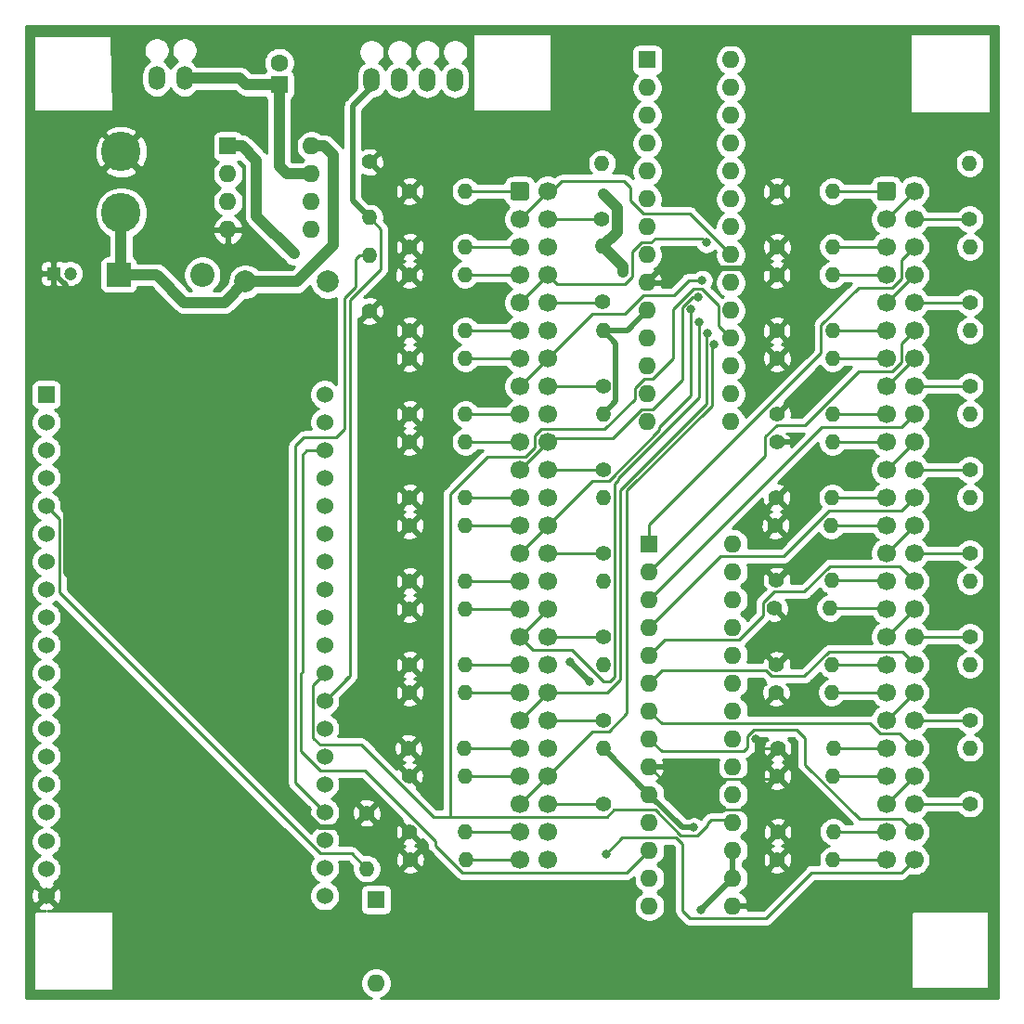
<source format=gbr>
%TF.GenerationSoftware,KiCad,Pcbnew,(5.1.9-0-10_14)*%
%TF.CreationDate,2021-07-30T11:39:19+01:00*%
%TF.ProjectId,SignalBox,5369676e-616c-4426-9f78-2e6b69636164,V2.1*%
%TF.SameCoordinates,Original*%
%TF.FileFunction,Copper,L1,Top*%
%TF.FilePolarity,Positive*%
%FSLAX46Y46*%
G04 Gerber Fmt 4.6, Leading zero omitted, Abs format (unit mm)*
G04 Created by KiCad (PCBNEW (5.1.9-0-10_14)) date 2021-07-30 11:39:19*
%MOMM*%
%LPD*%
G01*
G04 APERTURE LIST*
%TA.AperFunction,ComponentPad*%
%ADD10C,1.200000*%
%TD*%
%TA.AperFunction,ComponentPad*%
%ADD11R,1.200000X1.200000*%
%TD*%
%TA.AperFunction,ComponentPad*%
%ADD12O,1.500000X2.200000*%
%TD*%
%TA.AperFunction,ComponentPad*%
%ADD13C,3.600000*%
%TD*%
%TA.AperFunction,ComponentPad*%
%ADD14C,1.524000*%
%TD*%
%TA.AperFunction,ComponentPad*%
%ADD15R,1.524000X1.524000*%
%TD*%
%TA.AperFunction,ComponentPad*%
%ADD16C,1.700000*%
%TD*%
%TA.AperFunction,ComponentPad*%
%ADD17C,2.000000*%
%TD*%
%TA.AperFunction,ComponentPad*%
%ADD18R,1.600000X1.600000*%
%TD*%
%TA.AperFunction,ComponentPad*%
%ADD19C,1.600000*%
%TD*%
%TA.AperFunction,ComponentPad*%
%ADD20R,2.200000X2.200000*%
%TD*%
%TA.AperFunction,ComponentPad*%
%ADD21O,2.200000X2.200000*%
%TD*%
%TA.AperFunction,ComponentPad*%
%ADD22O,1.600000X1.600000*%
%TD*%
%TA.AperFunction,ComponentPad*%
%ADD23O,1.400000X1.400000*%
%TD*%
%TA.AperFunction,ComponentPad*%
%ADD24C,1.400000*%
%TD*%
%TA.AperFunction,ViaPad*%
%ADD25C,0.800000*%
%TD*%
%TA.AperFunction,Conductor*%
%ADD26C,0.500000*%
%TD*%
%TA.AperFunction,Conductor*%
%ADD27C,1.000000*%
%TD*%
%TA.AperFunction,Conductor*%
%ADD28C,0.250000*%
%TD*%
%TA.AperFunction,Conductor*%
%ADD29C,0.254000*%
%TD*%
%TA.AperFunction,Conductor*%
%ADD30C,0.100000*%
%TD*%
G04 APERTURE END LIST*
D10*
%TO.P,C3,2*%
%TO.N,GND*%
X107203101Y-70243700D03*
D11*
%TO.P,C3,1*%
%TO.N,+5V*%
X105703101Y-70243700D03*
%TD*%
D12*
%TO.P,J3,1*%
%TO.N,Net-(J3-Pad1)*%
X134683500Y-52590700D03*
%TO.P,J3,2*%
%TO.N,GND*%
X137223500Y-52590700D03*
%TO.P,J3,3*%
%TO.N,Stop*%
X139763500Y-52590700D03*
%TO.P,J3,4*%
%TO.N,GND*%
X142303500Y-52590700D03*
%TD*%
%TO.P,J1,1*%
%TO.N,GND*%
X115100100Y-52438300D03*
%TO.P,J1,2*%
%TO.N,/5V Supply/6V-24V*%
X117640100Y-52438300D03*
%TD*%
D13*
%TO.P,L1,2*%
%TO.N,+5V*%
X111848900Y-59139200D03*
%TO.P,L1,1*%
%TO.N,Net-(C2-Pad1)*%
X111848900Y-64719200D03*
%TD*%
D14*
%TO.P,U1,38*%
%TO.N,GND*%
X130429000Y-81280000D03*
%TO.P,U1,37*%
%TO.N,Net-(U1-Pad37)*%
X130429000Y-83820000D03*
%TO.P,U1,36*%
%TO.N,SCL*%
X130429000Y-86360000D03*
%TO.P,U1,35*%
%TO.N,Net-(U1-Pad35)*%
X130429000Y-88900000D03*
%TO.P,U1,34*%
%TO.N,Net-(U1-Pad34)*%
X130429000Y-91440000D03*
%TO.P,U1,33*%
%TO.N,SDA*%
X130429000Y-93980000D03*
%TO.P,U1,32*%
%TO.N,GND*%
X130429000Y-96520000D03*
%TO.P,U1,31*%
%TO.N,Net-(U1-Pad31)*%
X130429000Y-99060000D03*
%TO.P,U1,30*%
%TO.N,Net-(U1-Pad30)*%
X130429000Y-101600000D03*
%TO.P,U1,29*%
%TO.N,Net-(U1-Pad29)*%
X130429000Y-104140000D03*
%TO.P,U1,28*%
%TO.N,Net-(U1-Pad28)*%
X130429000Y-106680000D03*
%TO.P,U1,27*%
%TO.N,Net-(J3-Pad1)*%
X130429000Y-109220000D03*
%TO.P,U1,26*%
%TO.N,WiFi*%
X130429000Y-111760000D03*
%TO.P,U1,25*%
%TO.N,Net-(U1-Pad25)*%
X130429000Y-114300000D03*
%TO.P,U1,24*%
%TO.N,Active*%
X130429000Y-116840000D03*
%TO.P,U1,23*%
%TO.N,Stop*%
X130429000Y-119380000D03*
%TO.P,U1,22*%
%TO.N,Net-(U1-Pad22)*%
X130429000Y-121920000D03*
%TO.P,U1,21*%
%TO.N,Net-(U1-Pad21)*%
X130429000Y-124460000D03*
%TO.P,U1,20*%
%TO.N,Net-(U1-Pad20)*%
X130429000Y-127000000D03*
%TO.P,U1,19*%
%TO.N,+5V*%
X105029000Y-127000000D03*
%TO.P,U1,18*%
%TO.N,Net-(U1-Pad18)*%
X105029000Y-124587000D03*
%TO.P,U1,17*%
%TO.N,Net-(U1-Pad17)*%
X105029000Y-122047000D03*
%TO.P,U1,16*%
%TO.N,Net-(U1-Pad16)*%
X105029000Y-119380000D03*
%TO.P,U1,15*%
%TO.N,Net-(U1-Pad15)*%
X105029000Y-116840000D03*
%TO.P,U1,14*%
%TO.N,GND*%
X105029000Y-114300000D03*
%TO.P,U1,13*%
%TO.N,Net-(U1-Pad13)*%
X105029000Y-111760000D03*
%TO.P,U1,12*%
%TO.N,Net-(U1-Pad12)*%
X105029000Y-109220000D03*
%TO.P,U1,11*%
%TO.N,Net-(U1-Pad11)*%
X105029000Y-106680000D03*
%TO.P,U1,10*%
%TO.N,Net-(U1-Pad10)*%
X105029000Y-104140000D03*
%TO.P,U1,9*%
%TO.N,Net-(U1-Pad9)*%
X105029000Y-101600000D03*
%TO.P,U1,8*%
%TO.N,Net-(U1-Pad8)*%
X105029000Y-99060000D03*
%TO.P,U1,7*%
%TO.N,Net-(U1-Pad7)*%
X105029000Y-96520000D03*
%TO.P,U1,6*%
%TO.N,Net-(U1-Pad6)*%
X105029000Y-93980000D03*
%TO.P,U1,5*%
%TO.N,Net-(J2-Pad2)*%
X105029000Y-91440000D03*
%TO.P,U1,4*%
%TO.N,Net-(U1-Pad4)*%
X105029000Y-88900000D03*
%TO.P,U1,3*%
%TO.N,Net-(U1-Pad3)*%
X105029000Y-86360000D03*
%TO.P,U1,2*%
%TO.N,Net-(U1-Pad2)*%
X105029000Y-83820000D03*
D15*
%TO.P,U1,1*%
%TO.N,Net-(U1-Pad1)*%
X105029000Y-81280000D03*
%TD*%
%TO.P,J5,1*%
%TO.N,G8*%
%TA.AperFunction,ComponentPad*%
G36*
G01*
X180785400Y-63338000D02*
X180785400Y-62138000D01*
G75*
G02*
X181035400Y-61888000I250000J0D01*
G01*
X182235400Y-61888000D01*
G75*
G02*
X182485400Y-62138000I0J-250000D01*
G01*
X182485400Y-63338000D01*
G75*
G02*
X182235400Y-63588000I-250000J0D01*
G01*
X181035400Y-63588000D01*
G75*
G02*
X180785400Y-63338000I0J250000D01*
G01*
G37*
%TD.AperFunction*%
D16*
%TO.P,J5,3*%
%TO.N,SG8*%
X181635400Y-65278000D03*
%TO.P,J5,5*%
%TO.N,F8*%
X181635400Y-67818000D03*
%TO.P,J5,7*%
%TO.N,G9*%
X181635400Y-70358000D03*
%TO.P,J5,9*%
%TO.N,SG9*%
X181635400Y-72898000D03*
%TO.P,J5,11*%
%TO.N,F9*%
X181635400Y-75438000D03*
%TO.P,J5,13*%
%TO.N,GA*%
X181635400Y-77978000D03*
%TO.P,J5,15*%
%TO.N,SGA*%
X181635400Y-80518000D03*
%TO.P,J5,17*%
%TO.N,FA*%
X181635400Y-83058000D03*
%TO.P,J5,19*%
%TO.N,GB*%
X181635400Y-85598000D03*
%TO.P,J5,21*%
%TO.N,SGB*%
X181635400Y-88138000D03*
%TO.P,J5,23*%
%TO.N,FB*%
X181635400Y-90678000D03*
%TO.P,J5,25*%
%TO.N,GC*%
X181635400Y-93218000D03*
%TO.P,J5,27*%
%TO.N,SGC*%
X181635400Y-95758000D03*
%TO.P,J5,29*%
%TO.N,FC*%
X181635400Y-98298000D03*
%TO.P,J5,31*%
%TO.N,GD*%
X181635400Y-100838000D03*
%TO.P,J5,33*%
%TO.N,SGD*%
X181635400Y-103378000D03*
%TO.P,J5,35*%
%TO.N,FD*%
X181635400Y-105918000D03*
%TO.P,J5,37*%
%TO.N,GE*%
X181635400Y-108458000D03*
%TO.P,J5,39*%
%TO.N,SGE*%
X181635400Y-110998000D03*
%TO.P,J5,41*%
%TO.N,FE*%
X181635400Y-113538000D03*
%TO.P,J5,43*%
%TO.N,GF*%
X181635400Y-116078000D03*
%TO.P,J5,45*%
%TO.N,SGF*%
X181635400Y-118618000D03*
%TO.P,J5,47*%
%TO.N,FF*%
X181635400Y-121158000D03*
%TO.P,J5,49*%
%TO.N,Net-(J5-Pad49)*%
X181635400Y-123698000D03*
%TO.P,J5,2*%
%TO.N,SG8*%
X184175400Y-62738000D03*
%TO.P,J5,4*%
%TO.N,R8*%
X184175400Y-65278000D03*
%TO.P,J5,6*%
%TO.N,O8*%
X184175400Y-67818000D03*
%TO.P,J5,8*%
%TO.N,SG9*%
X184175400Y-70358000D03*
%TO.P,J5,10*%
%TO.N,R9*%
X184175400Y-72898000D03*
%TO.P,J5,12*%
%TO.N,O9*%
X184175400Y-75438000D03*
%TO.P,J5,14*%
%TO.N,SGA*%
X184175400Y-77978000D03*
%TO.P,J5,16*%
%TO.N,RA*%
X184175400Y-80518000D03*
%TO.P,J5,18*%
%TO.N,OA*%
X184175400Y-83058000D03*
%TO.P,J5,20*%
%TO.N,SGB*%
X184175400Y-85598000D03*
%TO.P,J5,22*%
%TO.N,RB*%
X184175400Y-88138000D03*
%TO.P,J5,24*%
%TO.N,OB*%
X184175400Y-90678000D03*
%TO.P,J5,26*%
%TO.N,SGC*%
X184175400Y-93218000D03*
%TO.P,J5,28*%
%TO.N,RC*%
X184175400Y-95758000D03*
%TO.P,J5,30*%
%TO.N,OC*%
X184175400Y-98298000D03*
%TO.P,J5,32*%
%TO.N,SGD*%
X184175400Y-100838000D03*
%TO.P,J5,34*%
%TO.N,RD*%
X184175400Y-103378000D03*
%TO.P,J5,36*%
%TO.N,OD*%
X184175400Y-105918000D03*
%TO.P,J5,38*%
%TO.N,SGE*%
X184175400Y-108458000D03*
%TO.P,J5,40*%
%TO.N,RE*%
X184175400Y-110998000D03*
%TO.P,J5,42*%
%TO.N,OE*%
X184175400Y-113538000D03*
%TO.P,J5,44*%
%TO.N,SGF*%
X184175400Y-116078000D03*
%TO.P,J5,46*%
%TO.N,RF*%
X184175400Y-118618000D03*
%TO.P,J5,48*%
%TO.N,OF*%
X184175400Y-121158000D03*
%TO.P,J5,50*%
%TO.N,Active*%
X184175400Y-123698000D03*
%TD*%
D17*
%TO.P,C2,2*%
%TO.N,Net-(C2-Pad2)*%
X130690000Y-70993000D03*
%TO.P,C2,1*%
%TO.N,Net-(C2-Pad1)*%
X123190000Y-70993000D03*
%TD*%
D16*
%TO.P,J4,50*%
%TO.N,WiFi*%
X150749000Y-123698000D03*
%TO.P,J4,48*%
%TO.N,O7*%
X150749000Y-121158000D03*
%TO.P,J4,46*%
%TO.N,R7*%
X150749000Y-118618000D03*
%TO.P,J4,44*%
%TO.N,SG7*%
X150749000Y-116078000D03*
%TO.P,J4,42*%
%TO.N,O6*%
X150749000Y-113538000D03*
%TO.P,J4,40*%
%TO.N,R6*%
X150749000Y-110998000D03*
%TO.P,J4,38*%
%TO.N,SG6*%
X150749000Y-108458000D03*
%TO.P,J4,36*%
%TO.N,O5*%
X150749000Y-105918000D03*
%TO.P,J4,34*%
%TO.N,R5*%
X150749000Y-103378000D03*
%TO.P,J4,32*%
%TO.N,SG5*%
X150749000Y-100838000D03*
%TO.P,J4,30*%
%TO.N,O4*%
X150749000Y-98298000D03*
%TO.P,J4,28*%
%TO.N,R4*%
X150749000Y-95758000D03*
%TO.P,J4,26*%
%TO.N,SG4*%
X150749000Y-93218000D03*
%TO.P,J4,24*%
%TO.N,O3*%
X150749000Y-90678000D03*
%TO.P,J4,22*%
%TO.N,R3*%
X150749000Y-88138000D03*
%TO.P,J4,20*%
%TO.N,SG3*%
X150749000Y-85598000D03*
%TO.P,J4,18*%
%TO.N,O2*%
X150749000Y-83058000D03*
%TO.P,J4,16*%
%TO.N,R2*%
X150749000Y-80518000D03*
%TO.P,J4,14*%
%TO.N,SG2*%
X150749000Y-77978000D03*
%TO.P,J4,12*%
%TO.N,O1*%
X150749000Y-75438000D03*
%TO.P,J4,10*%
%TO.N,R1*%
X150749000Y-72898000D03*
%TO.P,J4,8*%
%TO.N,SG1*%
X150749000Y-70358000D03*
%TO.P,J4,6*%
%TO.N,O0*%
X150749000Y-67818000D03*
%TO.P,J4,4*%
%TO.N,R0*%
X150749000Y-65278000D03*
%TO.P,J4,2*%
%TO.N,SG0*%
X150749000Y-62738000D03*
%TO.P,J4,49*%
%TO.N,Net-(J4-Pad49)*%
X148209000Y-123698000D03*
%TO.P,J4,47*%
%TO.N,F7*%
X148209000Y-121158000D03*
%TO.P,J4,45*%
%TO.N,SG7*%
X148209000Y-118618000D03*
%TO.P,J4,43*%
%TO.N,G7*%
X148209000Y-116078000D03*
%TO.P,J4,41*%
%TO.N,F6*%
X148209000Y-113538000D03*
%TO.P,J4,39*%
%TO.N,SG6*%
X148209000Y-110998000D03*
%TO.P,J4,37*%
%TO.N,G6*%
X148209000Y-108458000D03*
%TO.P,J4,35*%
%TO.N,F5*%
X148209000Y-105918000D03*
%TO.P,J4,33*%
%TO.N,SG5*%
X148209000Y-103378000D03*
%TO.P,J4,31*%
%TO.N,G5*%
X148209000Y-100838000D03*
%TO.P,J4,29*%
%TO.N,F4*%
X148209000Y-98298000D03*
%TO.P,J4,27*%
%TO.N,SG4*%
X148209000Y-95758000D03*
%TO.P,J4,25*%
%TO.N,G4*%
X148209000Y-93218000D03*
%TO.P,J4,23*%
%TO.N,F3*%
X148209000Y-90678000D03*
%TO.P,J4,21*%
%TO.N,SG3*%
X148209000Y-88138000D03*
%TO.P,J4,19*%
%TO.N,G3*%
X148209000Y-85598000D03*
%TO.P,J4,17*%
%TO.N,F2*%
X148209000Y-83058000D03*
%TO.P,J4,15*%
%TO.N,SG2*%
X148209000Y-80518000D03*
%TO.P,J4,13*%
%TO.N,G2*%
X148209000Y-77978000D03*
%TO.P,J4,11*%
%TO.N,F1*%
X148209000Y-75438000D03*
%TO.P,J4,9*%
%TO.N,SG1*%
X148209000Y-72898000D03*
%TO.P,J4,7*%
%TO.N,G1*%
X148209000Y-70358000D03*
%TO.P,J4,5*%
%TO.N,F0*%
X148209000Y-67818000D03*
%TO.P,J4,3*%
%TO.N,SG0*%
X148209000Y-65278000D03*
%TO.P,J4,1*%
%TO.N,G0*%
%TA.AperFunction,ComponentPad*%
G36*
G01*
X147359000Y-63338000D02*
X147359000Y-62138000D01*
G75*
G02*
X147609000Y-61888000I250000J0D01*
G01*
X148809000Y-61888000D01*
G75*
G02*
X149059000Y-62138000I0J-250000D01*
G01*
X149059000Y-63338000D01*
G75*
G02*
X148809000Y-63588000I-250000J0D01*
G01*
X147609000Y-63588000D01*
G75*
G02*
X147359000Y-63338000I0J250000D01*
G01*
G37*
%TD.AperFunction*%
%TD*%
D18*
%TO.P,C1,1*%
%TO.N,/5V Supply/6V-24V*%
X126263400Y-53022500D03*
D19*
%TO.P,C1,2*%
%TO.N,GND*%
X126263400Y-51022500D03*
%TD*%
D20*
%TO.P,D2,1*%
%TO.N,Net-(C2-Pad1)*%
X111633000Y-70358000D03*
D21*
%TO.P,D2,2*%
%TO.N,GND*%
X119253000Y-70358000D03*
%TD*%
D18*
%TO.P,J2,1*%
%TO.N,GND*%
X135102600Y-127342900D03*
D22*
%TO.P,J2,2*%
%TO.N,Net-(J2-Pad2)*%
X135102600Y-134962900D03*
%TD*%
D23*
%TO.P,R1,2*%
%TO.N,Net-(J2-Pad2)*%
X134251700Y-124523500D03*
D24*
%TO.P,R1,1*%
%TO.N,+5V*%
X134251700Y-119443500D03*
%TD*%
D23*
%TO.P,R3,2*%
%TO.N,Net-(J4-Pad49)*%
X143294100Y-123698000D03*
D24*
%TO.P,R3,1*%
%TO.N,+5V*%
X138214100Y-123698000D03*
%TD*%
D23*
%TO.P,R6,2*%
%TO.N,Stop*%
X134493000Y-68580000D03*
D24*
%TO.P,R6,1*%
%TO.N,+5V*%
X134493000Y-73660000D03*
%TD*%
%TO.P,R7,1*%
%TO.N,+5V*%
X134493000Y-60071000D03*
D23*
%TO.P,R7,2*%
%TO.N,Net-(J3-Pad1)*%
X134493000Y-65151000D03*
%TD*%
D24*
%TO.P,R2,1*%
%TO.N,+5V*%
X171728100Y-121158000D03*
D23*
%TO.P,R2,2*%
%TO.N,FF*%
X176808100Y-121158000D03*
%TD*%
D24*
%TO.P,R4,1*%
%TO.N,+5V*%
X171728100Y-113547500D03*
D23*
%TO.P,R4,2*%
%TO.N,FE*%
X176808100Y-113547500D03*
%TD*%
%TO.P,R5,2*%
%TO.N,FD*%
X176708100Y-105947500D03*
D24*
%TO.P,R5,1*%
%TO.N,+5V*%
X171628100Y-105947500D03*
%TD*%
D23*
%TO.P,R8,2*%
%TO.N,FC*%
X176708100Y-98247500D03*
D24*
%TO.P,R8,1*%
%TO.N,+5V*%
X171628100Y-98247500D03*
%TD*%
D23*
%TO.P,R9,2*%
%TO.N,FB*%
X176708100Y-90678000D03*
D24*
%TO.P,R9,1*%
%TO.N,+5V*%
X171628100Y-90678000D03*
%TD*%
%TO.P,R10,1*%
%TO.N,+5V*%
X171665900Y-83058000D03*
D23*
%TO.P,R10,2*%
%TO.N,FA*%
X176745900Y-83058000D03*
%TD*%
%TO.P,R11,2*%
%TO.N,F9*%
X176720500Y-75438000D03*
D24*
%TO.P,R11,1*%
%TO.N,+5V*%
X171640500Y-75438000D03*
%TD*%
%TO.P,R12,1*%
%TO.N,+5V*%
X171665900Y-67818000D03*
D23*
%TO.P,R12,2*%
%TO.N,F8*%
X176745900Y-67818000D03*
%TD*%
D24*
%TO.P,R37,1*%
%TO.N,+5V*%
X138125200Y-116090700D03*
D23*
%TO.P,R37,2*%
%TO.N,G7*%
X143205200Y-116090700D03*
%TD*%
%TO.P,R39,2*%
%TO.N,G6*%
X143256000Y-108458000D03*
D24*
%TO.P,R39,1*%
%TO.N,+5V*%
X138176000Y-108458000D03*
%TD*%
%TO.P,R41,1*%
%TO.N,+5V*%
X138176000Y-100838000D03*
D23*
%TO.P,R41,2*%
%TO.N,G5*%
X143256000Y-100838000D03*
%TD*%
D24*
%TO.P,R43,1*%
%TO.N,+5V*%
X138176000Y-93218000D03*
D23*
%TO.P,R43,2*%
%TO.N,G4*%
X143256000Y-93218000D03*
%TD*%
%TO.P,R45,2*%
%TO.N,G3*%
X143256000Y-85598000D03*
D24*
%TO.P,R45,1*%
%TO.N,+5V*%
X138176000Y-85598000D03*
%TD*%
D23*
%TO.P,R47,2*%
%TO.N,G2*%
X143256000Y-77978000D03*
D24*
%TO.P,R47,1*%
%TO.N,+5V*%
X138176000Y-77978000D03*
%TD*%
%TO.P,R49,1*%
%TO.N,+5V*%
X138125200Y-70358000D03*
D23*
%TO.P,R49,2*%
%TO.N,G1*%
X143205200Y-70358000D03*
%TD*%
D24*
%TO.P,R52,1*%
%TO.N,+5V*%
X138176000Y-62738000D03*
D23*
%TO.P,R52,2*%
%TO.N,G0*%
X143256000Y-62738000D03*
%TD*%
%TO.P,R38,2*%
%TO.N,GND*%
X155829000Y-113538000D03*
D24*
%TO.P,R38,1*%
%TO.N,R7*%
X155829000Y-118618000D03*
%TD*%
D23*
%TO.P,R40,2*%
%TO.N,GND*%
X155829000Y-105918000D03*
D24*
%TO.P,R40,1*%
%TO.N,R6*%
X155829000Y-110998000D03*
%TD*%
%TO.P,R42,1*%
%TO.N,R5*%
X155829000Y-103378000D03*
D23*
%TO.P,R42,2*%
%TO.N,GND*%
X155829000Y-98298000D03*
%TD*%
D24*
%TO.P,R44,1*%
%TO.N,R4*%
X155829000Y-95758000D03*
D23*
%TO.P,R44,2*%
%TO.N,GND*%
X155829000Y-90678000D03*
%TD*%
D24*
%TO.P,R46,1*%
%TO.N,R3*%
X155816300Y-88138000D03*
D23*
%TO.P,R46,2*%
%TO.N,GND*%
X155816300Y-83058000D03*
%TD*%
%TO.P,R48,2*%
%TO.N,GND*%
X155816300Y-75438000D03*
D24*
%TO.P,R48,1*%
%TO.N,R2*%
X155816300Y-80518000D03*
%TD*%
D23*
%TO.P,R50,2*%
%TO.N,GND*%
X155778200Y-67779900D03*
D24*
%TO.P,R50,1*%
%TO.N,R1*%
X155778200Y-72859900D03*
%TD*%
%TO.P,R51,1*%
%TO.N,R0*%
X155702000Y-65278000D03*
D23*
%TO.P,R51,2*%
%TO.N,GND*%
X155702000Y-60198000D03*
%TD*%
D18*
%TO.P,U2,1*%
%TO.N,O0*%
X159829500Y-50761900D03*
D22*
%TO.P,U2,15*%
%TO.N,GND*%
X167449500Y-83781900D03*
%TO.P,U2,2*%
%TO.N,O1*%
X159829500Y-53301900D03*
%TO.P,U2,16*%
%TO.N,GND*%
X167449500Y-81241900D03*
%TO.P,U2,3*%
%TO.N,O2*%
X159829500Y-55841900D03*
%TO.P,U2,17*%
%TO.N,GND*%
X167449500Y-78701900D03*
%TO.P,U2,4*%
%TO.N,O3*%
X159829500Y-58381900D03*
%TO.P,U2,18*%
%TO.N,Net-(U1-Pad28)*%
X167449500Y-76161900D03*
%TO.P,U2,5*%
%TO.N,O4*%
X159829500Y-60921900D03*
%TO.P,U2,19*%
%TO.N,Net-(U2-Pad19)*%
X167449500Y-73621900D03*
%TO.P,U2,6*%
%TO.N,O5*%
X159829500Y-63461900D03*
%TO.P,U2,20*%
%TO.N,Net-(U2-Pad20)*%
X167449500Y-71081900D03*
%TO.P,U2,7*%
%TO.N,O6*%
X159829500Y-66001900D03*
%TO.P,U2,21*%
%TO.N,SG0*%
X167449500Y-68541900D03*
%TO.P,U2,8*%
%TO.N,O7*%
X159829500Y-68541900D03*
%TO.P,U2,22*%
%TO.N,SG1*%
X167449500Y-66001900D03*
%TO.P,U2,9*%
%TO.N,+5V*%
X159829500Y-71081900D03*
%TO.P,U2,23*%
%TO.N,SG2*%
X167449500Y-63461900D03*
%TO.P,U2,10*%
%TO.N,GND*%
X159829500Y-73621900D03*
%TO.P,U2,24*%
%TO.N,SG3*%
X167449500Y-60921900D03*
%TO.P,U2,11*%
%TO.N,Net-(U2-Pad11)*%
X159829500Y-76161900D03*
%TO.P,U2,25*%
%TO.N,SG4*%
X167449500Y-58381900D03*
%TO.P,U2,12*%
%TO.N,SCL*%
X159829500Y-78701900D03*
%TO.P,U2,26*%
%TO.N,SG5*%
X167449500Y-55841900D03*
%TO.P,U2,13*%
%TO.N,SDA*%
X159829500Y-81241900D03*
%TO.P,U2,27*%
%TO.N,SG6*%
X167449500Y-53301900D03*
%TO.P,U2,14*%
%TO.N,Net-(U2-Pad14)*%
X159829500Y-83781900D03*
%TO.P,U2,28*%
%TO.N,SG7*%
X167449500Y-50761900D03*
%TD*%
D18*
%TO.P,U4,1*%
%TO.N,Net-(C2-Pad2)*%
X121593101Y-58628701D03*
D22*
%TO.P,U4,5*%
%TO.N,Net-(U4-Pad5)*%
X129213101Y-66248701D03*
%TO.P,U4,2*%
%TO.N,Net-(U4-Pad2)*%
X121593101Y-61168701D03*
%TO.P,U4,6*%
%TO.N,GND*%
X129213101Y-63708701D03*
%TO.P,U4,3*%
%TO.N,Net-(U4-Pad3)*%
X121593101Y-63708701D03*
%TO.P,U4,7*%
%TO.N,/5V Supply/6V-24V*%
X129213101Y-61168701D03*
%TO.P,U4,4*%
%TO.N,+5V*%
X121593101Y-66248701D03*
%TO.P,U4,8*%
%TO.N,Net-(C2-Pad1)*%
X129213101Y-58628701D03*
%TD*%
D23*
%TO.P,R13,2*%
%TO.N,F7*%
X143256000Y-121183400D03*
D24*
%TO.P,R13,1*%
%TO.N,+5V*%
X138176000Y-121183400D03*
%TD*%
D23*
%TO.P,R14,2*%
%TO.N,F6*%
X143154400Y-113525300D03*
D24*
%TO.P,R14,1*%
%TO.N,+5V*%
X138074400Y-113525300D03*
%TD*%
%TO.P,R15,1*%
%TO.N,+5V*%
X138176000Y-105918000D03*
D23*
%TO.P,R15,2*%
%TO.N,F5*%
X143256000Y-105918000D03*
%TD*%
D24*
%TO.P,R16,1*%
%TO.N,+5V*%
X138176000Y-98298000D03*
D23*
%TO.P,R16,2*%
%TO.N,F4*%
X143256000Y-98298000D03*
%TD*%
%TO.P,R17,2*%
%TO.N,F3*%
X143256000Y-90678000D03*
D24*
%TO.P,R17,1*%
%TO.N,+5V*%
X138176000Y-90678000D03*
%TD*%
D23*
%TO.P,R18,2*%
%TO.N,F2*%
X143256000Y-83058000D03*
D24*
%TO.P,R18,1*%
%TO.N,+5V*%
X138176000Y-83058000D03*
%TD*%
%TO.P,R19,1*%
%TO.N,+5V*%
X138176000Y-75438000D03*
D23*
%TO.P,R19,2*%
%TO.N,F1*%
X143256000Y-75438000D03*
%TD*%
D24*
%TO.P,R20,1*%
%TO.N,+5V*%
X138176000Y-67818000D03*
D23*
%TO.P,R20,2*%
%TO.N,F0*%
X143256000Y-67818000D03*
%TD*%
%TO.P,R21,2*%
%TO.N,GF*%
X176784000Y-116078000D03*
D24*
%TO.P,R21,1*%
%TO.N,+5V*%
X171704000Y-116078000D03*
%TD*%
D23*
%TO.P,R22,2*%
%TO.N,GND*%
X189257500Y-113518300D03*
D24*
%TO.P,R22,1*%
%TO.N,RF*%
X189257500Y-118598300D03*
%TD*%
D23*
%TO.P,R23,2*%
%TO.N,GE*%
X176657000Y-108458000D03*
D24*
%TO.P,R23,1*%
%TO.N,+5V*%
X171577000Y-108458000D03*
%TD*%
D23*
%TO.P,R24,2*%
%TO.N,GND*%
X189257500Y-105918300D03*
D24*
%TO.P,R24,1*%
%TO.N,RE*%
X189257500Y-110998300D03*
%TD*%
%TO.P,R25,1*%
%TO.N,+5V*%
X171428100Y-100747500D03*
D23*
%TO.P,R25,2*%
%TO.N,GD*%
X176508100Y-100747500D03*
%TD*%
D24*
%TO.P,R26,1*%
%TO.N,RD*%
X189257500Y-103378000D03*
D23*
%TO.P,R26,2*%
%TO.N,GND*%
X189257500Y-98298000D03*
%TD*%
D24*
%TO.P,R27,1*%
%TO.N,+5V*%
X171528100Y-93218000D03*
D23*
%TO.P,R27,2*%
%TO.N,GC*%
X176608100Y-93218000D03*
%TD*%
D24*
%TO.P,R28,1*%
%TO.N,RC*%
X189257500Y-95758000D03*
D23*
%TO.P,R28,2*%
%TO.N,GND*%
X189257500Y-90678000D03*
%TD*%
%TO.P,R29,2*%
%TO.N,GB*%
X176720500Y-85598000D03*
D24*
%TO.P,R29,1*%
%TO.N,+5V*%
X171640500Y-85598000D03*
%TD*%
D23*
%TO.P,R30,2*%
%TO.N,GND*%
X189257500Y-83058000D03*
D24*
%TO.P,R30,1*%
%TO.N,RB*%
X189257500Y-88138000D03*
%TD*%
D23*
%TO.P,R31,2*%
%TO.N,GA*%
X176745900Y-77978000D03*
D24*
%TO.P,R31,1*%
%TO.N,+5V*%
X171665900Y-77978000D03*
%TD*%
D23*
%TO.P,R32,2*%
%TO.N,GND*%
X189257500Y-75438000D03*
D24*
%TO.P,R32,1*%
%TO.N,RA*%
X189257500Y-80518000D03*
%TD*%
%TO.P,R33,1*%
%TO.N,+5V*%
X171640500Y-70358000D03*
D23*
%TO.P,R33,2*%
%TO.N,G9*%
X176720500Y-70358000D03*
%TD*%
D24*
%TO.P,R34,1*%
%TO.N,R9*%
X189257500Y-72898000D03*
D23*
%TO.P,R34,2*%
%TO.N,GND*%
X189257500Y-67818000D03*
%TD*%
D24*
%TO.P,R35,1*%
%TO.N,+5V*%
X171640500Y-62738000D03*
D23*
%TO.P,R35,2*%
%TO.N,G8*%
X176720500Y-62738000D03*
%TD*%
D24*
%TO.P,R36,1*%
%TO.N,R8*%
X189230000Y-65278000D03*
D23*
%TO.P,R36,2*%
%TO.N,GND*%
X189230000Y-60198000D03*
%TD*%
D24*
%TO.P,R53,1*%
%TO.N,+5V*%
X171704000Y-123698000D03*
D23*
%TO.P,R53,2*%
%TO.N,Net-(J5-Pad49)*%
X176784000Y-123698000D03*
%TD*%
D18*
%TO.P,U3,1*%
%TO.N,O8*%
X160032700Y-94894400D03*
D22*
%TO.P,U3,15*%
%TO.N,+5V*%
X167652700Y-127914400D03*
%TO.P,U3,2*%
%TO.N,O9*%
X160032700Y-97434400D03*
%TO.P,U3,16*%
%TO.N,GND*%
X167652700Y-125374400D03*
%TO.P,U3,3*%
%TO.N,OA*%
X160032700Y-99974400D03*
%TO.P,U3,17*%
%TO.N,GND*%
X167652700Y-122834400D03*
%TO.P,U3,4*%
%TO.N,OB*%
X160032700Y-102514400D03*
%TO.P,U3,18*%
%TO.N,Net-(U1-Pad28)*%
X167652700Y-120294400D03*
%TO.P,U3,5*%
%TO.N,OC*%
X160032700Y-105054400D03*
%TO.P,U3,19*%
%TO.N,Net-(U3-Pad19)*%
X167652700Y-117754400D03*
%TO.P,U3,6*%
%TO.N,OD*%
X160032700Y-107594400D03*
%TO.P,U3,20*%
%TO.N,Net-(U3-Pad20)*%
X167652700Y-115214400D03*
%TO.P,U3,7*%
%TO.N,OE*%
X160032700Y-110134400D03*
%TO.P,U3,21*%
%TO.N,SG8*%
X167652700Y-112674400D03*
%TO.P,U3,8*%
%TO.N,OF*%
X160032700Y-112674400D03*
%TO.P,U3,22*%
%TO.N,SG9*%
X167652700Y-110134400D03*
%TO.P,U3,9*%
%TO.N,+5V*%
X160032700Y-115214400D03*
%TO.P,U3,23*%
%TO.N,SGA*%
X167652700Y-107594400D03*
%TO.P,U3,10*%
%TO.N,GND*%
X160032700Y-117754400D03*
%TO.P,U3,24*%
%TO.N,SGB*%
X167652700Y-105054400D03*
%TO.P,U3,11*%
%TO.N,Net-(U3-Pad11)*%
X160032700Y-120294400D03*
%TO.P,U3,25*%
%TO.N,SGC*%
X167652700Y-102514400D03*
%TO.P,U3,12*%
%TO.N,SCL*%
X160032700Y-122834400D03*
%TO.P,U3,26*%
%TO.N,SGD*%
X167652700Y-99974400D03*
%TO.P,U3,13*%
%TO.N,SDA*%
X160032700Y-125374400D03*
%TO.P,U3,27*%
%TO.N,SGE*%
X167652700Y-97434400D03*
%TO.P,U3,14*%
%TO.N,Net-(U3-Pad14)*%
X160032700Y-127914400D03*
%TO.P,U3,28*%
%TO.N,SGF*%
X167652700Y-94894400D03*
%TD*%
D25*
%TO.N,GND*%
X164719000Y-128308100D03*
X164084000Y-120777000D03*
X152781000Y-105664000D03*
X154559000Y-107442000D03*
X157734000Y-70104000D03*
X155829000Y-62992000D03*
%TO.N,Net-(C2-Pad2)*%
X127635000Y-68453000D03*
%TO.N,+5V*%
X171577000Y-110236000D03*
X169757103Y-112700202D03*
X173355000Y-85344000D03*
X175006000Y-86995000D03*
X174625000Y-95377000D03*
%TO.N,SG1*%
X165227000Y-67437000D03*
%TO.N,SG2*%
X164846000Y-70866000D03*
%TO.N,SG3*%
X164465000Y-72390000D03*
%TO.N,SG4*%
X163835358Y-73538358D03*
%TO.N,SG5*%
X164592000Y-74676000D03*
%TO.N,SG6*%
X165317000Y-75692000D03*
%TO.N,SG7*%
X165952000Y-76708000D03*
%TO.N,Active*%
X156083000Y-123190000D03*
%TD*%
D26*
%TO.N,GND*%
X135401701Y-127043799D02*
X135102600Y-127342900D01*
X167652700Y-122834400D02*
X167652700Y-125374400D01*
X160032700Y-117741700D02*
X160032700Y-117754400D01*
X155829000Y-113538000D02*
X160032700Y-117741700D01*
X167652700Y-125374400D02*
X164719000Y-128308100D01*
X160032700Y-117754400D02*
X163055300Y-120777000D01*
X163055300Y-120777000D02*
X164084000Y-120777000D01*
X152781000Y-105664000D02*
X154559000Y-107442000D01*
X158013400Y-75438000D02*
X155816300Y-75438000D01*
X159829500Y-73621900D02*
X158013400Y-75438000D01*
X156966301Y-81907999D02*
X155816300Y-83058000D01*
X156966301Y-76588001D02*
X156966301Y-81907999D01*
X155816300Y-75438000D02*
X156966301Y-76588001D01*
X155778200Y-67779900D02*
X157734000Y-69735700D01*
X157734000Y-69735700D02*
X157734000Y-70104000D01*
D27*
X157102001Y-66456099D02*
X155778200Y-67779900D01*
X157102001Y-64265001D02*
X157102001Y-66456099D01*
X155829000Y-62992000D02*
X157102001Y-64265001D01*
X157633991Y-69635691D02*
X157633991Y-70104000D01*
X155778200Y-67779900D02*
X157633991Y-69635691D01*
%TO.N,Net-(C2-Pad1)*%
X131191000Y-59436000D02*
X131191000Y-67691000D01*
X131191000Y-67691000D02*
X128677902Y-70204098D01*
X130383701Y-58628701D02*
X131191000Y-59436000D01*
X129213101Y-58628701D02*
X130383701Y-58628701D01*
X115189000Y-70485000D02*
X117602000Y-72898000D01*
X121285000Y-72898000D02*
X123190000Y-70993000D01*
X117602000Y-72898000D02*
X121285000Y-72898000D01*
X127889000Y-70993000D02*
X128677902Y-70204098D01*
X123190000Y-70993000D02*
X127889000Y-70993000D01*
X111848900Y-70142100D02*
X111633000Y-70358000D01*
X111848900Y-64719200D02*
X111848900Y-70142100D01*
X115062000Y-70358000D02*
X115189000Y-70485000D01*
X111633000Y-70358000D02*
X115062000Y-70358000D01*
%TO.N,Net-(C2-Pad2)*%
X121593101Y-58628701D02*
X122890701Y-58628701D01*
X122890701Y-58628701D02*
X124206000Y-59944000D01*
X124206000Y-59944000D02*
X124206000Y-65024000D01*
X124206000Y-65024000D02*
X127635000Y-68453000D01*
D28*
%TO.N,+5V*%
X169757103Y-112700202D02*
X169757103Y-113369103D01*
X169935500Y-113547500D02*
X171728100Y-113547500D01*
X169757103Y-113369103D02*
X169935500Y-113547500D01*
X171442599Y-116339401D02*
X161157701Y-116339401D01*
X161157701Y-116339401D02*
X160032700Y-115214400D01*
X171704000Y-116078000D02*
X171442599Y-116339401D01*
X163987699Y-119169399D02*
X160032700Y-115214400D01*
X169739499Y-119169399D02*
X163987699Y-119169399D01*
X171728100Y-121158000D02*
X169739499Y-119169399D01*
D26*
X171640500Y-85598000D02*
X173101000Y-85598000D01*
X173101000Y-85598000D02*
X173355000Y-85344000D01*
X171074401Y-69791901D02*
X171640500Y-70358000D01*
X161119499Y-69791901D02*
X171074401Y-69791901D01*
X159829500Y-71081900D02*
X161119499Y-69791901D01*
X106780112Y-71320711D02*
X105703101Y-70243700D01*
X106780112Y-97524874D02*
X106780112Y-71320711D01*
X129963237Y-120707999D02*
X106780112Y-97524874D01*
X132987201Y-120707999D02*
X129963237Y-120707999D01*
X134251700Y-119443500D02*
X132987201Y-120707999D01*
D28*
%TO.N,Net-(J2-Pad2)*%
X106205102Y-99359464D02*
X106205102Y-92616102D01*
X129996340Y-123150702D02*
X106205102Y-99359464D01*
X106205102Y-92616102D02*
X105029000Y-91440000D01*
X132878902Y-123150702D02*
X129996340Y-123150702D01*
X134251700Y-124523500D02*
X132878902Y-123150702D01*
%TO.N,Stop*%
X128524000Y-85217000D02*
X127762000Y-85979000D01*
X131445000Y-85217000D02*
X128524000Y-85217000D01*
X133223000Y-71501000D02*
X132207000Y-72517000D01*
X133604000Y-68580000D02*
X133223000Y-68961000D01*
X132207000Y-72517000D02*
X132207000Y-84455000D01*
X133223000Y-68961000D02*
X133223000Y-71501000D01*
X132207000Y-84455000D02*
X131445000Y-85217000D01*
X134493000Y-68580000D02*
X133604000Y-68580000D01*
X127762000Y-116713000D02*
X127762000Y-115189000D01*
X130429000Y-119380000D02*
X127762000Y-116713000D01*
X127762000Y-85979000D02*
X127762000Y-115189000D01*
D26*
%TO.N,Net-(J3-Pad1)*%
X134493000Y-65151000D02*
X132969000Y-63627000D01*
X132969000Y-63627000D02*
X132969000Y-54991000D01*
X134683500Y-53276500D02*
X134683500Y-52590700D01*
X132969000Y-54991000D02*
X134683500Y-53276500D01*
D28*
X135518001Y-66176001D02*
X134493000Y-65151000D01*
X135518001Y-69842409D02*
X135518001Y-66176001D01*
X132715000Y-72645410D02*
X135518001Y-69842409D01*
X130429000Y-109220000D02*
X132588000Y-107061000D01*
X132715000Y-106934000D02*
X130429000Y-109220000D01*
X132715000Y-104775000D02*
X132715000Y-106934000D01*
X132715000Y-104775000D02*
X132715000Y-72645410D01*
%TO.N,SG0*%
X148209000Y-65278000D02*
X150749000Y-62738000D01*
X163677600Y-64770000D02*
X167449500Y-68541900D01*
X159472598Y-64770000D02*
X163677600Y-64770000D01*
X150749000Y-62738000D02*
X151130000Y-62738000D01*
X151130000Y-62738000D02*
X152019000Y-61849000D01*
X152019000Y-61849000D02*
X157734000Y-61849000D01*
X158285799Y-62400799D02*
X158285799Y-63583201D01*
X157734000Y-61849000D02*
X158285799Y-62400799D01*
X158285799Y-63583201D02*
X159472598Y-64770000D01*
%TO.N,F0*%
X143256000Y-67818000D02*
X148209000Y-67818000D01*
%TO.N,SG1*%
X148209000Y-72898000D02*
X150749000Y-70358000D01*
X164993101Y-67416899D02*
X165100000Y-67310000D01*
X164827001Y-67037001D02*
X165227000Y-67437000D01*
X160546999Y-67037001D02*
X164827001Y-67037001D01*
X160167101Y-67416899D02*
X160546999Y-67037001D01*
X159289499Y-67416899D02*
X160167101Y-67416899D01*
X158459001Y-68247397D02*
X159289499Y-67416899D01*
X158459001Y-70521999D02*
X158459001Y-68247397D01*
X157773001Y-71207999D02*
X158459001Y-70521999D01*
X151598999Y-71207999D02*
X157773001Y-71207999D01*
X150749000Y-70358000D02*
X151598999Y-71207999D01*
%TO.N,F1*%
X143256000Y-75438000D02*
X148209000Y-75438000D01*
%TO.N,SG2*%
X148209000Y-80518000D02*
X150749000Y-77978000D01*
X157763099Y-73884901D02*
X159441099Y-72206901D01*
X154842099Y-73884901D02*
X157763099Y-73884901D01*
X150749000Y-77978000D02*
X154842099Y-73884901D01*
X164846000Y-70866000D02*
X163590802Y-70866000D01*
X163590802Y-70866000D02*
X162249901Y-72206901D01*
X159441099Y-72206901D02*
X162249901Y-72206901D01*
%TO.N,F2*%
X143256000Y-83058000D02*
X148209000Y-83058000D01*
%TO.N,SG3*%
X148209000Y-88138000D02*
X150749000Y-85598000D01*
X163958410Y-72390000D02*
X164465000Y-72390000D01*
X160294101Y-82656899D02*
X159289499Y-82656899D01*
X163005205Y-73343205D02*
X163005205Y-79945795D01*
X163005205Y-79945795D02*
X160294101Y-82656899D01*
X159289499Y-82656899D02*
X156718000Y-85228398D01*
X163005205Y-73343205D02*
X163958410Y-72390000D01*
X151118602Y-85228398D02*
X150749000Y-85598000D01*
X156718000Y-85228398D02*
X151118602Y-85228398D01*
%TO.N,F3*%
X143256000Y-90678000D02*
X148209000Y-90678000D01*
%TO.N,SG4*%
X148209000Y-95758000D02*
X150749000Y-93218000D01*
X154803999Y-89163001D02*
X150749000Y-93218000D01*
X160954501Y-84516801D02*
X156308301Y-89163001D01*
X156308301Y-89163001D02*
X154803999Y-89163001D01*
X160954501Y-84282499D02*
X160954501Y-84516801D01*
X163835358Y-81401642D02*
X160954501Y-84282499D01*
X163835358Y-73538358D02*
X163835358Y-81401642D01*
%TO.N,F4*%
X143256000Y-98298000D02*
X148209000Y-98298000D01*
%TO.N,SG5*%
X148209000Y-103378000D02*
X150749000Y-100838000D01*
X164592000Y-81515712D02*
X164592000Y-74676000D01*
X156854001Y-89417001D02*
X157226000Y-89045002D01*
X157226000Y-88881712D02*
X159058356Y-87049356D01*
X158907699Y-87200013D02*
X159058356Y-87049356D01*
X157226000Y-89045002D02*
X157226000Y-88881712D01*
X159058356Y-87049356D02*
X164592000Y-81515712D01*
X152946999Y-104553001D02*
X155835998Y-107442000D01*
X149384001Y-104553001D02*
X152946999Y-104553001D01*
X148209000Y-103378000D02*
X149384001Y-104553001D01*
X156854001Y-107051999D02*
X156854001Y-96129999D01*
X156464000Y-107442000D02*
X156854001Y-107051999D01*
X156854001Y-96129999D02*
X156854001Y-89417001D01*
X155835998Y-107442000D02*
X156464000Y-107442000D01*
X156854001Y-96250001D02*
X156854001Y-96129999D01*
%TO.N,F5*%
X143256000Y-105918000D02*
X148209000Y-105918000D01*
%TO.N,SG6*%
X148209000Y-110998000D02*
X150749000Y-108458000D01*
X165227000Y-75782000D02*
X165317000Y-75692000D01*
X165227000Y-82169000D02*
X165227000Y-75782000D01*
X157353000Y-107315000D02*
X157353000Y-90043000D01*
X157353000Y-90043000D02*
X165227000Y-82169000D01*
X156210000Y-108458000D02*
X157353000Y-107315000D01*
X150749000Y-108458000D02*
X156210000Y-108458000D01*
%TO.N,F6*%
X148196300Y-113525300D02*
X148209000Y-113538000D01*
X143154400Y-113525300D02*
X148196300Y-113525300D01*
%TO.N,SG7*%
X148209000Y-118618000D02*
X150749000Y-116078000D01*
X156321001Y-112023001D02*
X157988000Y-110356002D01*
X154803999Y-112023001D02*
X156321001Y-112023001D01*
X150749000Y-116078000D02*
X154803999Y-112023001D01*
X157988000Y-90044410D02*
X165735000Y-82297410D01*
X157988000Y-110356002D02*
X157988000Y-90044410D01*
X165735000Y-76925000D02*
X165952000Y-76708000D01*
X165735000Y-82297410D02*
X165735000Y-76925000D01*
%TO.N,F7*%
X148183600Y-121183400D02*
X148209000Y-121158000D01*
X143256000Y-121183400D02*
X148183600Y-121183400D01*
D27*
%TO.N,/5V Supply/6V-24V*%
X117640100Y-52438300D02*
X122669300Y-52438300D01*
X123253500Y-53022500D02*
X126263400Y-53022500D01*
X122669300Y-52438300D02*
X123253500Y-53022500D01*
X126263400Y-53022500D02*
X126263400Y-60477400D01*
X126954701Y-61168701D02*
X129213101Y-61168701D01*
X126263400Y-60477400D02*
X126954701Y-61168701D01*
D28*
%TO.N,R7*%
X150749000Y-118618000D02*
X155829000Y-118618000D01*
%TO.N,R6*%
X150749000Y-110998000D02*
X155829000Y-110998000D01*
%TO.N,R5*%
X150749000Y-103378000D02*
X155829000Y-103378000D01*
%TO.N,R4*%
X150749000Y-95758000D02*
X155829000Y-95758000D01*
%TO.N,R3*%
X150749000Y-88138000D02*
X155816300Y-88138000D01*
%TO.N,R2*%
X150749000Y-80518000D02*
X155816300Y-80518000D01*
%TO.N,R1*%
X155740100Y-72898000D02*
X155778200Y-72859900D01*
X150749000Y-72898000D02*
X155740100Y-72898000D01*
%TO.N,R0*%
X150749000Y-65278000D02*
X155702000Y-65278000D01*
%TO.N,Net-(J4-Pad49)*%
X143294100Y-123698000D02*
X148209000Y-123698000D01*
%TO.N,G7*%
X148196300Y-116090700D02*
X148209000Y-116078000D01*
X143205200Y-116090700D02*
X148196300Y-116090700D01*
%TO.N,G6*%
X143256000Y-108458000D02*
X148209000Y-108458000D01*
%TO.N,G5*%
X143256000Y-100838000D02*
X148209000Y-100838000D01*
%TO.N,G4*%
X143256000Y-93218000D02*
X148209000Y-93218000D01*
%TO.N,G3*%
X143256000Y-85598000D02*
X148209000Y-85598000D01*
%TO.N,G2*%
X143256000Y-77978000D02*
X148209000Y-77978000D01*
%TO.N,G1*%
X143205200Y-70358000D02*
X148209000Y-70358000D01*
%TO.N,G0*%
X143256000Y-62738000D02*
X148209000Y-62738000D01*
%TO.N,G8*%
X176720500Y-62738000D02*
X181635400Y-62738000D01*
%TO.N,SG8*%
X181635400Y-65278000D02*
X184175400Y-62738000D01*
%TO.N,F8*%
X176745900Y-67818000D02*
X181635400Y-67818000D01*
%TO.N,G9*%
X176720500Y-70358000D02*
X181635400Y-70358000D01*
%TO.N,SG9*%
X181635400Y-72898000D02*
X184175400Y-70358000D01*
%TO.N,F9*%
X176720500Y-75438000D02*
X181635400Y-75438000D01*
%TO.N,GA*%
X176745900Y-77978000D02*
X181635400Y-77978000D01*
%TO.N,SGA*%
X181635400Y-80518000D02*
X184175400Y-77978000D01*
%TO.N,FA*%
X176745900Y-83058000D02*
X181635400Y-83058000D01*
%TO.N,GB*%
X176720500Y-85598000D02*
X181635400Y-85598000D01*
%TO.N,SGB*%
X181635400Y-88138000D02*
X184175400Y-85598000D01*
%TO.N,FB*%
X176708100Y-90678000D02*
X181635400Y-90678000D01*
%TO.N,GC*%
X176608100Y-93218000D02*
X181635400Y-93218000D01*
%TO.N,SGC*%
X181635400Y-95758000D02*
X184175400Y-93218000D01*
%TO.N,FC*%
X181584900Y-98247500D02*
X181635400Y-98298000D01*
X176708100Y-98247500D02*
X181584900Y-98247500D01*
%TO.N,GD*%
X181544900Y-100747500D02*
X181635400Y-100838000D01*
X176508100Y-100747500D02*
X181544900Y-100747500D01*
%TO.N,SGD*%
X181635400Y-103378000D02*
X184175400Y-100838000D01*
%TO.N,FD*%
X181605900Y-105947500D02*
X181635400Y-105918000D01*
X176708100Y-105947500D02*
X181605900Y-105947500D01*
%TO.N,GE*%
X176657000Y-108458000D02*
X181635400Y-108458000D01*
%TO.N,SGE*%
X181635400Y-110998000D02*
X184175400Y-108458000D01*
%TO.N,FE*%
X181625900Y-113547500D02*
X181635400Y-113538000D01*
X176808100Y-113547500D02*
X181625900Y-113547500D01*
%TO.N,GF*%
X176784000Y-116078000D02*
X181635400Y-116078000D01*
%TO.N,SGF*%
X181635400Y-118618000D02*
X184175400Y-116078000D01*
%TO.N,FF*%
X176808100Y-121158000D02*
X181635400Y-121158000D01*
%TO.N,Net-(J5-Pad49)*%
X176784000Y-123698000D02*
X181635400Y-123698000D01*
%TO.N,R8*%
X184175400Y-65278000D02*
X189230000Y-65278000D01*
%TO.N,O8*%
X183000399Y-68993001D02*
X184175400Y-67818000D01*
X183000399Y-70732003D02*
X183000399Y-68993001D01*
X182199401Y-71533001D02*
X183000399Y-70732003D01*
X179108497Y-71533001D02*
X182199401Y-71533001D01*
X175695499Y-74945999D02*
X179108497Y-71533001D01*
X175695499Y-77511399D02*
X175695499Y-74945999D01*
X160032700Y-93174198D02*
X175695499Y-77511399D01*
X160032700Y-94894400D02*
X160032700Y-93174198D01*
%TO.N,R9*%
X184175400Y-72898000D02*
X189257500Y-72898000D01*
%TO.N,O9*%
X183000399Y-76613001D02*
X184175400Y-75438000D01*
X183000399Y-78352003D02*
X183000399Y-76613001D01*
X174203897Y-84083001D02*
X179133897Y-79153001D01*
X171638497Y-84083001D02*
X174203897Y-84083001D01*
X182199401Y-79153001D02*
X183000399Y-78352003D01*
X179133897Y-79153001D02*
X182199401Y-79153001D01*
X170615499Y-85105999D02*
X171638497Y-84083001D01*
X170615499Y-86851601D02*
X170615499Y-85105999D01*
X160032700Y-97434400D02*
X170615499Y-86851601D01*
%TO.N,RA*%
X184175400Y-80518000D02*
X189257500Y-80518000D01*
%TO.N,OA*%
X183000399Y-84233001D02*
X184175400Y-83058000D01*
X175774099Y-84233001D02*
X183000399Y-84233001D01*
X160032700Y-99974400D02*
X175774099Y-84233001D01*
%TO.N,RB*%
X184175400Y-88138000D02*
X189257500Y-88138000D01*
%TO.N,OB*%
X172289697Y-96019401D02*
X176456097Y-91853001D01*
X183000399Y-91853001D02*
X184175400Y-90678000D01*
X176456097Y-91853001D02*
X183000399Y-91853001D01*
X166527699Y-96019401D02*
X172289697Y-96019401D01*
X160032700Y-102514400D02*
X166527699Y-96019401D01*
%TO.N,RC*%
X184175400Y-95758000D02*
X189257500Y-95758000D01*
%TO.N,OC*%
X176505597Y-96933001D02*
X182810401Y-96933001D01*
X174166097Y-99272501D02*
X176505597Y-96933001D01*
X170403099Y-100255499D02*
X171386097Y-99272501D01*
X171386097Y-99272501D02*
X174166097Y-99272501D01*
X170403099Y-101429003D02*
X170403099Y-100255499D01*
X182810401Y-96933001D02*
X184175400Y-98298000D01*
X161447699Y-103639401D02*
X168192701Y-103639401D01*
X168192701Y-103639401D02*
X170403099Y-101429003D01*
X160032700Y-105054400D02*
X161447699Y-103639401D01*
%TO.N,RD*%
X184175400Y-103378000D02*
X189257500Y-103378000D01*
%TO.N,OD*%
X184175400Y-105816400D02*
X184175400Y-105918000D01*
X183101999Y-104742999D02*
X184175400Y-105816400D01*
X174166097Y-106972501D02*
X176395599Y-104742999D01*
X171136099Y-106972501D02*
X174166097Y-106972501D01*
X161157701Y-106469399D02*
X170632997Y-106469399D01*
X176395599Y-104742999D02*
X183101999Y-104742999D01*
X170632997Y-106469399D02*
X171136099Y-106972501D01*
X160032700Y-107594400D02*
X161157701Y-106469399D01*
%TO.N,RE*%
X189257200Y-110998000D02*
X189257500Y-110998300D01*
X184175400Y-110998000D02*
X189257200Y-110998000D01*
%TO.N,OE*%
X182810401Y-112173001D02*
X184175400Y-113538000D01*
X181071399Y-112173001D02*
X182810401Y-112173001D01*
X180157799Y-111259401D02*
X181071399Y-112173001D01*
X161157701Y-111259401D02*
X180157799Y-111259401D01*
X160032700Y-110134400D02*
X161157701Y-111259401D01*
%TO.N,RF*%
X189237800Y-118618000D02*
X189257500Y-118598300D01*
X184175400Y-118618000D02*
X189237800Y-118618000D01*
%TO.N,OF*%
X168980901Y-113481901D02*
X168663401Y-113799401D01*
X168980901Y-112451099D02*
X168980901Y-113481901D01*
X168663401Y-113799401D02*
X161157701Y-113799401D01*
X169545000Y-111887000D02*
X168980901Y-112451099D01*
X174241997Y-112646997D02*
X173482000Y-111887000D01*
X179171997Y-119982999D02*
X174241997Y-115052999D01*
X174241997Y-115052999D02*
X174241997Y-112646997D01*
X183000399Y-119982999D02*
X179171997Y-119982999D01*
X161157701Y-113799401D02*
X160032700Y-112674400D01*
X173482000Y-111887000D02*
X169545000Y-111887000D01*
X184175400Y-121158000D02*
X183000399Y-119982999D01*
%TO.N,Active*%
X183000399Y-124873001D02*
X184175400Y-123698000D01*
X163710401Y-129039401D02*
X170680599Y-129039401D01*
X163068000Y-128397000D02*
X163710401Y-129039401D01*
X162476399Y-121709399D02*
X163068000Y-122301000D01*
X170680599Y-129039401D02*
X174846999Y-124873001D01*
X157563601Y-121709399D02*
X162476399Y-121709399D01*
X174846999Y-124873001D02*
X183000399Y-124873001D01*
X163068000Y-122301000D02*
X163068000Y-128397000D01*
X156083000Y-123190000D02*
X157563601Y-121709399D01*
%TO.N,SCL*%
X157994099Y-124873001D02*
X160032700Y-122834400D01*
X140500497Y-122421399D02*
X142952099Y-124873001D01*
X130429000Y-86360000D02*
X128778000Y-86360000D01*
X128778000Y-86360000D02*
X128375802Y-86762198D01*
X128375802Y-106574198D02*
X128270000Y-106680000D01*
X128270000Y-113804362D02*
X130035638Y-115570000D01*
X128270000Y-106680000D02*
X128270000Y-113804362D01*
X142952099Y-124873001D02*
X157994099Y-124873001D01*
X128375802Y-86762198D02*
X128375802Y-106574198D01*
X140500497Y-121990895D02*
X134112000Y-115602398D01*
X140500497Y-122421399D02*
X140500497Y-121990895D01*
X134112000Y-115602398D02*
X134112000Y-115570000D01*
X130035638Y-115570000D02*
X134112000Y-115570000D01*
%TO.N,Net-(U1-Pad28)*%
X129341999Y-107767001D02*
X129341999Y-112577999D01*
X129341999Y-112577999D02*
X129976999Y-113212999D01*
X130429000Y-106680000D02*
X129341999Y-107767001D01*
X167652700Y-120294400D02*
X167410299Y-120051999D01*
X167410299Y-120051999D02*
X166333001Y-120051999D01*
X166333001Y-120051999D02*
X165882003Y-120051999D01*
X129976999Y-113212999D02*
X133278999Y-113212999D01*
X133278999Y-113212999D02*
X133294001Y-113212999D01*
X147644999Y-86962999D02*
X147795999Y-86962999D01*
X164813001Y-71664999D02*
X166324499Y-73176497D01*
X166324499Y-73176497D02*
X166324499Y-75036899D01*
X164047001Y-71664999D02*
X164813001Y-71664999D01*
X162179000Y-73533000D02*
X164047001Y-71664999D01*
X148747591Y-86962999D02*
X149573999Y-86136591D01*
X159579497Y-79826901D02*
X160369501Y-79826901D01*
X162179000Y-78017402D02*
X162179000Y-73533000D01*
X158704499Y-80701899D02*
X159579497Y-79826901D01*
X155968303Y-84422999D02*
X158704499Y-81686803D01*
X160369501Y-79826901D02*
X162179000Y-78017402D01*
X158704499Y-81686803D02*
X158704499Y-80701899D01*
X149573999Y-85033999D02*
X150184999Y-84422999D01*
X166324499Y-75036899D02*
X167449500Y-76161900D01*
X149573999Y-86136591D02*
X149573999Y-85033999D01*
X150184999Y-84422999D02*
X155968303Y-84422999D01*
X147795999Y-86962999D02*
X148747591Y-86962999D01*
X165354000Y-120580002D02*
X165354000Y-120396000D01*
X164432001Y-121502001D02*
X165354000Y-120580002D01*
X165354000Y-120396000D02*
X165698001Y-120051999D01*
X162905411Y-121502001D02*
X164432001Y-121502001D01*
X160572809Y-119169399D02*
X162905411Y-121502001D01*
X156171001Y-119793001D02*
X156794603Y-119169399D01*
X156794603Y-119169399D02*
X160572809Y-119169399D01*
X165698001Y-120051999D02*
X166333001Y-120051999D01*
X129976999Y-113212999D02*
X133730497Y-113212999D01*
X138719249Y-118201751D02*
X140310499Y-119793001D01*
X133730497Y-113212999D02*
X138719249Y-118201751D01*
X135199001Y-114681503D02*
X138719249Y-118201751D01*
X141859000Y-90359998D02*
X145255999Y-86962999D01*
X141859000Y-116007502D02*
X141859000Y-90359998D01*
X147795999Y-86962999D02*
X145255999Y-86962999D01*
X141859000Y-119761000D02*
X141826999Y-119793001D01*
X141859000Y-116007502D02*
X141859000Y-119761000D01*
X141826999Y-119793001D02*
X156171001Y-119793001D01*
X140310499Y-119793001D02*
X141826999Y-119793001D01*
%TD*%
D29*
%TO.N,+5V*%
X191860001Y-136340000D02*
X135527820Y-136340000D01*
X135782327Y-136234580D01*
X136017359Y-136077537D01*
X136217237Y-135877659D01*
X136374280Y-135642627D01*
X136482453Y-135381474D01*
X136537600Y-135104235D01*
X136537600Y-134821565D01*
X136482453Y-134544326D01*
X136374280Y-134283173D01*
X136217237Y-134048141D01*
X136017359Y-133848263D01*
X135782327Y-133691220D01*
X135521174Y-133583047D01*
X135243935Y-133527900D01*
X134961265Y-133527900D01*
X134684026Y-133583047D01*
X134422873Y-133691220D01*
X134187841Y-133848263D01*
X133987963Y-134048141D01*
X133830920Y-134283173D01*
X133722747Y-134544326D01*
X133667600Y-134821565D01*
X133667600Y-135104235D01*
X133722747Y-135381474D01*
X133830920Y-135642627D01*
X133987963Y-135877659D01*
X134187841Y-136077537D01*
X134422873Y-136234580D01*
X134677380Y-136340000D01*
X103160000Y-136340000D01*
X103160000Y-128524000D01*
X103886000Y-128524000D01*
X103886000Y-135509000D01*
X103888440Y-135533776D01*
X103895667Y-135557601D01*
X103907403Y-135579557D01*
X103923197Y-135598803D01*
X103942443Y-135614597D01*
X103964399Y-135626333D01*
X103988224Y-135633560D01*
X104013000Y-135636000D01*
X110998000Y-135636000D01*
X111022776Y-135633560D01*
X111046601Y-135626333D01*
X111068557Y-135614597D01*
X111087803Y-135598803D01*
X111103597Y-135579557D01*
X111115333Y-135557601D01*
X111122560Y-135533776D01*
X111125000Y-135509000D01*
X111125000Y-128524000D01*
X111122560Y-128499224D01*
X111115333Y-128475399D01*
X111103597Y-128453443D01*
X111087803Y-128434197D01*
X111068557Y-128418403D01*
X111046601Y-128406667D01*
X111022776Y-128399440D01*
X110998000Y-128397000D01*
X105133614Y-128397000D01*
X105373133Y-128360922D01*
X105632023Y-128267636D01*
X105747980Y-128205656D01*
X105814960Y-127965565D01*
X105029000Y-127179605D01*
X104243040Y-127965565D01*
X104310020Y-128205656D01*
X104559048Y-128322756D01*
X104826135Y-128389023D01*
X104996286Y-128397000D01*
X104013000Y-128397000D01*
X103988224Y-128399440D01*
X103964399Y-128406667D01*
X103942443Y-128418403D01*
X103923197Y-128434197D01*
X103907403Y-128453443D01*
X103895667Y-128475399D01*
X103888440Y-128499224D01*
X103886000Y-128524000D01*
X103160000Y-128524000D01*
X103160000Y-127072017D01*
X103627090Y-127072017D01*
X103668078Y-127344133D01*
X103761364Y-127603023D01*
X103823344Y-127718980D01*
X104063435Y-127785960D01*
X104849395Y-127000000D01*
X105208605Y-127000000D01*
X105994565Y-127785960D01*
X106234656Y-127718980D01*
X106351756Y-127469952D01*
X106418023Y-127202865D01*
X106430910Y-126927983D01*
X106389922Y-126655867D01*
X106296636Y-126396977D01*
X106234656Y-126281020D01*
X105994565Y-126214040D01*
X105208605Y-127000000D01*
X104849395Y-127000000D01*
X104063435Y-126214040D01*
X103823344Y-126281020D01*
X103706244Y-126530048D01*
X103639977Y-126797135D01*
X103627090Y-127072017D01*
X103160000Y-127072017D01*
X103160000Y-80518000D01*
X103628928Y-80518000D01*
X103628928Y-82042000D01*
X103641188Y-82166482D01*
X103677498Y-82286180D01*
X103736463Y-82396494D01*
X103815815Y-82493185D01*
X103912506Y-82572537D01*
X104022820Y-82631502D01*
X104142518Y-82667812D01*
X104226465Y-82676080D01*
X104138465Y-82734880D01*
X103943880Y-82929465D01*
X103790995Y-83158273D01*
X103685686Y-83412510D01*
X103632000Y-83682408D01*
X103632000Y-83957592D01*
X103685686Y-84227490D01*
X103790995Y-84481727D01*
X103943880Y-84710535D01*
X104138465Y-84905120D01*
X104367273Y-85058005D01*
X104444515Y-85090000D01*
X104367273Y-85121995D01*
X104138465Y-85274880D01*
X103943880Y-85469465D01*
X103790995Y-85698273D01*
X103685686Y-85952510D01*
X103632000Y-86222408D01*
X103632000Y-86497592D01*
X103685686Y-86767490D01*
X103790995Y-87021727D01*
X103943880Y-87250535D01*
X104138465Y-87445120D01*
X104367273Y-87598005D01*
X104444515Y-87630000D01*
X104367273Y-87661995D01*
X104138465Y-87814880D01*
X103943880Y-88009465D01*
X103790995Y-88238273D01*
X103685686Y-88492510D01*
X103632000Y-88762408D01*
X103632000Y-89037592D01*
X103685686Y-89307490D01*
X103790995Y-89561727D01*
X103943880Y-89790535D01*
X104138465Y-89985120D01*
X104367273Y-90138005D01*
X104444515Y-90170000D01*
X104367273Y-90201995D01*
X104138465Y-90354880D01*
X103943880Y-90549465D01*
X103790995Y-90778273D01*
X103685686Y-91032510D01*
X103632000Y-91302408D01*
X103632000Y-91577592D01*
X103685686Y-91847490D01*
X103790995Y-92101727D01*
X103943880Y-92330535D01*
X104138465Y-92525120D01*
X104367273Y-92678005D01*
X104444515Y-92710000D01*
X104367273Y-92741995D01*
X104138465Y-92894880D01*
X103943880Y-93089465D01*
X103790995Y-93318273D01*
X103685686Y-93572510D01*
X103632000Y-93842408D01*
X103632000Y-94117592D01*
X103685686Y-94387490D01*
X103790995Y-94641727D01*
X103943880Y-94870535D01*
X104138465Y-95065120D01*
X104367273Y-95218005D01*
X104444515Y-95250000D01*
X104367273Y-95281995D01*
X104138465Y-95434880D01*
X103943880Y-95629465D01*
X103790995Y-95858273D01*
X103685686Y-96112510D01*
X103632000Y-96382408D01*
X103632000Y-96657592D01*
X103685686Y-96927490D01*
X103790995Y-97181727D01*
X103943880Y-97410535D01*
X104138465Y-97605120D01*
X104367273Y-97758005D01*
X104444515Y-97790000D01*
X104367273Y-97821995D01*
X104138465Y-97974880D01*
X103943880Y-98169465D01*
X103790995Y-98398273D01*
X103685686Y-98652510D01*
X103632000Y-98922408D01*
X103632000Y-99197592D01*
X103685686Y-99467490D01*
X103790995Y-99721727D01*
X103943880Y-99950535D01*
X104138465Y-100145120D01*
X104367273Y-100298005D01*
X104444515Y-100330000D01*
X104367273Y-100361995D01*
X104138465Y-100514880D01*
X103943880Y-100709465D01*
X103790995Y-100938273D01*
X103685686Y-101192510D01*
X103632000Y-101462408D01*
X103632000Y-101737592D01*
X103685686Y-102007490D01*
X103790995Y-102261727D01*
X103943880Y-102490535D01*
X104138465Y-102685120D01*
X104367273Y-102838005D01*
X104444515Y-102870000D01*
X104367273Y-102901995D01*
X104138465Y-103054880D01*
X103943880Y-103249465D01*
X103790995Y-103478273D01*
X103685686Y-103732510D01*
X103632000Y-104002408D01*
X103632000Y-104277592D01*
X103685686Y-104547490D01*
X103790995Y-104801727D01*
X103943880Y-105030535D01*
X104138465Y-105225120D01*
X104367273Y-105378005D01*
X104444515Y-105410000D01*
X104367273Y-105441995D01*
X104138465Y-105594880D01*
X103943880Y-105789465D01*
X103790995Y-106018273D01*
X103685686Y-106272510D01*
X103632000Y-106542408D01*
X103632000Y-106817592D01*
X103685686Y-107087490D01*
X103790995Y-107341727D01*
X103943880Y-107570535D01*
X104138465Y-107765120D01*
X104367273Y-107918005D01*
X104444515Y-107950000D01*
X104367273Y-107981995D01*
X104138465Y-108134880D01*
X103943880Y-108329465D01*
X103790995Y-108558273D01*
X103685686Y-108812510D01*
X103632000Y-109082408D01*
X103632000Y-109357592D01*
X103685686Y-109627490D01*
X103790995Y-109881727D01*
X103943880Y-110110535D01*
X104138465Y-110305120D01*
X104367273Y-110458005D01*
X104444515Y-110490000D01*
X104367273Y-110521995D01*
X104138465Y-110674880D01*
X103943880Y-110869465D01*
X103790995Y-111098273D01*
X103685686Y-111352510D01*
X103632000Y-111622408D01*
X103632000Y-111897592D01*
X103685686Y-112167490D01*
X103790995Y-112421727D01*
X103943880Y-112650535D01*
X104138465Y-112845120D01*
X104367273Y-112998005D01*
X104444515Y-113030000D01*
X104367273Y-113061995D01*
X104138465Y-113214880D01*
X103943880Y-113409465D01*
X103790995Y-113638273D01*
X103685686Y-113892510D01*
X103632000Y-114162408D01*
X103632000Y-114437592D01*
X103685686Y-114707490D01*
X103790995Y-114961727D01*
X103943880Y-115190535D01*
X104138465Y-115385120D01*
X104367273Y-115538005D01*
X104444515Y-115570000D01*
X104367273Y-115601995D01*
X104138465Y-115754880D01*
X103943880Y-115949465D01*
X103790995Y-116178273D01*
X103685686Y-116432510D01*
X103632000Y-116702408D01*
X103632000Y-116977592D01*
X103685686Y-117247490D01*
X103790995Y-117501727D01*
X103943880Y-117730535D01*
X104138465Y-117925120D01*
X104367273Y-118078005D01*
X104444515Y-118110000D01*
X104367273Y-118141995D01*
X104138465Y-118294880D01*
X103943880Y-118489465D01*
X103790995Y-118718273D01*
X103685686Y-118972510D01*
X103632000Y-119242408D01*
X103632000Y-119517592D01*
X103685686Y-119787490D01*
X103790995Y-120041727D01*
X103943880Y-120270535D01*
X104138465Y-120465120D01*
X104367273Y-120618005D01*
X104597817Y-120713500D01*
X104367273Y-120808995D01*
X104138465Y-120961880D01*
X103943880Y-121156465D01*
X103790995Y-121385273D01*
X103685686Y-121639510D01*
X103632000Y-121909408D01*
X103632000Y-122184592D01*
X103685686Y-122454490D01*
X103790995Y-122708727D01*
X103943880Y-122937535D01*
X104138465Y-123132120D01*
X104367273Y-123285005D01*
X104444515Y-123317000D01*
X104367273Y-123348995D01*
X104138465Y-123501880D01*
X103943880Y-123696465D01*
X103790995Y-123925273D01*
X103685686Y-124179510D01*
X103632000Y-124449408D01*
X103632000Y-124724592D01*
X103685686Y-124994490D01*
X103790995Y-125248727D01*
X103943880Y-125477535D01*
X104138465Y-125672120D01*
X104316334Y-125790969D01*
X104310020Y-125794344D01*
X104243040Y-126034435D01*
X105029000Y-126820395D01*
X105814960Y-126034435D01*
X105747980Y-125794344D01*
X105741309Y-125791207D01*
X105919535Y-125672120D01*
X106114120Y-125477535D01*
X106267005Y-125248727D01*
X106372314Y-124994490D01*
X106426000Y-124724592D01*
X106426000Y-124449408D01*
X106372314Y-124179510D01*
X106267005Y-123925273D01*
X106114120Y-123696465D01*
X105919535Y-123501880D01*
X105690727Y-123348995D01*
X105613485Y-123317000D01*
X105690727Y-123285005D01*
X105919535Y-123132120D01*
X106114120Y-122937535D01*
X106267005Y-122708727D01*
X106372314Y-122454490D01*
X106426000Y-122184592D01*
X106426000Y-121909408D01*
X106372314Y-121639510D01*
X106267005Y-121385273D01*
X106114120Y-121156465D01*
X105919535Y-120961880D01*
X105690727Y-120808995D01*
X105460183Y-120713500D01*
X105690727Y-120618005D01*
X105919535Y-120465120D01*
X106114120Y-120270535D01*
X106267005Y-120041727D01*
X106372314Y-119787490D01*
X106426000Y-119517592D01*
X106426000Y-119242408D01*
X106372314Y-118972510D01*
X106267005Y-118718273D01*
X106114120Y-118489465D01*
X105919535Y-118294880D01*
X105690727Y-118141995D01*
X105613485Y-118110000D01*
X105690727Y-118078005D01*
X105919535Y-117925120D01*
X106114120Y-117730535D01*
X106267005Y-117501727D01*
X106372314Y-117247490D01*
X106426000Y-116977592D01*
X106426000Y-116702408D01*
X106372314Y-116432510D01*
X106267005Y-116178273D01*
X106114120Y-115949465D01*
X105919535Y-115754880D01*
X105690727Y-115601995D01*
X105613485Y-115570000D01*
X105690727Y-115538005D01*
X105919535Y-115385120D01*
X106114120Y-115190535D01*
X106267005Y-114961727D01*
X106372314Y-114707490D01*
X106426000Y-114437592D01*
X106426000Y-114162408D01*
X106372314Y-113892510D01*
X106267005Y-113638273D01*
X106114120Y-113409465D01*
X105919535Y-113214880D01*
X105690727Y-113061995D01*
X105613485Y-113030000D01*
X105690727Y-112998005D01*
X105919535Y-112845120D01*
X106114120Y-112650535D01*
X106267005Y-112421727D01*
X106372314Y-112167490D01*
X106426000Y-111897592D01*
X106426000Y-111622408D01*
X106372314Y-111352510D01*
X106267005Y-111098273D01*
X106114120Y-110869465D01*
X105919535Y-110674880D01*
X105690727Y-110521995D01*
X105613485Y-110490000D01*
X105690727Y-110458005D01*
X105919535Y-110305120D01*
X106114120Y-110110535D01*
X106267005Y-109881727D01*
X106372314Y-109627490D01*
X106426000Y-109357592D01*
X106426000Y-109082408D01*
X106372314Y-108812510D01*
X106267005Y-108558273D01*
X106114120Y-108329465D01*
X105919535Y-108134880D01*
X105690727Y-107981995D01*
X105613485Y-107950000D01*
X105690727Y-107918005D01*
X105919535Y-107765120D01*
X106114120Y-107570535D01*
X106267005Y-107341727D01*
X106372314Y-107087490D01*
X106426000Y-106817592D01*
X106426000Y-106542408D01*
X106372314Y-106272510D01*
X106267005Y-106018273D01*
X106114120Y-105789465D01*
X105919535Y-105594880D01*
X105690727Y-105441995D01*
X105613485Y-105410000D01*
X105690727Y-105378005D01*
X105919535Y-105225120D01*
X106114120Y-105030535D01*
X106267005Y-104801727D01*
X106372314Y-104547490D01*
X106426000Y-104277592D01*
X106426000Y-104002408D01*
X106372314Y-103732510D01*
X106267005Y-103478273D01*
X106114120Y-103249465D01*
X105919535Y-103054880D01*
X105690727Y-102901995D01*
X105613485Y-102870000D01*
X105690727Y-102838005D01*
X105919535Y-102685120D01*
X106114120Y-102490535D01*
X106267005Y-102261727D01*
X106372314Y-102007490D01*
X106426000Y-101737592D01*
X106426000Y-101462408D01*
X106372314Y-101192510D01*
X106267005Y-100938273D01*
X106114120Y-100709465D01*
X105919535Y-100514880D01*
X105690727Y-100361995D01*
X105613485Y-100330000D01*
X105690727Y-100298005D01*
X105917390Y-100146553D01*
X129342446Y-123571611D01*
X129190995Y-123798273D01*
X129085686Y-124052510D01*
X129032000Y-124322408D01*
X129032000Y-124597592D01*
X129085686Y-124867490D01*
X129190995Y-125121727D01*
X129343880Y-125350535D01*
X129538465Y-125545120D01*
X129767273Y-125698005D01*
X129844515Y-125730000D01*
X129767273Y-125761995D01*
X129538465Y-125914880D01*
X129343880Y-126109465D01*
X129190995Y-126338273D01*
X129085686Y-126592510D01*
X129032000Y-126862408D01*
X129032000Y-127137592D01*
X129085686Y-127407490D01*
X129190995Y-127661727D01*
X129343880Y-127890535D01*
X129538465Y-128085120D01*
X129767273Y-128238005D01*
X130021510Y-128343314D01*
X130291408Y-128397000D01*
X130566592Y-128397000D01*
X130836490Y-128343314D01*
X131090727Y-128238005D01*
X131319535Y-128085120D01*
X131514120Y-127890535D01*
X131667005Y-127661727D01*
X131772314Y-127407490D01*
X131826000Y-127137592D01*
X131826000Y-126862408D01*
X131772314Y-126592510D01*
X131751765Y-126542900D01*
X133664528Y-126542900D01*
X133664528Y-128142900D01*
X133676788Y-128267382D01*
X133713098Y-128387080D01*
X133772063Y-128497394D01*
X133851415Y-128594085D01*
X133948106Y-128673437D01*
X134058420Y-128732402D01*
X134178118Y-128768712D01*
X134302600Y-128780972D01*
X135902600Y-128780972D01*
X136027082Y-128768712D01*
X136146780Y-128732402D01*
X136257094Y-128673437D01*
X136353785Y-128594085D01*
X136433137Y-128497394D01*
X136492102Y-128387080D01*
X136528412Y-128267382D01*
X136540672Y-128142900D01*
X136540672Y-126542900D01*
X136528412Y-126418418D01*
X136492102Y-126298720D01*
X136433137Y-126188406D01*
X136353785Y-126091715D01*
X136257094Y-126012363D01*
X136146780Y-125953398D01*
X136027082Y-125917088D01*
X135902600Y-125904828D01*
X134302600Y-125904828D01*
X134178118Y-125917088D01*
X134058420Y-125953398D01*
X133948106Y-126012363D01*
X133851415Y-126091715D01*
X133772063Y-126188406D01*
X133713098Y-126298720D01*
X133676788Y-126418418D01*
X133664528Y-126542900D01*
X131751765Y-126542900D01*
X131667005Y-126338273D01*
X131514120Y-126109465D01*
X131319535Y-125914880D01*
X131090727Y-125761995D01*
X131013485Y-125730000D01*
X131090727Y-125698005D01*
X131319535Y-125545120D01*
X131514120Y-125350535D01*
X131667005Y-125121727D01*
X131772314Y-124867490D01*
X131826000Y-124597592D01*
X131826000Y-124322408D01*
X131772314Y-124052510D01*
X131713575Y-123910702D01*
X132564101Y-123910702D01*
X132938055Y-124284656D01*
X132916700Y-124392014D01*
X132916700Y-124654986D01*
X132968004Y-124912905D01*
X133068639Y-125155859D01*
X133214738Y-125374513D01*
X133400687Y-125560462D01*
X133619341Y-125706561D01*
X133862295Y-125807196D01*
X134120214Y-125858500D01*
X134383186Y-125858500D01*
X134641105Y-125807196D01*
X134884059Y-125706561D01*
X135102713Y-125560462D01*
X135288662Y-125374513D01*
X135434761Y-125155859D01*
X135535396Y-124912905D01*
X135586700Y-124654986D01*
X135586700Y-124619269D01*
X137472436Y-124619269D01*
X137531897Y-124853037D01*
X137770342Y-124963934D01*
X138025840Y-125026183D01*
X138288573Y-125037390D01*
X138548444Y-124997125D01*
X138795466Y-124906935D01*
X138896303Y-124853037D01*
X138955764Y-124619269D01*
X138214100Y-123877605D01*
X137472436Y-124619269D01*
X135586700Y-124619269D01*
X135586700Y-124392014D01*
X135535396Y-124134095D01*
X135434761Y-123891141D01*
X135355471Y-123772473D01*
X136874710Y-123772473D01*
X136914975Y-124032344D01*
X137005165Y-124279366D01*
X137059063Y-124380203D01*
X137292831Y-124439664D01*
X138034495Y-123698000D01*
X138393705Y-123698000D01*
X139135369Y-124439664D01*
X139369137Y-124380203D01*
X139480034Y-124141758D01*
X139542283Y-123886260D01*
X139553490Y-123623527D01*
X139513225Y-123363656D01*
X139423035Y-123116634D01*
X139369137Y-123015797D01*
X139135369Y-122956336D01*
X138393705Y-123698000D01*
X138034495Y-123698000D01*
X137292831Y-122956336D01*
X137059063Y-123015797D01*
X136948166Y-123254242D01*
X136885917Y-123509740D01*
X136874710Y-123772473D01*
X135355471Y-123772473D01*
X135288662Y-123672487D01*
X135102713Y-123486538D01*
X134884059Y-123340439D01*
X134641105Y-123239804D01*
X134383186Y-123188500D01*
X134120214Y-123188500D01*
X134012856Y-123209855D01*
X133442706Y-122639705D01*
X133418903Y-122610701D01*
X133303178Y-122515728D01*
X133171149Y-122445156D01*
X133027888Y-122401699D01*
X132916235Y-122390702D01*
X132916224Y-122390702D01*
X132878902Y-122387026D01*
X132841580Y-122390702D01*
X131746131Y-122390702D01*
X131772314Y-122327490D01*
X131816635Y-122104669D01*
X137434336Y-122104669D01*
X137493797Y-122338437D01*
X137732242Y-122449334D01*
X137737827Y-122450695D01*
X137632734Y-122489065D01*
X137531897Y-122542963D01*
X137472436Y-122776731D01*
X138214100Y-123518395D01*
X138955764Y-122776731D01*
X138896303Y-122542963D01*
X138657858Y-122432066D01*
X138652273Y-122430705D01*
X138757366Y-122392335D01*
X138858203Y-122338437D01*
X138917664Y-122104669D01*
X138176000Y-121363005D01*
X137434336Y-122104669D01*
X131816635Y-122104669D01*
X131826000Y-122057592D01*
X131826000Y-121782408D01*
X131772314Y-121512510D01*
X131667005Y-121258273D01*
X131666738Y-121257873D01*
X136836610Y-121257873D01*
X136876875Y-121517744D01*
X136967065Y-121764766D01*
X137020963Y-121865603D01*
X137254731Y-121925064D01*
X137996395Y-121183400D01*
X137254731Y-120441736D01*
X137020963Y-120501197D01*
X136910066Y-120739642D01*
X136847817Y-120995140D01*
X136836610Y-121257873D01*
X131666738Y-121257873D01*
X131514120Y-121029465D01*
X131319535Y-120834880D01*
X131090727Y-120681995D01*
X131013485Y-120650000D01*
X131090727Y-120618005D01*
X131319535Y-120465120D01*
X131419886Y-120364769D01*
X133510036Y-120364769D01*
X133569497Y-120598537D01*
X133807942Y-120709434D01*
X134063440Y-120771683D01*
X134326173Y-120782890D01*
X134586044Y-120742625D01*
X134833066Y-120652435D01*
X134933903Y-120598537D01*
X134993364Y-120364769D01*
X134251700Y-119623105D01*
X133510036Y-120364769D01*
X131419886Y-120364769D01*
X131514120Y-120270535D01*
X131667005Y-120041727D01*
X131772314Y-119787490D01*
X131825924Y-119517973D01*
X132912310Y-119517973D01*
X132952575Y-119777844D01*
X133042765Y-120024866D01*
X133096663Y-120125703D01*
X133330431Y-120185164D01*
X134072095Y-119443500D01*
X134431305Y-119443500D01*
X135172969Y-120185164D01*
X135406737Y-120125703D01*
X135517634Y-119887258D01*
X135579883Y-119631760D01*
X135591090Y-119369027D01*
X135550825Y-119109156D01*
X135460635Y-118862134D01*
X135406737Y-118761297D01*
X135172969Y-118701836D01*
X134431305Y-119443500D01*
X134072095Y-119443500D01*
X133330431Y-118701836D01*
X133096663Y-118761297D01*
X132985766Y-118999742D01*
X132923517Y-119255240D01*
X132912310Y-119517973D01*
X131825924Y-119517973D01*
X131826000Y-119517592D01*
X131826000Y-119242408D01*
X131772314Y-118972510D01*
X131667005Y-118718273D01*
X131536014Y-118522231D01*
X133510036Y-118522231D01*
X134251700Y-119263895D01*
X134993364Y-118522231D01*
X134933903Y-118288463D01*
X134695458Y-118177566D01*
X134439960Y-118115317D01*
X134177227Y-118104110D01*
X133917356Y-118144375D01*
X133670334Y-118234565D01*
X133569497Y-118288463D01*
X133510036Y-118522231D01*
X131536014Y-118522231D01*
X131514120Y-118489465D01*
X131319535Y-118294880D01*
X131090727Y-118141995D01*
X131013485Y-118110000D01*
X131090727Y-118078005D01*
X131319535Y-117925120D01*
X131514120Y-117730535D01*
X131667005Y-117501727D01*
X131772314Y-117247490D01*
X131826000Y-116977592D01*
X131826000Y-116702408D01*
X131772314Y-116432510D01*
X131729853Y-116330000D01*
X133764801Y-116330000D01*
X137487585Y-120052785D01*
X137434336Y-120262131D01*
X138176000Y-121003795D01*
X138190143Y-120989653D01*
X138369748Y-121169258D01*
X138355605Y-121183400D01*
X139097269Y-121925064D01*
X139306615Y-121871815D01*
X139740497Y-122305697D01*
X139740497Y-122384077D01*
X139736821Y-122421399D01*
X139740497Y-122458721D01*
X139740497Y-122458731D01*
X139751494Y-122570384D01*
X139778955Y-122660911D01*
X139794951Y-122713645D01*
X139865523Y-122845675D01*
X139881218Y-122864799D01*
X139960496Y-122961400D01*
X139989500Y-122985203D01*
X142388300Y-125384004D01*
X142412098Y-125413002D01*
X142527823Y-125507975D01*
X142659852Y-125578547D01*
X142803113Y-125622004D01*
X142914766Y-125633001D01*
X142914774Y-125633001D01*
X142952099Y-125636677D01*
X142989424Y-125633001D01*
X157956777Y-125633001D01*
X157994099Y-125636677D01*
X158031421Y-125633001D01*
X158031432Y-125633001D01*
X158143085Y-125622004D01*
X158286346Y-125578547D01*
X158418375Y-125507975D01*
X158534100Y-125413002D01*
X158557903Y-125383998D01*
X158597700Y-125344201D01*
X158597700Y-125515735D01*
X158652847Y-125792974D01*
X158761020Y-126054127D01*
X158918063Y-126289159D01*
X159117941Y-126489037D01*
X159350459Y-126644400D01*
X159117941Y-126799763D01*
X158918063Y-126999641D01*
X158761020Y-127234673D01*
X158652847Y-127495826D01*
X158597700Y-127773065D01*
X158597700Y-128055735D01*
X158652847Y-128332974D01*
X158761020Y-128594127D01*
X158918063Y-128829159D01*
X159117941Y-129029037D01*
X159352973Y-129186080D01*
X159614126Y-129294253D01*
X159891365Y-129349400D01*
X160174035Y-129349400D01*
X160451274Y-129294253D01*
X160712427Y-129186080D01*
X160947459Y-129029037D01*
X161147337Y-128829159D01*
X161304380Y-128594127D01*
X161412553Y-128332974D01*
X161467700Y-128055735D01*
X161467700Y-127773065D01*
X161412553Y-127495826D01*
X161304380Y-127234673D01*
X161147337Y-126999641D01*
X160947459Y-126799763D01*
X160714941Y-126644400D01*
X160947459Y-126489037D01*
X161147337Y-126289159D01*
X161304380Y-126054127D01*
X161412553Y-125792974D01*
X161467700Y-125515735D01*
X161467700Y-125233065D01*
X161412553Y-124955826D01*
X161304380Y-124694673D01*
X161147337Y-124459641D01*
X160947459Y-124259763D01*
X160714941Y-124104400D01*
X160947459Y-123949037D01*
X161147337Y-123749159D01*
X161304380Y-123514127D01*
X161412553Y-123252974D01*
X161467700Y-122975735D01*
X161467700Y-122693065D01*
X161423209Y-122469399D01*
X162161598Y-122469399D01*
X162308000Y-122615802D01*
X162308001Y-128359668D01*
X162304324Y-128397000D01*
X162308001Y-128434333D01*
X162312656Y-128481590D01*
X162318998Y-128545985D01*
X162362454Y-128689246D01*
X162433026Y-128821276D01*
X162504201Y-128908002D01*
X162528000Y-128937001D01*
X162556998Y-128960799D01*
X163146601Y-129550403D01*
X163170400Y-129579402D01*
X163286125Y-129674375D01*
X163418154Y-129744947D01*
X163561415Y-129788404D01*
X163673068Y-129799401D01*
X163673077Y-129799401D01*
X163710400Y-129803077D01*
X163747723Y-129799401D01*
X170643277Y-129799401D01*
X170680599Y-129803077D01*
X170717921Y-129799401D01*
X170717932Y-129799401D01*
X170829585Y-129788404D01*
X170972846Y-129744947D01*
X171104875Y-129674375D01*
X171220600Y-129579402D01*
X171244403Y-129550398D01*
X172270801Y-128524000D01*
X183896000Y-128524000D01*
X183896000Y-135382000D01*
X183898440Y-135406776D01*
X183905667Y-135430601D01*
X183917403Y-135452557D01*
X183933197Y-135471803D01*
X183952443Y-135487597D01*
X183974399Y-135499333D01*
X183998224Y-135506560D01*
X184023000Y-135509000D01*
X190881000Y-135509000D01*
X190905776Y-135506560D01*
X190929601Y-135499333D01*
X190951557Y-135487597D01*
X190970803Y-135471803D01*
X190986597Y-135452557D01*
X190998333Y-135430601D01*
X191005560Y-135406776D01*
X191008000Y-135382000D01*
X191008000Y-128524000D01*
X191005560Y-128499224D01*
X190998333Y-128475399D01*
X190986597Y-128453443D01*
X190970803Y-128434197D01*
X190951557Y-128418403D01*
X190929601Y-128406667D01*
X190905776Y-128399440D01*
X190881000Y-128397000D01*
X184023000Y-128397000D01*
X183998224Y-128399440D01*
X183974399Y-128406667D01*
X183952443Y-128418403D01*
X183933197Y-128434197D01*
X183917403Y-128453443D01*
X183905667Y-128475399D01*
X183898440Y-128499224D01*
X183896000Y-128524000D01*
X172270801Y-128524000D01*
X175161802Y-125633001D01*
X182963077Y-125633001D01*
X183000399Y-125636677D01*
X183037721Y-125633001D01*
X183037732Y-125633001D01*
X183149385Y-125622004D01*
X183292646Y-125578547D01*
X183424675Y-125507975D01*
X183540400Y-125413002D01*
X183564203Y-125383998D01*
X183808992Y-125139209D01*
X184029140Y-125183000D01*
X184321660Y-125183000D01*
X184608558Y-125125932D01*
X184878811Y-125013990D01*
X185122032Y-124851475D01*
X185328875Y-124644632D01*
X185491390Y-124401411D01*
X185603332Y-124131158D01*
X185660400Y-123844260D01*
X185660400Y-123551740D01*
X185603332Y-123264842D01*
X185491390Y-122994589D01*
X185328875Y-122751368D01*
X185122032Y-122544525D01*
X184947640Y-122428000D01*
X185122032Y-122311475D01*
X185328875Y-122104632D01*
X185491390Y-121861411D01*
X185603332Y-121591158D01*
X185660400Y-121304260D01*
X185660400Y-121011740D01*
X185603332Y-120724842D01*
X185491390Y-120454589D01*
X185328875Y-120211368D01*
X185122032Y-120004525D01*
X184947640Y-119888000D01*
X185122032Y-119771475D01*
X185328875Y-119564632D01*
X185453578Y-119378000D01*
X188172888Y-119378000D01*
X188220538Y-119449313D01*
X188406487Y-119635262D01*
X188625141Y-119781361D01*
X188868095Y-119881996D01*
X189126014Y-119933300D01*
X189388986Y-119933300D01*
X189646905Y-119881996D01*
X189889859Y-119781361D01*
X190108513Y-119635262D01*
X190294462Y-119449313D01*
X190440561Y-119230659D01*
X190541196Y-118987705D01*
X190592500Y-118729786D01*
X190592500Y-118466814D01*
X190541196Y-118208895D01*
X190440561Y-117965941D01*
X190294462Y-117747287D01*
X190108513Y-117561338D01*
X189889859Y-117415239D01*
X189646905Y-117314604D01*
X189388986Y-117263300D01*
X189126014Y-117263300D01*
X188868095Y-117314604D01*
X188625141Y-117415239D01*
X188406487Y-117561338D01*
X188220538Y-117747287D01*
X188146562Y-117858000D01*
X185453578Y-117858000D01*
X185328875Y-117671368D01*
X185122032Y-117464525D01*
X184947640Y-117348000D01*
X185122032Y-117231475D01*
X185328875Y-117024632D01*
X185491390Y-116781411D01*
X185603332Y-116511158D01*
X185660400Y-116224260D01*
X185660400Y-115931740D01*
X185603332Y-115644842D01*
X185491390Y-115374589D01*
X185328875Y-115131368D01*
X185122032Y-114924525D01*
X184947640Y-114808000D01*
X185122032Y-114691475D01*
X185328875Y-114484632D01*
X185491390Y-114241411D01*
X185603332Y-113971158D01*
X185660400Y-113684260D01*
X185660400Y-113391740D01*
X185603332Y-113104842D01*
X185491390Y-112834589D01*
X185328875Y-112591368D01*
X185122032Y-112384525D01*
X184947640Y-112268000D01*
X185122032Y-112151475D01*
X185328875Y-111944632D01*
X185453578Y-111758000D01*
X188159525Y-111758000D01*
X188220538Y-111849313D01*
X188406487Y-112035262D01*
X188625141Y-112181361D01*
X188810888Y-112258300D01*
X188625141Y-112335239D01*
X188406487Y-112481338D01*
X188220538Y-112667287D01*
X188074439Y-112885941D01*
X187973804Y-113128895D01*
X187922500Y-113386814D01*
X187922500Y-113649786D01*
X187973804Y-113907705D01*
X188074439Y-114150659D01*
X188220538Y-114369313D01*
X188406487Y-114555262D01*
X188625141Y-114701361D01*
X188868095Y-114801996D01*
X189126014Y-114853300D01*
X189388986Y-114853300D01*
X189646905Y-114801996D01*
X189889859Y-114701361D01*
X190108513Y-114555262D01*
X190294462Y-114369313D01*
X190440561Y-114150659D01*
X190541196Y-113907705D01*
X190592500Y-113649786D01*
X190592500Y-113386814D01*
X190541196Y-113128895D01*
X190440561Y-112885941D01*
X190294462Y-112667287D01*
X190108513Y-112481338D01*
X189889859Y-112335239D01*
X189704112Y-112258300D01*
X189889859Y-112181361D01*
X190108513Y-112035262D01*
X190294462Y-111849313D01*
X190440561Y-111630659D01*
X190541196Y-111387705D01*
X190592500Y-111129786D01*
X190592500Y-110866814D01*
X190541196Y-110608895D01*
X190440561Y-110365941D01*
X190294462Y-110147287D01*
X190108513Y-109961338D01*
X189889859Y-109815239D01*
X189646905Y-109714604D01*
X189388986Y-109663300D01*
X189126014Y-109663300D01*
X188868095Y-109714604D01*
X188625141Y-109815239D01*
X188406487Y-109961338D01*
X188220538Y-110147287D01*
X188159926Y-110238000D01*
X185453578Y-110238000D01*
X185328875Y-110051368D01*
X185122032Y-109844525D01*
X184947640Y-109728000D01*
X185122032Y-109611475D01*
X185328875Y-109404632D01*
X185491390Y-109161411D01*
X185603332Y-108891158D01*
X185660400Y-108604260D01*
X185660400Y-108311740D01*
X185603332Y-108024842D01*
X185491390Y-107754589D01*
X185328875Y-107511368D01*
X185122032Y-107304525D01*
X184947640Y-107188000D01*
X185122032Y-107071475D01*
X185328875Y-106864632D01*
X185491390Y-106621411D01*
X185603332Y-106351158D01*
X185660400Y-106064260D01*
X185660400Y-105771740D01*
X185603332Y-105484842D01*
X185491390Y-105214589D01*
X185328875Y-104971368D01*
X185122032Y-104764525D01*
X184947640Y-104648000D01*
X185122032Y-104531475D01*
X185328875Y-104324632D01*
X185453578Y-104138000D01*
X188159725Y-104138000D01*
X188220538Y-104229013D01*
X188406487Y-104414962D01*
X188625141Y-104561061D01*
X188835392Y-104648150D01*
X188625141Y-104735239D01*
X188406487Y-104881338D01*
X188220538Y-105067287D01*
X188074439Y-105285941D01*
X187973804Y-105528895D01*
X187922500Y-105786814D01*
X187922500Y-106049786D01*
X187973804Y-106307705D01*
X188074439Y-106550659D01*
X188220538Y-106769313D01*
X188406487Y-106955262D01*
X188625141Y-107101361D01*
X188868095Y-107201996D01*
X189126014Y-107253300D01*
X189388986Y-107253300D01*
X189646905Y-107201996D01*
X189889859Y-107101361D01*
X190108513Y-106955262D01*
X190294462Y-106769313D01*
X190440561Y-106550659D01*
X190541196Y-106307705D01*
X190592500Y-106049786D01*
X190592500Y-105786814D01*
X190541196Y-105528895D01*
X190440561Y-105285941D01*
X190294462Y-105067287D01*
X190108513Y-104881338D01*
X189889859Y-104735239D01*
X189679608Y-104648150D01*
X189889859Y-104561061D01*
X190108513Y-104414962D01*
X190294462Y-104229013D01*
X190440561Y-104010359D01*
X190541196Y-103767405D01*
X190592500Y-103509486D01*
X190592500Y-103246514D01*
X190541196Y-102988595D01*
X190440561Y-102745641D01*
X190294462Y-102526987D01*
X190108513Y-102341038D01*
X189889859Y-102194939D01*
X189646905Y-102094304D01*
X189388986Y-102043000D01*
X189126014Y-102043000D01*
X188868095Y-102094304D01*
X188625141Y-102194939D01*
X188406487Y-102341038D01*
X188220538Y-102526987D01*
X188159725Y-102618000D01*
X185453578Y-102618000D01*
X185328875Y-102431368D01*
X185122032Y-102224525D01*
X184947640Y-102108000D01*
X185122032Y-101991475D01*
X185328875Y-101784632D01*
X185491390Y-101541411D01*
X185603332Y-101271158D01*
X185660400Y-100984260D01*
X185660400Y-100691740D01*
X185603332Y-100404842D01*
X185491390Y-100134589D01*
X185328875Y-99891368D01*
X185122032Y-99684525D01*
X184947640Y-99568000D01*
X185122032Y-99451475D01*
X185328875Y-99244632D01*
X185491390Y-99001411D01*
X185603332Y-98731158D01*
X185660400Y-98444260D01*
X185660400Y-98151740D01*
X185603332Y-97864842D01*
X185491390Y-97594589D01*
X185328875Y-97351368D01*
X185122032Y-97144525D01*
X184947640Y-97028000D01*
X185122032Y-96911475D01*
X185328875Y-96704632D01*
X185453578Y-96518000D01*
X188159725Y-96518000D01*
X188220538Y-96609013D01*
X188406487Y-96794962D01*
X188625141Y-96941061D01*
X188835030Y-97028000D01*
X188625141Y-97114939D01*
X188406487Y-97261038D01*
X188220538Y-97446987D01*
X188074439Y-97665641D01*
X187973804Y-97908595D01*
X187922500Y-98166514D01*
X187922500Y-98429486D01*
X187973804Y-98687405D01*
X188074439Y-98930359D01*
X188220538Y-99149013D01*
X188406487Y-99334962D01*
X188625141Y-99481061D01*
X188868095Y-99581696D01*
X189126014Y-99633000D01*
X189388986Y-99633000D01*
X189646905Y-99581696D01*
X189889859Y-99481061D01*
X190108513Y-99334962D01*
X190294462Y-99149013D01*
X190440561Y-98930359D01*
X190541196Y-98687405D01*
X190592500Y-98429486D01*
X190592500Y-98166514D01*
X190541196Y-97908595D01*
X190440561Y-97665641D01*
X190294462Y-97446987D01*
X190108513Y-97261038D01*
X189889859Y-97114939D01*
X189679970Y-97028000D01*
X189889859Y-96941061D01*
X190108513Y-96794962D01*
X190294462Y-96609013D01*
X190440561Y-96390359D01*
X190541196Y-96147405D01*
X190592500Y-95889486D01*
X190592500Y-95626514D01*
X190541196Y-95368595D01*
X190440561Y-95125641D01*
X190294462Y-94906987D01*
X190108513Y-94721038D01*
X189889859Y-94574939D01*
X189646905Y-94474304D01*
X189388986Y-94423000D01*
X189126014Y-94423000D01*
X188868095Y-94474304D01*
X188625141Y-94574939D01*
X188406487Y-94721038D01*
X188220538Y-94906987D01*
X188159725Y-94998000D01*
X185453578Y-94998000D01*
X185328875Y-94811368D01*
X185122032Y-94604525D01*
X184947640Y-94488000D01*
X185122032Y-94371475D01*
X185328875Y-94164632D01*
X185491390Y-93921411D01*
X185603332Y-93651158D01*
X185660400Y-93364260D01*
X185660400Y-93071740D01*
X185603332Y-92784842D01*
X185491390Y-92514589D01*
X185328875Y-92271368D01*
X185122032Y-92064525D01*
X184947640Y-91948000D01*
X185122032Y-91831475D01*
X185328875Y-91624632D01*
X185491390Y-91381411D01*
X185603332Y-91111158D01*
X185660400Y-90824260D01*
X185660400Y-90531740D01*
X185603332Y-90244842D01*
X185491390Y-89974589D01*
X185328875Y-89731368D01*
X185122032Y-89524525D01*
X184947640Y-89408000D01*
X185122032Y-89291475D01*
X185328875Y-89084632D01*
X185453578Y-88898000D01*
X188159725Y-88898000D01*
X188220538Y-88989013D01*
X188406487Y-89174962D01*
X188625141Y-89321061D01*
X188835030Y-89408000D01*
X188625141Y-89494939D01*
X188406487Y-89641038D01*
X188220538Y-89826987D01*
X188074439Y-90045641D01*
X187973804Y-90288595D01*
X187922500Y-90546514D01*
X187922500Y-90809486D01*
X187973804Y-91067405D01*
X188074439Y-91310359D01*
X188220538Y-91529013D01*
X188406487Y-91714962D01*
X188625141Y-91861061D01*
X188868095Y-91961696D01*
X189126014Y-92013000D01*
X189388986Y-92013000D01*
X189646905Y-91961696D01*
X189889859Y-91861061D01*
X190108513Y-91714962D01*
X190294462Y-91529013D01*
X190440561Y-91310359D01*
X190541196Y-91067405D01*
X190592500Y-90809486D01*
X190592500Y-90546514D01*
X190541196Y-90288595D01*
X190440561Y-90045641D01*
X190294462Y-89826987D01*
X190108513Y-89641038D01*
X189889859Y-89494939D01*
X189679970Y-89408000D01*
X189889859Y-89321061D01*
X190108513Y-89174962D01*
X190294462Y-88989013D01*
X190440561Y-88770359D01*
X190541196Y-88527405D01*
X190592500Y-88269486D01*
X190592500Y-88006514D01*
X190541196Y-87748595D01*
X190440561Y-87505641D01*
X190294462Y-87286987D01*
X190108513Y-87101038D01*
X189889859Y-86954939D01*
X189646905Y-86854304D01*
X189388986Y-86803000D01*
X189126014Y-86803000D01*
X188868095Y-86854304D01*
X188625141Y-86954939D01*
X188406487Y-87101038D01*
X188220538Y-87286987D01*
X188159725Y-87378000D01*
X185453578Y-87378000D01*
X185328875Y-87191368D01*
X185122032Y-86984525D01*
X184947640Y-86868000D01*
X185122032Y-86751475D01*
X185328875Y-86544632D01*
X185491390Y-86301411D01*
X185603332Y-86031158D01*
X185660400Y-85744260D01*
X185660400Y-85451740D01*
X185603332Y-85164842D01*
X185491390Y-84894589D01*
X185328875Y-84651368D01*
X185122032Y-84444525D01*
X184947640Y-84328000D01*
X185122032Y-84211475D01*
X185328875Y-84004632D01*
X185491390Y-83761411D01*
X185603332Y-83491158D01*
X185660400Y-83204260D01*
X185660400Y-82911740D01*
X185603332Y-82624842D01*
X185491390Y-82354589D01*
X185328875Y-82111368D01*
X185122032Y-81904525D01*
X184947640Y-81788000D01*
X185122032Y-81671475D01*
X185328875Y-81464632D01*
X185453578Y-81278000D01*
X188159725Y-81278000D01*
X188220538Y-81369013D01*
X188406487Y-81554962D01*
X188625141Y-81701061D01*
X188835030Y-81788000D01*
X188625141Y-81874939D01*
X188406487Y-82021038D01*
X188220538Y-82206987D01*
X188074439Y-82425641D01*
X187973804Y-82668595D01*
X187922500Y-82926514D01*
X187922500Y-83189486D01*
X187973804Y-83447405D01*
X188074439Y-83690359D01*
X188220538Y-83909013D01*
X188406487Y-84094962D01*
X188625141Y-84241061D01*
X188868095Y-84341696D01*
X189126014Y-84393000D01*
X189388986Y-84393000D01*
X189646905Y-84341696D01*
X189889859Y-84241061D01*
X190108513Y-84094962D01*
X190294462Y-83909013D01*
X190440561Y-83690359D01*
X190541196Y-83447405D01*
X190592500Y-83189486D01*
X190592500Y-82926514D01*
X190541196Y-82668595D01*
X190440561Y-82425641D01*
X190294462Y-82206987D01*
X190108513Y-82021038D01*
X189889859Y-81874939D01*
X189679970Y-81788000D01*
X189889859Y-81701061D01*
X190108513Y-81554962D01*
X190294462Y-81369013D01*
X190440561Y-81150359D01*
X190541196Y-80907405D01*
X190592500Y-80649486D01*
X190592500Y-80386514D01*
X190541196Y-80128595D01*
X190440561Y-79885641D01*
X190294462Y-79666987D01*
X190108513Y-79481038D01*
X189889859Y-79334939D01*
X189646905Y-79234304D01*
X189388986Y-79183000D01*
X189126014Y-79183000D01*
X188868095Y-79234304D01*
X188625141Y-79334939D01*
X188406487Y-79481038D01*
X188220538Y-79666987D01*
X188159725Y-79758000D01*
X185453578Y-79758000D01*
X185328875Y-79571368D01*
X185122032Y-79364525D01*
X184947640Y-79248000D01*
X185122032Y-79131475D01*
X185328875Y-78924632D01*
X185491390Y-78681411D01*
X185603332Y-78411158D01*
X185660400Y-78124260D01*
X185660400Y-77831740D01*
X185603332Y-77544842D01*
X185491390Y-77274589D01*
X185328875Y-77031368D01*
X185122032Y-76824525D01*
X184947640Y-76708000D01*
X185122032Y-76591475D01*
X185328875Y-76384632D01*
X185491390Y-76141411D01*
X185603332Y-75871158D01*
X185660400Y-75584260D01*
X185660400Y-75291740D01*
X185603332Y-75004842D01*
X185491390Y-74734589D01*
X185328875Y-74491368D01*
X185122032Y-74284525D01*
X184947640Y-74168000D01*
X185122032Y-74051475D01*
X185328875Y-73844632D01*
X185453578Y-73658000D01*
X188159725Y-73658000D01*
X188220538Y-73749013D01*
X188406487Y-73934962D01*
X188625141Y-74081061D01*
X188835030Y-74168000D01*
X188625141Y-74254939D01*
X188406487Y-74401038D01*
X188220538Y-74586987D01*
X188074439Y-74805641D01*
X187973804Y-75048595D01*
X187922500Y-75306514D01*
X187922500Y-75569486D01*
X187973804Y-75827405D01*
X188074439Y-76070359D01*
X188220538Y-76289013D01*
X188406487Y-76474962D01*
X188625141Y-76621061D01*
X188868095Y-76721696D01*
X189126014Y-76773000D01*
X189388986Y-76773000D01*
X189646905Y-76721696D01*
X189889859Y-76621061D01*
X190108513Y-76474962D01*
X190294462Y-76289013D01*
X190440561Y-76070359D01*
X190541196Y-75827405D01*
X190592500Y-75569486D01*
X190592500Y-75306514D01*
X190541196Y-75048595D01*
X190440561Y-74805641D01*
X190294462Y-74586987D01*
X190108513Y-74401038D01*
X189889859Y-74254939D01*
X189679970Y-74168000D01*
X189889859Y-74081061D01*
X190108513Y-73934962D01*
X190294462Y-73749013D01*
X190440561Y-73530359D01*
X190541196Y-73287405D01*
X190592500Y-73029486D01*
X190592500Y-72766514D01*
X190541196Y-72508595D01*
X190440561Y-72265641D01*
X190294462Y-72046987D01*
X190108513Y-71861038D01*
X189889859Y-71714939D01*
X189646905Y-71614304D01*
X189388986Y-71563000D01*
X189126014Y-71563000D01*
X188868095Y-71614304D01*
X188625141Y-71714939D01*
X188406487Y-71861038D01*
X188220538Y-72046987D01*
X188159725Y-72138000D01*
X185453578Y-72138000D01*
X185328875Y-71951368D01*
X185122032Y-71744525D01*
X184947640Y-71628000D01*
X185122032Y-71511475D01*
X185328875Y-71304632D01*
X185491390Y-71061411D01*
X185603332Y-70791158D01*
X185660400Y-70504260D01*
X185660400Y-70211740D01*
X185603332Y-69924842D01*
X185491390Y-69654589D01*
X185328875Y-69411368D01*
X185122032Y-69204525D01*
X184947640Y-69088000D01*
X185122032Y-68971475D01*
X185328875Y-68764632D01*
X185491390Y-68521411D01*
X185603332Y-68251158D01*
X185660400Y-67964260D01*
X185660400Y-67671740D01*
X185603332Y-67384842D01*
X185491390Y-67114589D01*
X185328875Y-66871368D01*
X185122032Y-66664525D01*
X184947640Y-66548000D01*
X185122032Y-66431475D01*
X185328875Y-66224632D01*
X185453578Y-66038000D01*
X188132225Y-66038000D01*
X188193038Y-66129013D01*
X188378987Y-66314962D01*
X188597641Y-66461061D01*
X188821280Y-66553695D01*
X188625141Y-66634939D01*
X188406487Y-66781038D01*
X188220538Y-66966987D01*
X188074439Y-67185641D01*
X187973804Y-67428595D01*
X187922500Y-67686514D01*
X187922500Y-67949486D01*
X187973804Y-68207405D01*
X188074439Y-68450359D01*
X188220538Y-68669013D01*
X188406487Y-68854962D01*
X188625141Y-69001061D01*
X188868095Y-69101696D01*
X189126014Y-69153000D01*
X189388986Y-69153000D01*
X189646905Y-69101696D01*
X189889859Y-69001061D01*
X190108513Y-68854962D01*
X190294462Y-68669013D01*
X190440561Y-68450359D01*
X190541196Y-68207405D01*
X190592500Y-67949486D01*
X190592500Y-67686514D01*
X190541196Y-67428595D01*
X190440561Y-67185641D01*
X190294462Y-66966987D01*
X190108513Y-66781038D01*
X189889859Y-66634939D01*
X189666220Y-66542305D01*
X189862359Y-66461061D01*
X190081013Y-66314962D01*
X190266962Y-66129013D01*
X190413061Y-65910359D01*
X190513696Y-65667405D01*
X190565000Y-65409486D01*
X190565000Y-65146514D01*
X190513696Y-64888595D01*
X190413061Y-64645641D01*
X190266962Y-64426987D01*
X190081013Y-64241038D01*
X189862359Y-64094939D01*
X189619405Y-63994304D01*
X189361486Y-63943000D01*
X189098514Y-63943000D01*
X188840595Y-63994304D01*
X188597641Y-64094939D01*
X188378987Y-64241038D01*
X188193038Y-64426987D01*
X188132225Y-64518000D01*
X185453578Y-64518000D01*
X185328875Y-64331368D01*
X185122032Y-64124525D01*
X184947640Y-64008000D01*
X185122032Y-63891475D01*
X185328875Y-63684632D01*
X185491390Y-63441411D01*
X185603332Y-63171158D01*
X185660400Y-62884260D01*
X185660400Y-62591740D01*
X185603332Y-62304842D01*
X185491390Y-62034589D01*
X185328875Y-61791368D01*
X185122032Y-61584525D01*
X184878811Y-61422010D01*
X184608558Y-61310068D01*
X184321660Y-61253000D01*
X184029140Y-61253000D01*
X183742242Y-61310068D01*
X183471989Y-61422010D01*
X183228768Y-61584525D01*
X183041685Y-61771608D01*
X182973805Y-61644614D01*
X182863362Y-61510038D01*
X182728786Y-61399595D01*
X182575250Y-61317528D01*
X182408654Y-61266992D01*
X182235400Y-61249928D01*
X181035400Y-61249928D01*
X180862146Y-61266992D01*
X180695550Y-61317528D01*
X180542014Y-61399595D01*
X180407438Y-61510038D01*
X180296995Y-61644614D01*
X180214928Y-61798150D01*
X180164392Y-61964746D01*
X180163087Y-61978000D01*
X177818275Y-61978000D01*
X177757462Y-61886987D01*
X177571513Y-61701038D01*
X177352859Y-61554939D01*
X177109905Y-61454304D01*
X176851986Y-61403000D01*
X176589014Y-61403000D01*
X176331095Y-61454304D01*
X176088141Y-61554939D01*
X175869487Y-61701038D01*
X175683538Y-61886987D01*
X175537439Y-62105641D01*
X175436804Y-62348595D01*
X175385500Y-62606514D01*
X175385500Y-62869486D01*
X175436804Y-63127405D01*
X175537439Y-63370359D01*
X175683538Y-63589013D01*
X175869487Y-63774962D01*
X176088141Y-63921061D01*
X176331095Y-64021696D01*
X176589014Y-64073000D01*
X176851986Y-64073000D01*
X177109905Y-64021696D01*
X177352859Y-63921061D01*
X177571513Y-63774962D01*
X177757462Y-63589013D01*
X177818275Y-63498000D01*
X180163087Y-63498000D01*
X180164392Y-63511254D01*
X180214928Y-63677850D01*
X180296995Y-63831386D01*
X180407438Y-63965962D01*
X180542014Y-64076405D01*
X180669008Y-64144285D01*
X180481925Y-64331368D01*
X180319410Y-64574589D01*
X180207468Y-64844842D01*
X180150400Y-65131740D01*
X180150400Y-65424260D01*
X180207468Y-65711158D01*
X180319410Y-65981411D01*
X180481925Y-66224632D01*
X180688768Y-66431475D01*
X180863160Y-66548000D01*
X180688768Y-66664525D01*
X180481925Y-66871368D01*
X180357222Y-67058000D01*
X177843675Y-67058000D01*
X177782862Y-66966987D01*
X177596913Y-66781038D01*
X177378259Y-66634939D01*
X177135305Y-66534304D01*
X176877386Y-66483000D01*
X176614414Y-66483000D01*
X176356495Y-66534304D01*
X176113541Y-66634939D01*
X175894887Y-66781038D01*
X175708938Y-66966987D01*
X175562839Y-67185641D01*
X175462204Y-67428595D01*
X175410900Y-67686514D01*
X175410900Y-67949486D01*
X175462204Y-68207405D01*
X175562839Y-68450359D01*
X175708938Y-68669013D01*
X175894887Y-68854962D01*
X176113541Y-69001061D01*
X176310730Y-69082739D01*
X176088141Y-69174939D01*
X175869487Y-69321038D01*
X175683538Y-69506987D01*
X175537439Y-69725641D01*
X175436804Y-69968595D01*
X175385500Y-70226514D01*
X175385500Y-70489486D01*
X175436804Y-70747405D01*
X175537439Y-70990359D01*
X175683538Y-71209013D01*
X175869487Y-71394962D01*
X176088141Y-71541061D01*
X176331095Y-71641696D01*
X176589014Y-71693000D01*
X176851986Y-71693000D01*
X177109905Y-71641696D01*
X177352859Y-71541061D01*
X177571513Y-71394962D01*
X177757462Y-71209013D01*
X177818275Y-71118000D01*
X178448696Y-71118000D01*
X175184497Y-74382200D01*
X175155499Y-74405998D01*
X175131701Y-74434996D01*
X175131700Y-74434997D01*
X175060525Y-74521723D01*
X174989953Y-74653753D01*
X174967765Y-74726900D01*
X174951213Y-74781468D01*
X174946497Y-74797014D01*
X174931823Y-74945999D01*
X174935500Y-74983331D01*
X174935499Y-77196597D01*
X168811609Y-83320488D01*
X168721180Y-83102173D01*
X168564137Y-82867141D01*
X168364259Y-82667263D01*
X168131741Y-82511900D01*
X168364259Y-82356537D01*
X168564137Y-82156659D01*
X168721180Y-81921627D01*
X168829353Y-81660474D01*
X168884500Y-81383235D01*
X168884500Y-81100565D01*
X168829353Y-80823326D01*
X168721180Y-80562173D01*
X168564137Y-80327141D01*
X168364259Y-80127263D01*
X168131741Y-79971900D01*
X168364259Y-79816537D01*
X168564137Y-79616659D01*
X168721180Y-79381627D01*
X168829353Y-79120474D01*
X168873353Y-78899269D01*
X170924236Y-78899269D01*
X170983697Y-79133037D01*
X171222142Y-79243934D01*
X171477640Y-79306183D01*
X171740373Y-79317390D01*
X172000244Y-79277125D01*
X172247266Y-79186935D01*
X172348103Y-79133037D01*
X172407564Y-78899269D01*
X171665900Y-78157605D01*
X170924236Y-78899269D01*
X168873353Y-78899269D01*
X168884500Y-78843235D01*
X168884500Y-78560565D01*
X168829353Y-78283326D01*
X168733731Y-78052473D01*
X170326510Y-78052473D01*
X170366775Y-78312344D01*
X170456965Y-78559366D01*
X170510863Y-78660203D01*
X170744631Y-78719664D01*
X171486295Y-77978000D01*
X171845505Y-77978000D01*
X172587169Y-78719664D01*
X172820937Y-78660203D01*
X172931834Y-78421758D01*
X172994083Y-78166260D01*
X173005290Y-77903527D01*
X172965025Y-77643656D01*
X172874835Y-77396634D01*
X172820937Y-77295797D01*
X172587169Y-77236336D01*
X171845505Y-77978000D01*
X171486295Y-77978000D01*
X170744631Y-77236336D01*
X170510863Y-77295797D01*
X170399966Y-77534242D01*
X170337717Y-77789740D01*
X170326510Y-78052473D01*
X168733731Y-78052473D01*
X168721180Y-78022173D01*
X168564137Y-77787141D01*
X168364259Y-77587263D01*
X168131741Y-77431900D01*
X168364259Y-77276537D01*
X168564137Y-77076659D01*
X168721180Y-76841627D01*
X168829353Y-76580474D01*
X168873353Y-76359269D01*
X170898836Y-76359269D01*
X170958297Y-76593037D01*
X171196742Y-76703934D01*
X171236435Y-76713605D01*
X171084534Y-76769065D01*
X170983697Y-76822963D01*
X170924236Y-77056731D01*
X171665900Y-77798395D01*
X172407564Y-77056731D01*
X172348103Y-76822963D01*
X172109658Y-76712066D01*
X172069965Y-76702395D01*
X172221866Y-76646935D01*
X172322703Y-76593037D01*
X172382164Y-76359269D01*
X171640500Y-75617605D01*
X170898836Y-76359269D01*
X168873353Y-76359269D01*
X168884500Y-76303235D01*
X168884500Y-76020565D01*
X168829353Y-75743326D01*
X168733731Y-75512473D01*
X170301110Y-75512473D01*
X170341375Y-75772344D01*
X170431565Y-76019366D01*
X170485463Y-76120203D01*
X170719231Y-76179664D01*
X171460895Y-75438000D01*
X171820105Y-75438000D01*
X172561769Y-76179664D01*
X172795537Y-76120203D01*
X172906434Y-75881758D01*
X172968683Y-75626260D01*
X172979890Y-75363527D01*
X172939625Y-75103656D01*
X172849435Y-74856634D01*
X172795537Y-74755797D01*
X172561769Y-74696336D01*
X171820105Y-75438000D01*
X171460895Y-75438000D01*
X170719231Y-74696336D01*
X170485463Y-74755797D01*
X170374566Y-74994242D01*
X170312317Y-75249740D01*
X170301110Y-75512473D01*
X168733731Y-75512473D01*
X168721180Y-75482173D01*
X168564137Y-75247141D01*
X168364259Y-75047263D01*
X168131741Y-74891900D01*
X168364259Y-74736537D01*
X168564137Y-74536659D01*
X168577452Y-74516731D01*
X170898836Y-74516731D01*
X171640500Y-75258395D01*
X172382164Y-74516731D01*
X172322703Y-74282963D01*
X172084258Y-74172066D01*
X171828760Y-74109817D01*
X171566027Y-74098610D01*
X171306156Y-74138875D01*
X171059134Y-74229065D01*
X170958297Y-74282963D01*
X170898836Y-74516731D01*
X168577452Y-74516731D01*
X168721180Y-74301627D01*
X168829353Y-74040474D01*
X168884500Y-73763235D01*
X168884500Y-73480565D01*
X168829353Y-73203326D01*
X168721180Y-72942173D01*
X168564137Y-72707141D01*
X168364259Y-72507263D01*
X168131741Y-72351900D01*
X168364259Y-72196537D01*
X168564137Y-71996659D01*
X168721180Y-71761627D01*
X168829353Y-71500474D01*
X168873353Y-71279269D01*
X170898836Y-71279269D01*
X170958297Y-71513037D01*
X171196742Y-71623934D01*
X171452240Y-71686183D01*
X171714973Y-71697390D01*
X171974844Y-71657125D01*
X172221866Y-71566935D01*
X172322703Y-71513037D01*
X172382164Y-71279269D01*
X171640500Y-70537605D01*
X170898836Y-71279269D01*
X168873353Y-71279269D01*
X168884500Y-71223235D01*
X168884500Y-70940565D01*
X168829353Y-70663326D01*
X168733731Y-70432473D01*
X170301110Y-70432473D01*
X170341375Y-70692344D01*
X170431565Y-70939366D01*
X170485463Y-71040203D01*
X170719231Y-71099664D01*
X171460895Y-70358000D01*
X171820105Y-70358000D01*
X172561769Y-71099664D01*
X172795537Y-71040203D01*
X172906434Y-70801758D01*
X172968683Y-70546260D01*
X172979890Y-70283527D01*
X172939625Y-70023656D01*
X172849435Y-69776634D01*
X172795537Y-69675797D01*
X172561769Y-69616336D01*
X171820105Y-70358000D01*
X171460895Y-70358000D01*
X170719231Y-69616336D01*
X170485463Y-69675797D01*
X170374566Y-69914242D01*
X170312317Y-70169740D01*
X170301110Y-70432473D01*
X168733731Y-70432473D01*
X168721180Y-70402173D01*
X168564137Y-70167141D01*
X168364259Y-69967263D01*
X168131741Y-69811900D01*
X168364259Y-69656537D01*
X168564137Y-69456659D01*
X168577452Y-69436731D01*
X170898836Y-69436731D01*
X171640500Y-70178395D01*
X172382164Y-69436731D01*
X172322703Y-69202963D01*
X172084258Y-69092066D01*
X172075034Y-69089819D01*
X172247266Y-69026935D01*
X172348103Y-68973037D01*
X172407564Y-68739269D01*
X171665900Y-67997605D01*
X170924236Y-68739269D01*
X170983697Y-68973037D01*
X171222142Y-69083934D01*
X171231366Y-69086181D01*
X171059134Y-69149065D01*
X170958297Y-69202963D01*
X170898836Y-69436731D01*
X168577452Y-69436731D01*
X168721180Y-69221627D01*
X168829353Y-68960474D01*
X168884500Y-68683235D01*
X168884500Y-68400565D01*
X168829353Y-68123326D01*
X168733731Y-67892473D01*
X170326510Y-67892473D01*
X170366775Y-68152344D01*
X170456965Y-68399366D01*
X170510863Y-68500203D01*
X170744631Y-68559664D01*
X171486295Y-67818000D01*
X171845505Y-67818000D01*
X172587169Y-68559664D01*
X172820937Y-68500203D01*
X172931834Y-68261758D01*
X172994083Y-68006260D01*
X173005290Y-67743527D01*
X172965025Y-67483656D01*
X172874835Y-67236634D01*
X172820937Y-67135797D01*
X172587169Y-67076336D01*
X171845505Y-67818000D01*
X171486295Y-67818000D01*
X170744631Y-67076336D01*
X170510863Y-67135797D01*
X170399966Y-67374242D01*
X170337717Y-67629740D01*
X170326510Y-67892473D01*
X168733731Y-67892473D01*
X168721180Y-67862173D01*
X168564137Y-67627141D01*
X168364259Y-67427263D01*
X168131741Y-67271900D01*
X168364259Y-67116537D01*
X168564137Y-66916659D01*
X168577452Y-66896731D01*
X170924236Y-66896731D01*
X171665900Y-67638395D01*
X172407564Y-66896731D01*
X172348103Y-66662963D01*
X172109658Y-66552066D01*
X171854160Y-66489817D01*
X171591427Y-66478610D01*
X171331556Y-66518875D01*
X171084534Y-66609065D01*
X170983697Y-66662963D01*
X170924236Y-66896731D01*
X168577452Y-66896731D01*
X168721180Y-66681627D01*
X168829353Y-66420474D01*
X168884500Y-66143235D01*
X168884500Y-65860565D01*
X168829353Y-65583326D01*
X168721180Y-65322173D01*
X168564137Y-65087141D01*
X168364259Y-64887263D01*
X168131741Y-64731900D01*
X168364259Y-64576537D01*
X168564137Y-64376659D01*
X168721180Y-64141627D01*
X168829353Y-63880474D01*
X168873353Y-63659269D01*
X170898836Y-63659269D01*
X170958297Y-63893037D01*
X171196742Y-64003934D01*
X171452240Y-64066183D01*
X171714973Y-64077390D01*
X171974844Y-64037125D01*
X172221866Y-63946935D01*
X172322703Y-63893037D01*
X172382164Y-63659269D01*
X171640500Y-62917605D01*
X170898836Y-63659269D01*
X168873353Y-63659269D01*
X168884500Y-63603235D01*
X168884500Y-63320565D01*
X168829353Y-63043326D01*
X168733731Y-62812473D01*
X170301110Y-62812473D01*
X170341375Y-63072344D01*
X170431565Y-63319366D01*
X170485463Y-63420203D01*
X170719231Y-63479664D01*
X171460895Y-62738000D01*
X171820105Y-62738000D01*
X172561769Y-63479664D01*
X172795537Y-63420203D01*
X172906434Y-63181758D01*
X172968683Y-62926260D01*
X172979890Y-62663527D01*
X172939625Y-62403656D01*
X172849435Y-62156634D01*
X172795537Y-62055797D01*
X172561769Y-61996336D01*
X171820105Y-62738000D01*
X171460895Y-62738000D01*
X170719231Y-61996336D01*
X170485463Y-62055797D01*
X170374566Y-62294242D01*
X170312317Y-62549740D01*
X170301110Y-62812473D01*
X168733731Y-62812473D01*
X168721180Y-62782173D01*
X168564137Y-62547141D01*
X168364259Y-62347263D01*
X168131741Y-62191900D01*
X168364259Y-62036537D01*
X168564137Y-61836659D01*
X168577452Y-61816731D01*
X170898836Y-61816731D01*
X171640500Y-62558395D01*
X172382164Y-61816731D01*
X172322703Y-61582963D01*
X172084258Y-61472066D01*
X171828760Y-61409817D01*
X171566027Y-61398610D01*
X171306156Y-61438875D01*
X171059134Y-61529065D01*
X170958297Y-61582963D01*
X170898836Y-61816731D01*
X168577452Y-61816731D01*
X168721180Y-61601627D01*
X168829353Y-61340474D01*
X168884500Y-61063235D01*
X168884500Y-60780565D01*
X168829353Y-60503326D01*
X168721180Y-60242173D01*
X168603809Y-60066514D01*
X187895000Y-60066514D01*
X187895000Y-60329486D01*
X187946304Y-60587405D01*
X188046939Y-60830359D01*
X188193038Y-61049013D01*
X188378987Y-61234962D01*
X188597641Y-61381061D01*
X188840595Y-61481696D01*
X189098514Y-61533000D01*
X189361486Y-61533000D01*
X189619405Y-61481696D01*
X189862359Y-61381061D01*
X190081013Y-61234962D01*
X190266962Y-61049013D01*
X190413061Y-60830359D01*
X190513696Y-60587405D01*
X190565000Y-60329486D01*
X190565000Y-60066514D01*
X190513696Y-59808595D01*
X190413061Y-59565641D01*
X190266962Y-59346987D01*
X190081013Y-59161038D01*
X189862359Y-59014939D01*
X189619405Y-58914304D01*
X189361486Y-58863000D01*
X189098514Y-58863000D01*
X188840595Y-58914304D01*
X188597641Y-59014939D01*
X188378987Y-59161038D01*
X188193038Y-59346987D01*
X188046939Y-59565641D01*
X187946304Y-59808595D01*
X187895000Y-60066514D01*
X168603809Y-60066514D01*
X168564137Y-60007141D01*
X168364259Y-59807263D01*
X168131741Y-59651900D01*
X168364259Y-59496537D01*
X168564137Y-59296659D01*
X168721180Y-59061627D01*
X168829353Y-58800474D01*
X168884500Y-58523235D01*
X168884500Y-58240565D01*
X168829353Y-57963326D01*
X168721180Y-57702173D01*
X168564137Y-57467141D01*
X168364259Y-57267263D01*
X168131741Y-57111900D01*
X168364259Y-56956537D01*
X168564137Y-56756659D01*
X168721180Y-56521627D01*
X168829353Y-56260474D01*
X168884500Y-55983235D01*
X168884500Y-55700565D01*
X168829353Y-55423326D01*
X168721180Y-55162173D01*
X168564137Y-54927141D01*
X168364259Y-54727263D01*
X168131741Y-54571900D01*
X168364259Y-54416537D01*
X168564137Y-54216659D01*
X168721180Y-53981627D01*
X168829353Y-53720474D01*
X168884500Y-53443235D01*
X168884500Y-53160565D01*
X168829353Y-52883326D01*
X168721180Y-52622173D01*
X168564137Y-52387141D01*
X168364259Y-52187263D01*
X168131741Y-52031900D01*
X168364259Y-51876537D01*
X168564137Y-51676659D01*
X168721180Y-51441627D01*
X168829353Y-51180474D01*
X168884500Y-50903235D01*
X168884500Y-50620565D01*
X168829353Y-50343326D01*
X168721180Y-50082173D01*
X168564137Y-49847141D01*
X168364259Y-49647263D01*
X168129227Y-49490220D01*
X167868074Y-49382047D01*
X167590835Y-49326900D01*
X167308165Y-49326900D01*
X167030926Y-49382047D01*
X166769773Y-49490220D01*
X166534741Y-49647263D01*
X166334863Y-49847141D01*
X166177820Y-50082173D01*
X166069647Y-50343326D01*
X166014500Y-50620565D01*
X166014500Y-50903235D01*
X166069647Y-51180474D01*
X166177820Y-51441627D01*
X166334863Y-51676659D01*
X166534741Y-51876537D01*
X166767259Y-52031900D01*
X166534741Y-52187263D01*
X166334863Y-52387141D01*
X166177820Y-52622173D01*
X166069647Y-52883326D01*
X166014500Y-53160565D01*
X166014500Y-53443235D01*
X166069647Y-53720474D01*
X166177820Y-53981627D01*
X166334863Y-54216659D01*
X166534741Y-54416537D01*
X166767259Y-54571900D01*
X166534741Y-54727263D01*
X166334863Y-54927141D01*
X166177820Y-55162173D01*
X166069647Y-55423326D01*
X166014500Y-55700565D01*
X166014500Y-55983235D01*
X166069647Y-56260474D01*
X166177820Y-56521627D01*
X166334863Y-56756659D01*
X166534741Y-56956537D01*
X166767259Y-57111900D01*
X166534741Y-57267263D01*
X166334863Y-57467141D01*
X166177820Y-57702173D01*
X166069647Y-57963326D01*
X166014500Y-58240565D01*
X166014500Y-58523235D01*
X166069647Y-58800474D01*
X166177820Y-59061627D01*
X166334863Y-59296659D01*
X166534741Y-59496537D01*
X166767259Y-59651900D01*
X166534741Y-59807263D01*
X166334863Y-60007141D01*
X166177820Y-60242173D01*
X166069647Y-60503326D01*
X166014500Y-60780565D01*
X166014500Y-61063235D01*
X166069647Y-61340474D01*
X166177820Y-61601627D01*
X166334863Y-61836659D01*
X166534741Y-62036537D01*
X166767259Y-62191900D01*
X166534741Y-62347263D01*
X166334863Y-62547141D01*
X166177820Y-62782173D01*
X166069647Y-63043326D01*
X166014500Y-63320565D01*
X166014500Y-63603235D01*
X166069647Y-63880474D01*
X166177820Y-64141627D01*
X166334863Y-64376659D01*
X166534741Y-64576537D01*
X166767259Y-64731900D01*
X166534741Y-64887263D01*
X166334863Y-65087141D01*
X166177820Y-65322173D01*
X166069647Y-65583326D01*
X166014500Y-65860565D01*
X166014500Y-66032099D01*
X164241404Y-64259003D01*
X164217601Y-64229999D01*
X164101876Y-64135026D01*
X163969847Y-64064454D01*
X163826586Y-64020997D01*
X163714933Y-64010000D01*
X163714922Y-64010000D01*
X163677600Y-64006324D01*
X163640278Y-64010000D01*
X161155702Y-64010000D01*
X161209353Y-63880474D01*
X161264500Y-63603235D01*
X161264500Y-63320565D01*
X161209353Y-63043326D01*
X161101180Y-62782173D01*
X160944137Y-62547141D01*
X160744259Y-62347263D01*
X160511741Y-62191900D01*
X160744259Y-62036537D01*
X160944137Y-61836659D01*
X161101180Y-61601627D01*
X161209353Y-61340474D01*
X161264500Y-61063235D01*
X161264500Y-60780565D01*
X161209353Y-60503326D01*
X161101180Y-60242173D01*
X160944137Y-60007141D01*
X160744259Y-59807263D01*
X160511741Y-59651900D01*
X160744259Y-59496537D01*
X160944137Y-59296659D01*
X161101180Y-59061627D01*
X161209353Y-58800474D01*
X161264500Y-58523235D01*
X161264500Y-58240565D01*
X161209353Y-57963326D01*
X161101180Y-57702173D01*
X160944137Y-57467141D01*
X160744259Y-57267263D01*
X160511741Y-57111900D01*
X160744259Y-56956537D01*
X160944137Y-56756659D01*
X161101180Y-56521627D01*
X161209353Y-56260474D01*
X161264500Y-55983235D01*
X161264500Y-55700565D01*
X161209353Y-55423326D01*
X161101180Y-55162173D01*
X160944137Y-54927141D01*
X160744259Y-54727263D01*
X160511741Y-54571900D01*
X160744259Y-54416537D01*
X160944137Y-54216659D01*
X161101180Y-53981627D01*
X161209353Y-53720474D01*
X161264500Y-53443235D01*
X161264500Y-53160565D01*
X161209353Y-52883326D01*
X161101180Y-52622173D01*
X160944137Y-52387141D01*
X160745539Y-52188543D01*
X160753982Y-52187712D01*
X160873680Y-52151402D01*
X160983994Y-52092437D01*
X161080685Y-52013085D01*
X161160037Y-51916394D01*
X161219002Y-51806080D01*
X161255312Y-51686382D01*
X161267572Y-51561900D01*
X161267572Y-49961900D01*
X161255312Y-49837418D01*
X161219002Y-49717720D01*
X161160037Y-49607406D01*
X161080685Y-49510715D01*
X160983994Y-49431363D01*
X160873680Y-49372398D01*
X160753982Y-49336088D01*
X160629500Y-49323828D01*
X159029500Y-49323828D01*
X158905018Y-49336088D01*
X158785320Y-49372398D01*
X158675006Y-49431363D01*
X158578315Y-49510715D01*
X158498963Y-49607406D01*
X158439998Y-49717720D01*
X158403688Y-49837418D01*
X158391428Y-49961900D01*
X158391428Y-51561900D01*
X158403688Y-51686382D01*
X158439998Y-51806080D01*
X158498963Y-51916394D01*
X158578315Y-52013085D01*
X158675006Y-52092437D01*
X158785320Y-52151402D01*
X158905018Y-52187712D01*
X158913461Y-52188543D01*
X158714863Y-52387141D01*
X158557820Y-52622173D01*
X158449647Y-52883326D01*
X158394500Y-53160565D01*
X158394500Y-53443235D01*
X158449647Y-53720474D01*
X158557820Y-53981627D01*
X158714863Y-54216659D01*
X158914741Y-54416537D01*
X159147259Y-54571900D01*
X158914741Y-54727263D01*
X158714863Y-54927141D01*
X158557820Y-55162173D01*
X158449647Y-55423326D01*
X158394500Y-55700565D01*
X158394500Y-55983235D01*
X158449647Y-56260474D01*
X158557820Y-56521627D01*
X158714863Y-56756659D01*
X158914741Y-56956537D01*
X159147259Y-57111900D01*
X158914741Y-57267263D01*
X158714863Y-57467141D01*
X158557820Y-57702173D01*
X158449647Y-57963326D01*
X158394500Y-58240565D01*
X158394500Y-58523235D01*
X158449647Y-58800474D01*
X158557820Y-59061627D01*
X158714863Y-59296659D01*
X158914741Y-59496537D01*
X159147259Y-59651900D01*
X158914741Y-59807263D01*
X158714863Y-60007141D01*
X158557820Y-60242173D01*
X158449647Y-60503326D01*
X158394500Y-60780565D01*
X158394500Y-61063235D01*
X158449647Y-61340474D01*
X158555268Y-61595467D01*
X158297803Y-61338002D01*
X158274001Y-61308999D01*
X158158276Y-61214026D01*
X158026247Y-61143454D01*
X157882986Y-61099997D01*
X157771333Y-61089000D01*
X157771322Y-61089000D01*
X157734000Y-61085324D01*
X157696678Y-61089000D01*
X156698975Y-61089000D01*
X156738962Y-61049013D01*
X156885061Y-60830359D01*
X156985696Y-60587405D01*
X157037000Y-60329486D01*
X157037000Y-60066514D01*
X156985696Y-59808595D01*
X156885061Y-59565641D01*
X156738962Y-59346987D01*
X156553013Y-59161038D01*
X156334359Y-59014939D01*
X156091405Y-58914304D01*
X155833486Y-58863000D01*
X155570514Y-58863000D01*
X155312595Y-58914304D01*
X155069641Y-59014939D01*
X154850987Y-59161038D01*
X154665038Y-59346987D01*
X154518939Y-59565641D01*
X154418304Y-59808595D01*
X154367000Y-60066514D01*
X154367000Y-60329486D01*
X154418304Y-60587405D01*
X154518939Y-60830359D01*
X154665038Y-61049013D01*
X154705025Y-61089000D01*
X152056323Y-61089000D01*
X152019000Y-61085324D01*
X151981677Y-61089000D01*
X151981667Y-61089000D01*
X151870014Y-61099997D01*
X151726753Y-61143454D01*
X151594724Y-61214026D01*
X151478999Y-61308999D01*
X151455201Y-61337997D01*
X151394978Y-61398220D01*
X151182158Y-61310068D01*
X150895260Y-61253000D01*
X150602740Y-61253000D01*
X150315842Y-61310068D01*
X150045589Y-61422010D01*
X149802368Y-61584525D01*
X149615285Y-61771608D01*
X149547405Y-61644614D01*
X149436962Y-61510038D01*
X149302386Y-61399595D01*
X149148850Y-61317528D01*
X148982254Y-61266992D01*
X148809000Y-61249928D01*
X147609000Y-61249928D01*
X147435746Y-61266992D01*
X147269150Y-61317528D01*
X147115614Y-61399595D01*
X146981038Y-61510038D01*
X146870595Y-61644614D01*
X146788528Y-61798150D01*
X146737992Y-61964746D01*
X146736687Y-61978000D01*
X144353775Y-61978000D01*
X144292962Y-61886987D01*
X144107013Y-61701038D01*
X143888359Y-61554939D01*
X143645405Y-61454304D01*
X143387486Y-61403000D01*
X143124514Y-61403000D01*
X142866595Y-61454304D01*
X142623641Y-61554939D01*
X142404987Y-61701038D01*
X142219038Y-61886987D01*
X142072939Y-62105641D01*
X141972304Y-62348595D01*
X141921000Y-62606514D01*
X141921000Y-62869486D01*
X141972304Y-63127405D01*
X142072939Y-63370359D01*
X142219038Y-63589013D01*
X142404987Y-63774962D01*
X142623641Y-63921061D01*
X142866595Y-64021696D01*
X143124514Y-64073000D01*
X143387486Y-64073000D01*
X143645405Y-64021696D01*
X143888359Y-63921061D01*
X144107013Y-63774962D01*
X144292962Y-63589013D01*
X144353775Y-63498000D01*
X146736687Y-63498000D01*
X146737992Y-63511254D01*
X146788528Y-63677850D01*
X146870595Y-63831386D01*
X146981038Y-63965962D01*
X147115614Y-64076405D01*
X147242608Y-64144285D01*
X147055525Y-64331368D01*
X146893010Y-64574589D01*
X146781068Y-64844842D01*
X146724000Y-65131740D01*
X146724000Y-65424260D01*
X146781068Y-65711158D01*
X146893010Y-65981411D01*
X147055525Y-66224632D01*
X147262368Y-66431475D01*
X147436760Y-66548000D01*
X147262368Y-66664525D01*
X147055525Y-66871368D01*
X146930822Y-67058000D01*
X144353775Y-67058000D01*
X144292962Y-66966987D01*
X144107013Y-66781038D01*
X143888359Y-66634939D01*
X143645405Y-66534304D01*
X143387486Y-66483000D01*
X143124514Y-66483000D01*
X142866595Y-66534304D01*
X142623641Y-66634939D01*
X142404987Y-66781038D01*
X142219038Y-66966987D01*
X142072939Y-67185641D01*
X141972304Y-67428595D01*
X141921000Y-67686514D01*
X141921000Y-67949486D01*
X141972304Y-68207405D01*
X142072939Y-68450359D01*
X142219038Y-68669013D01*
X142404987Y-68854962D01*
X142623641Y-69001061D01*
X142808130Y-69077479D01*
X142572841Y-69174939D01*
X142354187Y-69321038D01*
X142168238Y-69506987D01*
X142022139Y-69725641D01*
X141921504Y-69968595D01*
X141870200Y-70226514D01*
X141870200Y-70489486D01*
X141921504Y-70747405D01*
X142022139Y-70990359D01*
X142168238Y-71209013D01*
X142354187Y-71394962D01*
X142572841Y-71541061D01*
X142815795Y-71641696D01*
X143073714Y-71693000D01*
X143336686Y-71693000D01*
X143594605Y-71641696D01*
X143837559Y-71541061D01*
X144056213Y-71394962D01*
X144242162Y-71209013D01*
X144302975Y-71118000D01*
X146930822Y-71118000D01*
X147055525Y-71304632D01*
X147262368Y-71511475D01*
X147436760Y-71628000D01*
X147262368Y-71744525D01*
X147055525Y-71951368D01*
X146893010Y-72194589D01*
X146781068Y-72464842D01*
X146724000Y-72751740D01*
X146724000Y-73044260D01*
X146781068Y-73331158D01*
X146893010Y-73601411D01*
X147055525Y-73844632D01*
X147262368Y-74051475D01*
X147436760Y-74168000D01*
X147262368Y-74284525D01*
X147055525Y-74491368D01*
X146930822Y-74678000D01*
X144353775Y-74678000D01*
X144292962Y-74586987D01*
X144107013Y-74401038D01*
X143888359Y-74254939D01*
X143645405Y-74154304D01*
X143387486Y-74103000D01*
X143124514Y-74103000D01*
X142866595Y-74154304D01*
X142623641Y-74254939D01*
X142404987Y-74401038D01*
X142219038Y-74586987D01*
X142072939Y-74805641D01*
X141972304Y-75048595D01*
X141921000Y-75306514D01*
X141921000Y-75569486D01*
X141972304Y-75827405D01*
X142072939Y-76070359D01*
X142219038Y-76289013D01*
X142404987Y-76474962D01*
X142623641Y-76621061D01*
X142833530Y-76708000D01*
X142623641Y-76794939D01*
X142404987Y-76941038D01*
X142219038Y-77126987D01*
X142072939Y-77345641D01*
X141972304Y-77588595D01*
X141921000Y-77846514D01*
X141921000Y-78109486D01*
X141972304Y-78367405D01*
X142072939Y-78610359D01*
X142219038Y-78829013D01*
X142404987Y-79014962D01*
X142623641Y-79161061D01*
X142866595Y-79261696D01*
X143124514Y-79313000D01*
X143387486Y-79313000D01*
X143645405Y-79261696D01*
X143888359Y-79161061D01*
X144107013Y-79014962D01*
X144292962Y-78829013D01*
X144353775Y-78738000D01*
X146930822Y-78738000D01*
X147055525Y-78924632D01*
X147262368Y-79131475D01*
X147436760Y-79248000D01*
X147262368Y-79364525D01*
X147055525Y-79571368D01*
X146893010Y-79814589D01*
X146781068Y-80084842D01*
X146724000Y-80371740D01*
X146724000Y-80664260D01*
X146781068Y-80951158D01*
X146893010Y-81221411D01*
X147055525Y-81464632D01*
X147262368Y-81671475D01*
X147436760Y-81788000D01*
X147262368Y-81904525D01*
X147055525Y-82111368D01*
X146930822Y-82298000D01*
X144353775Y-82298000D01*
X144292962Y-82206987D01*
X144107013Y-82021038D01*
X143888359Y-81874939D01*
X143645405Y-81774304D01*
X143387486Y-81723000D01*
X143124514Y-81723000D01*
X142866595Y-81774304D01*
X142623641Y-81874939D01*
X142404987Y-82021038D01*
X142219038Y-82206987D01*
X142072939Y-82425641D01*
X141972304Y-82668595D01*
X141921000Y-82926514D01*
X141921000Y-83189486D01*
X141972304Y-83447405D01*
X142072939Y-83690359D01*
X142219038Y-83909013D01*
X142404987Y-84094962D01*
X142623641Y-84241061D01*
X142833530Y-84328000D01*
X142623641Y-84414939D01*
X142404987Y-84561038D01*
X142219038Y-84746987D01*
X142072939Y-84965641D01*
X141972304Y-85208595D01*
X141921000Y-85466514D01*
X141921000Y-85729486D01*
X141972304Y-85987405D01*
X142072939Y-86230359D01*
X142219038Y-86449013D01*
X142404987Y-86634962D01*
X142623641Y-86781061D01*
X142866595Y-86881696D01*
X143124514Y-86933000D01*
X143387486Y-86933000D01*
X143645405Y-86881696D01*
X143888359Y-86781061D01*
X144107013Y-86634962D01*
X144292962Y-86449013D01*
X144353775Y-86358000D01*
X144795198Y-86358000D01*
X144715998Y-86422998D01*
X144692200Y-86451996D01*
X141347998Y-89796199D01*
X141319000Y-89819997D01*
X141295202Y-89848995D01*
X141295201Y-89848996D01*
X141224026Y-89935722D01*
X141153454Y-90067752D01*
X141132144Y-90138005D01*
X141109998Y-90211012D01*
X141106666Y-90244842D01*
X141095324Y-90359998D01*
X141099001Y-90397331D01*
X141099000Y-115970169D01*
X141099000Y-115970170D01*
X141099001Y-119033001D01*
X140625301Y-119033001D01*
X139283057Y-117690758D01*
X139283048Y-117690747D01*
X138813615Y-117221314D01*
X138866864Y-117011969D01*
X138125200Y-116270305D01*
X138111058Y-116284448D01*
X137931453Y-116104843D01*
X137945595Y-116090700D01*
X138304805Y-116090700D01*
X139046469Y-116832364D01*
X139280237Y-116772903D01*
X139391134Y-116534458D01*
X139453383Y-116278960D01*
X139464590Y-116016227D01*
X139424325Y-115756356D01*
X139334135Y-115509334D01*
X139280237Y-115408497D01*
X139046469Y-115349036D01*
X138304805Y-116090700D01*
X137945595Y-116090700D01*
X137203931Y-115349036D01*
X136994585Y-115402285D01*
X136038869Y-114446569D01*
X137332736Y-114446569D01*
X137392197Y-114680337D01*
X137630642Y-114791234D01*
X137727294Y-114814782D01*
X137543834Y-114881765D01*
X137442997Y-114935663D01*
X137383536Y-115169431D01*
X138125200Y-115911095D01*
X138866864Y-115169431D01*
X138807403Y-114935663D01*
X138568958Y-114824766D01*
X138472306Y-114801218D01*
X138655766Y-114734235D01*
X138756603Y-114680337D01*
X138816064Y-114446569D01*
X138074400Y-113704905D01*
X137332736Y-114446569D01*
X136038869Y-114446569D01*
X135710003Y-114117704D01*
X135192072Y-113599773D01*
X136735010Y-113599773D01*
X136775275Y-113859644D01*
X136865465Y-114106666D01*
X136919363Y-114207503D01*
X137153131Y-114266964D01*
X137894795Y-113525300D01*
X138254005Y-113525300D01*
X138995669Y-114266964D01*
X139229437Y-114207503D01*
X139340334Y-113969058D01*
X139402583Y-113713560D01*
X139413790Y-113450827D01*
X139373525Y-113190956D01*
X139283335Y-112943934D01*
X139229437Y-112843097D01*
X138995669Y-112783636D01*
X138254005Y-113525300D01*
X137894795Y-113525300D01*
X137153131Y-112783636D01*
X136919363Y-112843097D01*
X136808466Y-113081542D01*
X136746217Y-113337040D01*
X136735010Y-113599773D01*
X135192072Y-113599773D01*
X134294301Y-112702002D01*
X134270498Y-112672998D01*
X134186462Y-112604031D01*
X137332736Y-112604031D01*
X138074400Y-113345695D01*
X138816064Y-112604031D01*
X138756603Y-112370263D01*
X138518158Y-112259366D01*
X138262660Y-112197117D01*
X137999927Y-112185910D01*
X137740056Y-112226175D01*
X137493034Y-112316365D01*
X137392197Y-112370263D01*
X137332736Y-112604031D01*
X134186462Y-112604031D01*
X134154773Y-112578025D01*
X134022744Y-112507453D01*
X133879483Y-112463996D01*
X133767830Y-112452999D01*
X133767819Y-112452999D01*
X133730497Y-112449323D01*
X133693175Y-112452999D01*
X131646110Y-112452999D01*
X131667005Y-112421727D01*
X131772314Y-112167490D01*
X131826000Y-111897592D01*
X131826000Y-111622408D01*
X131772314Y-111352510D01*
X131667005Y-111098273D01*
X131514120Y-110869465D01*
X131319535Y-110674880D01*
X131090727Y-110521995D01*
X131013485Y-110490000D01*
X131090727Y-110458005D01*
X131319535Y-110305120D01*
X131514120Y-110110535D01*
X131667005Y-109881727D01*
X131772314Y-109627490D01*
X131821688Y-109379269D01*
X137434336Y-109379269D01*
X137493797Y-109613037D01*
X137732242Y-109723934D01*
X137987740Y-109786183D01*
X138250473Y-109797390D01*
X138510344Y-109757125D01*
X138757366Y-109666935D01*
X138858203Y-109613037D01*
X138917664Y-109379269D01*
X138176000Y-108637605D01*
X137434336Y-109379269D01*
X131821688Y-109379269D01*
X131826000Y-109357592D01*
X131826000Y-109082408D01*
X131795372Y-108928430D01*
X132191329Y-108532473D01*
X136836610Y-108532473D01*
X136876875Y-108792344D01*
X136967065Y-109039366D01*
X137020963Y-109140203D01*
X137254731Y-109199664D01*
X137996395Y-108458000D01*
X138355605Y-108458000D01*
X139097269Y-109199664D01*
X139331037Y-109140203D01*
X139441934Y-108901758D01*
X139504183Y-108646260D01*
X139515390Y-108383527D01*
X139475125Y-108123656D01*
X139384935Y-107876634D01*
X139331037Y-107775797D01*
X139097269Y-107716336D01*
X138355605Y-108458000D01*
X137996395Y-108458000D01*
X137254731Y-107716336D01*
X137020963Y-107775797D01*
X136910066Y-108014242D01*
X136847817Y-108269740D01*
X136836610Y-108532473D01*
X132191329Y-108532473D01*
X133226003Y-107497799D01*
X133255001Y-107474001D01*
X133349974Y-107358276D01*
X133420546Y-107226247D01*
X133464003Y-107082986D01*
X133475000Y-106971333D01*
X133475000Y-106971324D01*
X133478676Y-106934001D01*
X133475000Y-106896678D01*
X133475000Y-106839269D01*
X137434336Y-106839269D01*
X137493797Y-107073037D01*
X137732242Y-107183934D01*
X137756701Y-107189893D01*
X137594634Y-107249065D01*
X137493797Y-107302963D01*
X137434336Y-107536731D01*
X138176000Y-108278395D01*
X138917664Y-107536731D01*
X138858203Y-107302963D01*
X138619758Y-107192066D01*
X138595299Y-107186107D01*
X138757366Y-107126935D01*
X138858203Y-107073037D01*
X138917664Y-106839269D01*
X138176000Y-106097605D01*
X137434336Y-106839269D01*
X133475000Y-106839269D01*
X133475000Y-105992473D01*
X136836610Y-105992473D01*
X136876875Y-106252344D01*
X136967065Y-106499366D01*
X137020963Y-106600203D01*
X137254731Y-106659664D01*
X137996395Y-105918000D01*
X138355605Y-105918000D01*
X139097269Y-106659664D01*
X139331037Y-106600203D01*
X139441934Y-106361758D01*
X139504183Y-106106260D01*
X139515390Y-105843527D01*
X139475125Y-105583656D01*
X139384935Y-105336634D01*
X139331037Y-105235797D01*
X139097269Y-105176336D01*
X138355605Y-105918000D01*
X137996395Y-105918000D01*
X137254731Y-105176336D01*
X137020963Y-105235797D01*
X136910066Y-105474242D01*
X136847817Y-105729740D01*
X136836610Y-105992473D01*
X133475000Y-105992473D01*
X133475000Y-104996731D01*
X137434336Y-104996731D01*
X138176000Y-105738395D01*
X138917664Y-104996731D01*
X138858203Y-104762963D01*
X138619758Y-104652066D01*
X138364260Y-104589817D01*
X138101527Y-104578610D01*
X137841656Y-104618875D01*
X137594634Y-104709065D01*
X137493797Y-104762963D01*
X137434336Y-104996731D01*
X133475000Y-104996731D01*
X133475000Y-101759269D01*
X137434336Y-101759269D01*
X137493797Y-101993037D01*
X137732242Y-102103934D01*
X137987740Y-102166183D01*
X138250473Y-102177390D01*
X138510344Y-102137125D01*
X138757366Y-102046935D01*
X138858203Y-101993037D01*
X138917664Y-101759269D01*
X138176000Y-101017605D01*
X137434336Y-101759269D01*
X133475000Y-101759269D01*
X133475000Y-100912473D01*
X136836610Y-100912473D01*
X136876875Y-101172344D01*
X136967065Y-101419366D01*
X137020963Y-101520203D01*
X137254731Y-101579664D01*
X137996395Y-100838000D01*
X138355605Y-100838000D01*
X139097269Y-101579664D01*
X139331037Y-101520203D01*
X139441934Y-101281758D01*
X139504183Y-101026260D01*
X139515390Y-100763527D01*
X139475125Y-100503656D01*
X139384935Y-100256634D01*
X139331037Y-100155797D01*
X139097269Y-100096336D01*
X138355605Y-100838000D01*
X137996395Y-100838000D01*
X137254731Y-100096336D01*
X137020963Y-100155797D01*
X136910066Y-100394242D01*
X136847817Y-100649740D01*
X136836610Y-100912473D01*
X133475000Y-100912473D01*
X133475000Y-99219269D01*
X137434336Y-99219269D01*
X137493797Y-99453037D01*
X137732242Y-99563934D01*
X137756701Y-99569893D01*
X137594634Y-99629065D01*
X137493797Y-99682963D01*
X137434336Y-99916731D01*
X138176000Y-100658395D01*
X138917664Y-99916731D01*
X138858203Y-99682963D01*
X138619758Y-99572066D01*
X138595299Y-99566107D01*
X138757366Y-99506935D01*
X138858203Y-99453037D01*
X138917664Y-99219269D01*
X138176000Y-98477605D01*
X137434336Y-99219269D01*
X133475000Y-99219269D01*
X133475000Y-98372473D01*
X136836610Y-98372473D01*
X136876875Y-98632344D01*
X136967065Y-98879366D01*
X137020963Y-98980203D01*
X137254731Y-99039664D01*
X137996395Y-98298000D01*
X138355605Y-98298000D01*
X139097269Y-99039664D01*
X139331037Y-98980203D01*
X139441934Y-98741758D01*
X139504183Y-98486260D01*
X139515390Y-98223527D01*
X139475125Y-97963656D01*
X139384935Y-97716634D01*
X139331037Y-97615797D01*
X139097269Y-97556336D01*
X138355605Y-98298000D01*
X137996395Y-98298000D01*
X137254731Y-97556336D01*
X137020963Y-97615797D01*
X136910066Y-97854242D01*
X136847817Y-98109740D01*
X136836610Y-98372473D01*
X133475000Y-98372473D01*
X133475000Y-97376731D01*
X137434336Y-97376731D01*
X138176000Y-98118395D01*
X138917664Y-97376731D01*
X138858203Y-97142963D01*
X138619758Y-97032066D01*
X138364260Y-96969817D01*
X138101527Y-96958610D01*
X137841656Y-96998875D01*
X137594634Y-97089065D01*
X137493797Y-97142963D01*
X137434336Y-97376731D01*
X133475000Y-97376731D01*
X133475000Y-94139269D01*
X137434336Y-94139269D01*
X137493797Y-94373037D01*
X137732242Y-94483934D01*
X137987740Y-94546183D01*
X138250473Y-94557390D01*
X138510344Y-94517125D01*
X138757366Y-94426935D01*
X138858203Y-94373037D01*
X138917664Y-94139269D01*
X138176000Y-93397605D01*
X137434336Y-94139269D01*
X133475000Y-94139269D01*
X133475000Y-93292473D01*
X136836610Y-93292473D01*
X136876875Y-93552344D01*
X136967065Y-93799366D01*
X137020963Y-93900203D01*
X137254731Y-93959664D01*
X137996395Y-93218000D01*
X138355605Y-93218000D01*
X139097269Y-93959664D01*
X139331037Y-93900203D01*
X139441934Y-93661758D01*
X139504183Y-93406260D01*
X139515390Y-93143527D01*
X139475125Y-92883656D01*
X139384935Y-92636634D01*
X139331037Y-92535797D01*
X139097269Y-92476336D01*
X138355605Y-93218000D01*
X137996395Y-93218000D01*
X137254731Y-92476336D01*
X137020963Y-92535797D01*
X136910066Y-92774242D01*
X136847817Y-93029740D01*
X136836610Y-93292473D01*
X133475000Y-93292473D01*
X133475000Y-91599269D01*
X137434336Y-91599269D01*
X137493797Y-91833037D01*
X137732242Y-91943934D01*
X137756701Y-91949893D01*
X137594634Y-92009065D01*
X137493797Y-92062963D01*
X137434336Y-92296731D01*
X138176000Y-93038395D01*
X138917664Y-92296731D01*
X138858203Y-92062963D01*
X138619758Y-91952066D01*
X138595299Y-91946107D01*
X138757366Y-91886935D01*
X138858203Y-91833037D01*
X138917664Y-91599269D01*
X138176000Y-90857605D01*
X137434336Y-91599269D01*
X133475000Y-91599269D01*
X133475000Y-90752473D01*
X136836610Y-90752473D01*
X136876875Y-91012344D01*
X136967065Y-91259366D01*
X137020963Y-91360203D01*
X137254731Y-91419664D01*
X137996395Y-90678000D01*
X138355605Y-90678000D01*
X139097269Y-91419664D01*
X139331037Y-91360203D01*
X139441934Y-91121758D01*
X139504183Y-90866260D01*
X139515390Y-90603527D01*
X139475125Y-90343656D01*
X139384935Y-90096634D01*
X139331037Y-89995797D01*
X139097269Y-89936336D01*
X138355605Y-90678000D01*
X137996395Y-90678000D01*
X137254731Y-89936336D01*
X137020963Y-89995797D01*
X136910066Y-90234242D01*
X136847817Y-90489740D01*
X136836610Y-90752473D01*
X133475000Y-90752473D01*
X133475000Y-89756731D01*
X137434336Y-89756731D01*
X138176000Y-90498395D01*
X138917664Y-89756731D01*
X138858203Y-89522963D01*
X138619758Y-89412066D01*
X138364260Y-89349817D01*
X138101527Y-89338610D01*
X137841656Y-89378875D01*
X137594634Y-89469065D01*
X137493797Y-89522963D01*
X137434336Y-89756731D01*
X133475000Y-89756731D01*
X133475000Y-86519269D01*
X137434336Y-86519269D01*
X137493797Y-86753037D01*
X137732242Y-86863934D01*
X137987740Y-86926183D01*
X138250473Y-86937390D01*
X138510344Y-86897125D01*
X138757366Y-86806935D01*
X138858203Y-86753037D01*
X138917664Y-86519269D01*
X138176000Y-85777605D01*
X137434336Y-86519269D01*
X133475000Y-86519269D01*
X133475000Y-85672473D01*
X136836610Y-85672473D01*
X136876875Y-85932344D01*
X136967065Y-86179366D01*
X137020963Y-86280203D01*
X137254731Y-86339664D01*
X137996395Y-85598000D01*
X138355605Y-85598000D01*
X139097269Y-86339664D01*
X139331037Y-86280203D01*
X139441934Y-86041758D01*
X139504183Y-85786260D01*
X139515390Y-85523527D01*
X139475125Y-85263656D01*
X139384935Y-85016634D01*
X139331037Y-84915797D01*
X139097269Y-84856336D01*
X138355605Y-85598000D01*
X137996395Y-85598000D01*
X137254731Y-84856336D01*
X137020963Y-84915797D01*
X136910066Y-85154242D01*
X136847817Y-85409740D01*
X136836610Y-85672473D01*
X133475000Y-85672473D01*
X133475000Y-83979269D01*
X137434336Y-83979269D01*
X137493797Y-84213037D01*
X137732242Y-84323934D01*
X137756701Y-84329893D01*
X137594634Y-84389065D01*
X137493797Y-84442963D01*
X137434336Y-84676731D01*
X138176000Y-85418395D01*
X138917664Y-84676731D01*
X138858203Y-84442963D01*
X138619758Y-84332066D01*
X138595299Y-84326107D01*
X138757366Y-84266935D01*
X138858203Y-84213037D01*
X138917664Y-83979269D01*
X138176000Y-83237605D01*
X137434336Y-83979269D01*
X133475000Y-83979269D01*
X133475000Y-83132473D01*
X136836610Y-83132473D01*
X136876875Y-83392344D01*
X136967065Y-83639366D01*
X137020963Y-83740203D01*
X137254731Y-83799664D01*
X137996395Y-83058000D01*
X138355605Y-83058000D01*
X139097269Y-83799664D01*
X139331037Y-83740203D01*
X139441934Y-83501758D01*
X139504183Y-83246260D01*
X139515390Y-82983527D01*
X139475125Y-82723656D01*
X139384935Y-82476634D01*
X139331037Y-82375797D01*
X139097269Y-82316336D01*
X138355605Y-83058000D01*
X137996395Y-83058000D01*
X137254731Y-82316336D01*
X137020963Y-82375797D01*
X136910066Y-82614242D01*
X136847817Y-82869740D01*
X136836610Y-83132473D01*
X133475000Y-83132473D01*
X133475000Y-82136731D01*
X137434336Y-82136731D01*
X138176000Y-82878395D01*
X138917664Y-82136731D01*
X138858203Y-81902963D01*
X138619758Y-81792066D01*
X138364260Y-81729817D01*
X138101527Y-81718610D01*
X137841656Y-81758875D01*
X137594634Y-81849065D01*
X137493797Y-81902963D01*
X137434336Y-82136731D01*
X133475000Y-82136731D01*
X133475000Y-78899269D01*
X137434336Y-78899269D01*
X137493797Y-79133037D01*
X137732242Y-79243934D01*
X137987740Y-79306183D01*
X138250473Y-79317390D01*
X138510344Y-79277125D01*
X138757366Y-79186935D01*
X138858203Y-79133037D01*
X138917664Y-78899269D01*
X138176000Y-78157605D01*
X137434336Y-78899269D01*
X133475000Y-78899269D01*
X133475000Y-78052473D01*
X136836610Y-78052473D01*
X136876875Y-78312344D01*
X136967065Y-78559366D01*
X137020963Y-78660203D01*
X137254731Y-78719664D01*
X137996395Y-77978000D01*
X138355605Y-77978000D01*
X139097269Y-78719664D01*
X139331037Y-78660203D01*
X139441934Y-78421758D01*
X139504183Y-78166260D01*
X139515390Y-77903527D01*
X139475125Y-77643656D01*
X139384935Y-77396634D01*
X139331037Y-77295797D01*
X139097269Y-77236336D01*
X138355605Y-77978000D01*
X137996395Y-77978000D01*
X137254731Y-77236336D01*
X137020963Y-77295797D01*
X136910066Y-77534242D01*
X136847817Y-77789740D01*
X136836610Y-78052473D01*
X133475000Y-78052473D01*
X133475000Y-76359269D01*
X137434336Y-76359269D01*
X137493797Y-76593037D01*
X137732242Y-76703934D01*
X137756701Y-76709893D01*
X137594634Y-76769065D01*
X137493797Y-76822963D01*
X137434336Y-77056731D01*
X138176000Y-77798395D01*
X138917664Y-77056731D01*
X138858203Y-76822963D01*
X138619758Y-76712066D01*
X138595299Y-76706107D01*
X138757366Y-76646935D01*
X138858203Y-76593037D01*
X138917664Y-76359269D01*
X138176000Y-75617605D01*
X137434336Y-76359269D01*
X133475000Y-76359269D01*
X133475000Y-75512473D01*
X136836610Y-75512473D01*
X136876875Y-75772344D01*
X136967065Y-76019366D01*
X137020963Y-76120203D01*
X137254731Y-76179664D01*
X137996395Y-75438000D01*
X138355605Y-75438000D01*
X139097269Y-76179664D01*
X139331037Y-76120203D01*
X139441934Y-75881758D01*
X139504183Y-75626260D01*
X139515390Y-75363527D01*
X139475125Y-75103656D01*
X139384935Y-74856634D01*
X139331037Y-74755797D01*
X139097269Y-74696336D01*
X138355605Y-75438000D01*
X137996395Y-75438000D01*
X137254731Y-74696336D01*
X137020963Y-74755797D01*
X136910066Y-74994242D01*
X136847817Y-75249740D01*
X136836610Y-75512473D01*
X133475000Y-75512473D01*
X133475000Y-74581269D01*
X133751336Y-74581269D01*
X133810797Y-74815037D01*
X134049242Y-74925934D01*
X134304740Y-74988183D01*
X134567473Y-74999390D01*
X134827344Y-74959125D01*
X135074366Y-74868935D01*
X135175203Y-74815037D01*
X135234664Y-74581269D01*
X135170126Y-74516731D01*
X137434336Y-74516731D01*
X138176000Y-75258395D01*
X138917664Y-74516731D01*
X138858203Y-74282963D01*
X138619758Y-74172066D01*
X138364260Y-74109817D01*
X138101527Y-74098610D01*
X137841656Y-74138875D01*
X137594634Y-74229065D01*
X137493797Y-74282963D01*
X137434336Y-74516731D01*
X135170126Y-74516731D01*
X134493000Y-73839605D01*
X133751336Y-74581269D01*
X133475000Y-74581269D01*
X133475000Y-74377060D01*
X133571731Y-74401664D01*
X134313395Y-73660000D01*
X134672605Y-73660000D01*
X135414269Y-74401664D01*
X135648037Y-74342203D01*
X135758934Y-74103758D01*
X135821183Y-73848260D01*
X135832390Y-73585527D01*
X135792125Y-73325656D01*
X135701935Y-73078634D01*
X135648037Y-72977797D01*
X135414269Y-72918336D01*
X134672605Y-73660000D01*
X134313395Y-73660000D01*
X134299253Y-73645858D01*
X134478858Y-73466253D01*
X134493000Y-73480395D01*
X135234664Y-72738731D01*
X135175203Y-72504963D01*
X134936758Y-72394066D01*
X134681260Y-72331817D01*
X134418527Y-72320610D01*
X134158656Y-72360875D01*
X134025846Y-72409365D01*
X135155942Y-71279269D01*
X137383536Y-71279269D01*
X137442997Y-71513037D01*
X137681442Y-71623934D01*
X137936940Y-71686183D01*
X138199673Y-71697390D01*
X138459544Y-71657125D01*
X138706566Y-71566935D01*
X138807403Y-71513037D01*
X138866864Y-71279269D01*
X138125200Y-70537605D01*
X137383536Y-71279269D01*
X135155942Y-71279269D01*
X136002738Y-70432473D01*
X136785810Y-70432473D01*
X136826075Y-70692344D01*
X136916265Y-70939366D01*
X136970163Y-71040203D01*
X137203931Y-71099664D01*
X137945595Y-70358000D01*
X138304805Y-70358000D01*
X139046469Y-71099664D01*
X139280237Y-71040203D01*
X139391134Y-70801758D01*
X139453383Y-70546260D01*
X139464590Y-70283527D01*
X139424325Y-70023656D01*
X139334135Y-69776634D01*
X139280237Y-69675797D01*
X139046469Y-69616336D01*
X138304805Y-70358000D01*
X137945595Y-70358000D01*
X137203931Y-69616336D01*
X136970163Y-69675797D01*
X136859266Y-69914242D01*
X136797017Y-70169740D01*
X136785810Y-70432473D01*
X136002738Y-70432473D01*
X136029005Y-70406207D01*
X136058002Y-70382410D01*
X136103888Y-70326498D01*
X136152975Y-70266686D01*
X136223547Y-70134656D01*
X136228994Y-70116700D01*
X136267004Y-69991395D01*
X136278001Y-69879742D01*
X136278001Y-69879733D01*
X136281677Y-69842410D01*
X136278001Y-69805087D01*
X136278001Y-69436731D01*
X137383536Y-69436731D01*
X138125200Y-70178395D01*
X138866864Y-69436731D01*
X138807403Y-69202963D01*
X138573365Y-69094116D01*
X138757366Y-69026935D01*
X138858203Y-68973037D01*
X138917664Y-68739269D01*
X138176000Y-67997605D01*
X137434336Y-68739269D01*
X137493797Y-68973037D01*
X137727835Y-69081884D01*
X137543834Y-69149065D01*
X137442997Y-69202963D01*
X137383536Y-69436731D01*
X136278001Y-69436731D01*
X136278001Y-67892473D01*
X136836610Y-67892473D01*
X136876875Y-68152344D01*
X136967065Y-68399366D01*
X137020963Y-68500203D01*
X137254731Y-68559664D01*
X137996395Y-67818000D01*
X138355605Y-67818000D01*
X139097269Y-68559664D01*
X139331037Y-68500203D01*
X139441934Y-68261758D01*
X139504183Y-68006260D01*
X139515390Y-67743527D01*
X139475125Y-67483656D01*
X139384935Y-67236634D01*
X139331037Y-67135797D01*
X139097269Y-67076336D01*
X138355605Y-67818000D01*
X137996395Y-67818000D01*
X137254731Y-67076336D01*
X137020963Y-67135797D01*
X136910066Y-67374242D01*
X136847817Y-67629740D01*
X136836610Y-67892473D01*
X136278001Y-67892473D01*
X136278001Y-66896731D01*
X137434336Y-66896731D01*
X138176000Y-67638395D01*
X138917664Y-66896731D01*
X138858203Y-66662963D01*
X138619758Y-66552066D01*
X138364260Y-66489817D01*
X138101527Y-66478610D01*
X137841656Y-66518875D01*
X137594634Y-66609065D01*
X137493797Y-66662963D01*
X137434336Y-66896731D01*
X136278001Y-66896731D01*
X136278001Y-66213323D01*
X136281677Y-66176000D01*
X136278001Y-66138677D01*
X136278001Y-66138668D01*
X136267004Y-66027015D01*
X136223547Y-65883754D01*
X136152975Y-65751725D01*
X136058002Y-65636000D01*
X136029004Y-65612202D01*
X135806645Y-65389843D01*
X135828000Y-65282486D01*
X135828000Y-65019514D01*
X135776696Y-64761595D01*
X135676061Y-64518641D01*
X135529962Y-64299987D01*
X135344013Y-64114038D01*
X135125359Y-63967939D01*
X134882405Y-63867304D01*
X134624486Y-63816000D01*
X134409579Y-63816000D01*
X134252848Y-63659269D01*
X137434336Y-63659269D01*
X137493797Y-63893037D01*
X137732242Y-64003934D01*
X137987740Y-64066183D01*
X138250473Y-64077390D01*
X138510344Y-64037125D01*
X138757366Y-63946935D01*
X138858203Y-63893037D01*
X138917664Y-63659269D01*
X138176000Y-62917605D01*
X137434336Y-63659269D01*
X134252848Y-63659269D01*
X133854000Y-63260422D01*
X133854000Y-62812473D01*
X136836610Y-62812473D01*
X136876875Y-63072344D01*
X136967065Y-63319366D01*
X137020963Y-63420203D01*
X137254731Y-63479664D01*
X137996395Y-62738000D01*
X138355605Y-62738000D01*
X139097269Y-63479664D01*
X139331037Y-63420203D01*
X139441934Y-63181758D01*
X139504183Y-62926260D01*
X139515390Y-62663527D01*
X139475125Y-62403656D01*
X139384935Y-62156634D01*
X139331037Y-62055797D01*
X139097269Y-61996336D01*
X138355605Y-62738000D01*
X137996395Y-62738000D01*
X137254731Y-61996336D01*
X137020963Y-62055797D01*
X136910066Y-62294242D01*
X136847817Y-62549740D01*
X136836610Y-62812473D01*
X133854000Y-62812473D01*
X133854000Y-61816731D01*
X137434336Y-61816731D01*
X138176000Y-62558395D01*
X138917664Y-61816731D01*
X138858203Y-61582963D01*
X138619758Y-61472066D01*
X138364260Y-61409817D01*
X138101527Y-61398610D01*
X137841656Y-61438875D01*
X137594634Y-61529065D01*
X137493797Y-61582963D01*
X137434336Y-61816731D01*
X133854000Y-61816731D01*
X133854000Y-61246130D01*
X134049242Y-61336934D01*
X134304740Y-61399183D01*
X134567473Y-61410390D01*
X134827344Y-61370125D01*
X135074366Y-61279935D01*
X135175203Y-61226037D01*
X135234664Y-60992269D01*
X134493000Y-60250605D01*
X134478858Y-60264748D01*
X134299253Y-60085143D01*
X134313395Y-60071000D01*
X134672605Y-60071000D01*
X135414269Y-60812664D01*
X135648037Y-60753203D01*
X135758934Y-60514758D01*
X135821183Y-60259260D01*
X135832390Y-59996527D01*
X135792125Y-59736656D01*
X135701935Y-59489634D01*
X135648037Y-59388797D01*
X135414269Y-59329336D01*
X134672605Y-60071000D01*
X134313395Y-60071000D01*
X134299253Y-60056858D01*
X134478858Y-59877253D01*
X134493000Y-59891395D01*
X135234664Y-59149731D01*
X135175203Y-58915963D01*
X134936758Y-58805066D01*
X134681260Y-58742817D01*
X134418527Y-58731610D01*
X134158656Y-58771875D01*
X133911634Y-58862065D01*
X133854000Y-58892871D01*
X133854000Y-55357578D01*
X134900556Y-54311023D01*
X134955007Y-54305660D01*
X135216081Y-54226464D01*
X135456688Y-54097857D01*
X135667581Y-53924781D01*
X135840657Y-53713888D01*
X135953500Y-53502773D01*
X136066343Y-53713888D01*
X136239420Y-53924781D01*
X136450313Y-54097857D01*
X136690920Y-54226464D01*
X136951994Y-54305660D01*
X137223500Y-54332401D01*
X137495007Y-54305660D01*
X137756081Y-54226464D01*
X137996688Y-54097857D01*
X138207581Y-53924781D01*
X138380657Y-53713888D01*
X138493500Y-53502773D01*
X138606343Y-53713888D01*
X138779420Y-53924781D01*
X138990313Y-54097857D01*
X139230920Y-54226464D01*
X139491994Y-54305660D01*
X139763500Y-54332401D01*
X140035007Y-54305660D01*
X140296081Y-54226464D01*
X140536688Y-54097857D01*
X140747581Y-53924781D01*
X140920657Y-53713888D01*
X141033500Y-53502773D01*
X141146343Y-53713888D01*
X141319420Y-53924781D01*
X141530313Y-54097857D01*
X141770920Y-54226464D01*
X142031994Y-54305660D01*
X142303500Y-54332401D01*
X142575007Y-54305660D01*
X142836081Y-54226464D01*
X143076688Y-54097857D01*
X143287581Y-53924781D01*
X143460657Y-53713888D01*
X143589264Y-53473281D01*
X143668460Y-53212206D01*
X143688500Y-53008736D01*
X143688500Y-52172663D01*
X143668460Y-51969193D01*
X143589264Y-51708119D01*
X143460657Y-51467512D01*
X143287580Y-51256619D01*
X143076687Y-51083543D01*
X142973350Y-51028308D01*
X143058894Y-50971150D01*
X143223950Y-50806094D01*
X143353634Y-50612008D01*
X143442961Y-50396352D01*
X143488500Y-50167412D01*
X143488500Y-49933988D01*
X143442961Y-49705048D01*
X143353634Y-49489392D01*
X143223950Y-49295306D01*
X143058894Y-49130250D01*
X142864808Y-49000566D01*
X142649152Y-48911239D01*
X142420212Y-48865700D01*
X142186788Y-48865700D01*
X141957848Y-48911239D01*
X141742192Y-49000566D01*
X141548106Y-49130250D01*
X141383050Y-49295306D01*
X141253366Y-49489392D01*
X141164039Y-49705048D01*
X141118500Y-49933988D01*
X141118500Y-50167412D01*
X141164039Y-50396352D01*
X141253366Y-50612008D01*
X141383050Y-50806094D01*
X141548106Y-50971150D01*
X141633649Y-51028308D01*
X141530312Y-51083543D01*
X141319419Y-51256620D01*
X141146343Y-51467513D01*
X141033500Y-51678627D01*
X140920657Y-51467512D01*
X140747580Y-51256619D01*
X140536687Y-51083543D01*
X140433350Y-51028308D01*
X140518894Y-50971150D01*
X140683950Y-50806094D01*
X140813634Y-50612008D01*
X140902961Y-50396352D01*
X140948500Y-50167412D01*
X140948500Y-49933988D01*
X140902961Y-49705048D01*
X140813634Y-49489392D01*
X140683950Y-49295306D01*
X140518894Y-49130250D01*
X140324808Y-49000566D01*
X140109152Y-48911239D01*
X139880212Y-48865700D01*
X139646788Y-48865700D01*
X139417848Y-48911239D01*
X139202192Y-49000566D01*
X139008106Y-49130250D01*
X138843050Y-49295306D01*
X138713366Y-49489392D01*
X138624039Y-49705048D01*
X138578500Y-49933988D01*
X138578500Y-50167412D01*
X138624039Y-50396352D01*
X138713366Y-50612008D01*
X138843050Y-50806094D01*
X139008106Y-50971150D01*
X139093649Y-51028308D01*
X138990312Y-51083543D01*
X138779419Y-51256620D01*
X138606343Y-51467513D01*
X138493500Y-51678627D01*
X138380657Y-51467512D01*
X138207580Y-51256619D01*
X137996687Y-51083543D01*
X137893350Y-51028308D01*
X137978894Y-50971150D01*
X138143950Y-50806094D01*
X138273634Y-50612008D01*
X138362961Y-50396352D01*
X138408500Y-50167412D01*
X138408500Y-49933988D01*
X138362961Y-49705048D01*
X138273634Y-49489392D01*
X138143950Y-49295306D01*
X137978894Y-49130250D01*
X137784808Y-49000566D01*
X137569152Y-48911239D01*
X137340212Y-48865700D01*
X137106788Y-48865700D01*
X136877848Y-48911239D01*
X136662192Y-49000566D01*
X136468106Y-49130250D01*
X136303050Y-49295306D01*
X136173366Y-49489392D01*
X136084039Y-49705048D01*
X136038500Y-49933988D01*
X136038500Y-50167412D01*
X136084039Y-50396352D01*
X136173366Y-50612008D01*
X136303050Y-50806094D01*
X136468106Y-50971150D01*
X136553649Y-51028308D01*
X136450312Y-51083543D01*
X136239419Y-51256620D01*
X136066343Y-51467513D01*
X135953500Y-51678627D01*
X135840657Y-51467512D01*
X135667580Y-51256619D01*
X135456687Y-51083543D01*
X135353350Y-51028308D01*
X135438894Y-50971150D01*
X135603950Y-50806094D01*
X135733634Y-50612008D01*
X135822961Y-50396352D01*
X135868500Y-50167412D01*
X135868500Y-49933988D01*
X135822961Y-49705048D01*
X135733634Y-49489392D01*
X135603950Y-49295306D01*
X135438894Y-49130250D01*
X135244808Y-49000566D01*
X135029152Y-48911239D01*
X134800212Y-48865700D01*
X134566788Y-48865700D01*
X134337848Y-48911239D01*
X134122192Y-49000566D01*
X133928106Y-49130250D01*
X133763050Y-49295306D01*
X133633366Y-49489392D01*
X133544039Y-49705048D01*
X133498500Y-49933988D01*
X133498500Y-50167412D01*
X133544039Y-50396352D01*
X133633366Y-50612008D01*
X133763050Y-50806094D01*
X133928106Y-50971150D01*
X134013649Y-51028308D01*
X133910312Y-51083543D01*
X133699419Y-51256620D01*
X133526343Y-51467513D01*
X133397736Y-51708120D01*
X133318540Y-51969194D01*
X133298500Y-52172664D01*
X133298500Y-53008737D01*
X133318540Y-53212207D01*
X133359893Y-53348529D01*
X132373951Y-54334471D01*
X132340184Y-54362183D01*
X132312471Y-54395951D01*
X132312468Y-54395954D01*
X132229590Y-54496941D01*
X132147412Y-54650687D01*
X132096805Y-54817510D01*
X132079719Y-54991000D01*
X132084001Y-55034479D01*
X132084001Y-58735014D01*
X131997449Y-58629551D01*
X131954140Y-58594008D01*
X131225696Y-57865565D01*
X131190150Y-57822252D01*
X131017324Y-57680417D01*
X130820148Y-57575025D01*
X130606200Y-57510124D01*
X130439453Y-57493701D01*
X130439452Y-57493701D01*
X130383701Y-57488210D01*
X130327950Y-57493701D01*
X130097385Y-57493701D01*
X129892828Y-57357021D01*
X129631675Y-57248848D01*
X129354436Y-57193701D01*
X129071766Y-57193701D01*
X128794527Y-57248848D01*
X128533374Y-57357021D01*
X128298342Y-57514064D01*
X128098464Y-57713942D01*
X127941421Y-57948974D01*
X127833248Y-58210127D01*
X127778101Y-58487366D01*
X127778101Y-58770036D01*
X127833248Y-59047275D01*
X127941421Y-59308428D01*
X128098464Y-59543460D01*
X128298342Y-59743338D01*
X128530860Y-59898701D01*
X128328817Y-60033701D01*
X127424832Y-60033701D01*
X127398400Y-60007269D01*
X127398400Y-54363457D01*
X127417894Y-54353037D01*
X127514585Y-54273685D01*
X127593937Y-54176994D01*
X127652902Y-54066680D01*
X127689212Y-53946982D01*
X127701472Y-53822500D01*
X127701472Y-52222500D01*
X127689212Y-52098018D01*
X127652902Y-51978320D01*
X127593937Y-51868006D01*
X127514585Y-51771315D01*
X127498007Y-51757710D01*
X127535080Y-51702227D01*
X127643253Y-51441074D01*
X127698400Y-51163835D01*
X127698400Y-50881165D01*
X127643253Y-50603926D01*
X127535080Y-50342773D01*
X127378037Y-50107741D01*
X127178159Y-49907863D01*
X126943127Y-49750820D01*
X126681974Y-49642647D01*
X126404735Y-49587500D01*
X126122065Y-49587500D01*
X125844826Y-49642647D01*
X125583673Y-49750820D01*
X125348641Y-49907863D01*
X125148763Y-50107741D01*
X124991720Y-50342773D01*
X124883547Y-50603926D01*
X124828400Y-50881165D01*
X124828400Y-51163835D01*
X124883547Y-51441074D01*
X124991720Y-51702227D01*
X125028793Y-51757710D01*
X125012215Y-51771315D01*
X124932863Y-51868006D01*
X124922443Y-51887500D01*
X123723631Y-51887500D01*
X123511295Y-51675164D01*
X123475749Y-51631851D01*
X123302923Y-51490016D01*
X123105747Y-51384624D01*
X122891799Y-51319723D01*
X122725052Y-51303300D01*
X122725051Y-51303300D01*
X122669300Y-51297809D01*
X122613549Y-51303300D01*
X118787563Y-51303300D01*
X118624180Y-51104219D01*
X118413287Y-50931143D01*
X118309950Y-50875908D01*
X118395494Y-50818750D01*
X118560550Y-50653694D01*
X118690234Y-50459608D01*
X118779561Y-50243952D01*
X118825100Y-50015012D01*
X118825100Y-49781588D01*
X118779561Y-49552648D01*
X118690234Y-49336992D01*
X118560550Y-49142906D01*
X118395494Y-48977850D01*
X118201408Y-48848166D01*
X117985752Y-48758839D01*
X117756812Y-48713300D01*
X117523388Y-48713300D01*
X117294448Y-48758839D01*
X117078792Y-48848166D01*
X116884706Y-48977850D01*
X116719650Y-49142906D01*
X116589966Y-49336992D01*
X116500639Y-49552648D01*
X116455100Y-49781588D01*
X116455100Y-50015012D01*
X116500639Y-50243952D01*
X116589966Y-50459608D01*
X116719650Y-50653694D01*
X116884706Y-50818750D01*
X116970249Y-50875908D01*
X116866912Y-50931143D01*
X116656019Y-51104220D01*
X116482943Y-51315113D01*
X116370100Y-51526227D01*
X116257257Y-51315112D01*
X116084180Y-51104219D01*
X115873287Y-50931143D01*
X115769950Y-50875908D01*
X115855494Y-50818750D01*
X116020550Y-50653694D01*
X116150234Y-50459608D01*
X116239561Y-50243952D01*
X116285100Y-50015012D01*
X116285100Y-49781588D01*
X116239561Y-49552648D01*
X116150234Y-49336992D01*
X116020550Y-49142906D01*
X115855494Y-48977850D01*
X115661408Y-48848166D01*
X115445752Y-48758839D01*
X115216812Y-48713300D01*
X114983388Y-48713300D01*
X114754448Y-48758839D01*
X114538792Y-48848166D01*
X114344706Y-48977850D01*
X114179650Y-49142906D01*
X114049966Y-49336992D01*
X113960639Y-49552648D01*
X113915100Y-49781588D01*
X113915100Y-50015012D01*
X113960639Y-50243952D01*
X114049966Y-50459608D01*
X114179650Y-50653694D01*
X114344706Y-50818750D01*
X114430249Y-50875908D01*
X114326912Y-50931143D01*
X114116019Y-51104220D01*
X113942943Y-51315113D01*
X113814336Y-51555720D01*
X113735140Y-51816794D01*
X113715100Y-52020264D01*
X113715100Y-52856337D01*
X113735140Y-53059807D01*
X113814336Y-53320881D01*
X113942943Y-53561488D01*
X114116020Y-53772381D01*
X114326913Y-53945457D01*
X114567520Y-54074064D01*
X114828594Y-54153260D01*
X115100100Y-54180001D01*
X115371607Y-54153260D01*
X115632681Y-54074064D01*
X115873288Y-53945457D01*
X116084181Y-53772381D01*
X116257257Y-53561488D01*
X116370100Y-53350373D01*
X116482943Y-53561488D01*
X116656020Y-53772381D01*
X116866913Y-53945457D01*
X117107520Y-54074064D01*
X117368594Y-54153260D01*
X117640100Y-54180001D01*
X117911607Y-54153260D01*
X118172681Y-54074064D01*
X118413288Y-53945457D01*
X118624181Y-53772381D01*
X118787563Y-53573300D01*
X122199168Y-53573300D01*
X122411508Y-53785640D01*
X122447051Y-53828949D01*
X122619877Y-53970784D01*
X122799287Y-54066680D01*
X122817053Y-54076176D01*
X123031001Y-54141077D01*
X123253500Y-54162991D01*
X123309252Y-54157500D01*
X124922443Y-54157500D01*
X124932863Y-54176994D01*
X125012215Y-54273685D01*
X125108906Y-54353037D01*
X125128400Y-54363457D01*
X125128401Y-59278838D01*
X125012449Y-59137551D01*
X124969146Y-59102013D01*
X123732696Y-57865565D01*
X123697150Y-57822252D01*
X123524324Y-57680417D01*
X123327148Y-57575025D01*
X123113200Y-57510124D01*
X122946453Y-57493701D01*
X122946452Y-57493701D01*
X122933369Y-57492412D01*
X122923638Y-57474207D01*
X122844286Y-57377516D01*
X122747595Y-57298164D01*
X122637281Y-57239199D01*
X122517583Y-57202889D01*
X122393101Y-57190629D01*
X120793101Y-57190629D01*
X120668619Y-57202889D01*
X120548921Y-57239199D01*
X120438607Y-57298164D01*
X120341916Y-57377516D01*
X120262564Y-57474207D01*
X120203599Y-57584521D01*
X120167289Y-57704219D01*
X120155029Y-57828701D01*
X120155029Y-59428701D01*
X120167289Y-59553183D01*
X120203599Y-59672881D01*
X120262564Y-59783195D01*
X120341916Y-59879886D01*
X120438607Y-59959238D01*
X120548921Y-60018203D01*
X120668619Y-60054513D01*
X120677062Y-60055344D01*
X120478464Y-60253942D01*
X120321421Y-60488974D01*
X120213248Y-60750127D01*
X120158101Y-61027366D01*
X120158101Y-61310036D01*
X120213248Y-61587275D01*
X120321421Y-61848428D01*
X120478464Y-62083460D01*
X120678342Y-62283338D01*
X120910860Y-62438701D01*
X120678342Y-62594064D01*
X120478464Y-62793942D01*
X120321421Y-63028974D01*
X120213248Y-63290127D01*
X120158101Y-63567366D01*
X120158101Y-63850036D01*
X120213248Y-64127275D01*
X120321421Y-64388428D01*
X120478464Y-64623460D01*
X120678342Y-64823338D01*
X120913374Y-64980381D01*
X120923966Y-64984768D01*
X120737970Y-65096316D01*
X120529582Y-65285287D01*
X120362064Y-65511281D01*
X120241855Y-65765614D01*
X120201197Y-65899662D01*
X120323186Y-66121701D01*
X121466101Y-66121701D01*
X121466101Y-66101701D01*
X121720101Y-66101701D01*
X121720101Y-66121701D01*
X122863016Y-66121701D01*
X122985005Y-65899662D01*
X122944347Y-65765614D01*
X122824138Y-65511281D01*
X122656620Y-65285287D01*
X122448232Y-65096316D01*
X122262236Y-64984768D01*
X122272828Y-64980381D01*
X122507860Y-64823338D01*
X122707738Y-64623460D01*
X122864781Y-64388428D01*
X122972954Y-64127275D01*
X123028101Y-63850036D01*
X123028101Y-63567366D01*
X122972954Y-63290127D01*
X122864781Y-63028974D01*
X122707738Y-62793942D01*
X122507860Y-62594064D01*
X122275342Y-62438701D01*
X122507860Y-62283338D01*
X122707738Y-62083460D01*
X122864781Y-61848428D01*
X122972954Y-61587275D01*
X123028101Y-61310036D01*
X123028101Y-61027366D01*
X122972954Y-60750127D01*
X122864781Y-60488974D01*
X122707738Y-60253942D01*
X122509140Y-60055344D01*
X122517583Y-60054513D01*
X122637281Y-60018203D01*
X122661908Y-60005040D01*
X123071000Y-60414133D01*
X123071001Y-64968239D01*
X123065509Y-65024000D01*
X123087423Y-65246498D01*
X123152324Y-65460446D01*
X123191466Y-65533676D01*
X123257717Y-65657623D01*
X123399552Y-65830449D01*
X123442860Y-65865991D01*
X126871856Y-69294988D01*
X127001376Y-69401283D01*
X127198552Y-69506675D01*
X127412500Y-69571576D01*
X127634999Y-69593490D01*
X127688664Y-69588205D01*
X127418869Y-69858000D01*
X124367239Y-69858000D01*
X124232252Y-69723013D01*
X123964463Y-69544082D01*
X123666912Y-69420832D01*
X123351033Y-69358000D01*
X123028967Y-69358000D01*
X122713088Y-69420832D01*
X122415537Y-69544082D01*
X122147748Y-69723013D01*
X121920013Y-69950748D01*
X121741082Y-70218537D01*
X121617832Y-70516088D01*
X121555000Y-70831967D01*
X121555000Y-71022868D01*
X120814869Y-71763000D01*
X120273187Y-71763000D01*
X120358998Y-71705663D01*
X120600663Y-71463998D01*
X120790537Y-71179831D01*
X120921325Y-70864081D01*
X120988000Y-70528883D01*
X120988000Y-70187117D01*
X120921325Y-69851919D01*
X120790537Y-69536169D01*
X120600663Y-69252002D01*
X120358998Y-69010337D01*
X120074831Y-68820463D01*
X119759081Y-68689675D01*
X119423883Y-68623000D01*
X119082117Y-68623000D01*
X118746919Y-68689675D01*
X118431169Y-68820463D01*
X118147002Y-69010337D01*
X117905337Y-69252002D01*
X117715463Y-69536169D01*
X117584675Y-69851919D01*
X117518000Y-70187117D01*
X117518000Y-70528883D01*
X117584675Y-70864081D01*
X117715463Y-71179831D01*
X117905337Y-71463998D01*
X118147002Y-71705663D01*
X118232813Y-71763000D01*
X118072132Y-71763000D01*
X115952143Y-69643012D01*
X115903996Y-69594865D01*
X115868449Y-69551551D01*
X115695623Y-69409716D01*
X115498447Y-69304324D01*
X115284499Y-69239423D01*
X115117752Y-69223000D01*
X115117751Y-69223000D01*
X115062000Y-69217509D01*
X115006249Y-69223000D01*
X113367625Y-69223000D01*
X113358812Y-69133518D01*
X113322502Y-69013820D01*
X113263537Y-68903506D01*
X113184185Y-68806815D01*
X113087494Y-68727463D01*
X112983900Y-68672090D01*
X112983900Y-66884693D01*
X113002305Y-66877069D01*
X113401122Y-66610588D01*
X113413970Y-66597740D01*
X120201197Y-66597740D01*
X120241855Y-66731788D01*
X120362064Y-66986121D01*
X120529582Y-67212115D01*
X120737970Y-67401086D01*
X120979220Y-67545771D01*
X121244061Y-67640610D01*
X121466101Y-67519325D01*
X121466101Y-66375701D01*
X121720101Y-66375701D01*
X121720101Y-67519325D01*
X121942141Y-67640610D01*
X122206982Y-67545771D01*
X122448232Y-67401086D01*
X122656620Y-67212115D01*
X122824138Y-66986121D01*
X122944347Y-66731788D01*
X122985005Y-66597740D01*
X122863016Y-66375701D01*
X121720101Y-66375701D01*
X121466101Y-66375701D01*
X120323186Y-66375701D01*
X120201197Y-66597740D01*
X113413970Y-66597740D01*
X113740288Y-66271422D01*
X114006769Y-65872605D01*
X114190324Y-65429463D01*
X114283900Y-64959027D01*
X114283900Y-64479373D01*
X114190324Y-64008937D01*
X114006769Y-63565795D01*
X113740288Y-63166978D01*
X113401122Y-62827812D01*
X113002305Y-62561331D01*
X112559163Y-62377776D01*
X112088727Y-62284200D01*
X111609073Y-62284200D01*
X111138637Y-62377776D01*
X110695495Y-62561331D01*
X110296678Y-62827812D01*
X109957512Y-63166978D01*
X109691031Y-63565795D01*
X109507476Y-64008937D01*
X109413900Y-64479373D01*
X109413900Y-64959027D01*
X109507476Y-65429463D01*
X109691031Y-65872605D01*
X109957512Y-66271422D01*
X110296678Y-66610588D01*
X110695495Y-66877069D01*
X110713900Y-66884693D01*
X110713901Y-68619928D01*
X110533000Y-68619928D01*
X110408518Y-68632188D01*
X110288820Y-68668498D01*
X110178506Y-68727463D01*
X110081815Y-68806815D01*
X110002463Y-68903506D01*
X109943498Y-69013820D01*
X109907188Y-69133518D01*
X109894928Y-69258000D01*
X109894928Y-71458000D01*
X109907188Y-71582482D01*
X109943498Y-71702180D01*
X110002463Y-71812494D01*
X110081815Y-71909185D01*
X110178506Y-71988537D01*
X110288820Y-72047502D01*
X110408518Y-72083812D01*
X110533000Y-72096072D01*
X112733000Y-72096072D01*
X112857482Y-72083812D01*
X112977180Y-72047502D01*
X113087494Y-71988537D01*
X113184185Y-71909185D01*
X113263537Y-71812494D01*
X113322502Y-71702180D01*
X113358812Y-71582482D01*
X113367625Y-71493000D01*
X114591869Y-71493000D01*
X116760009Y-73661141D01*
X116795551Y-73704449D01*
X116968377Y-73846284D01*
X117165553Y-73951676D01*
X117379501Y-74016577D01*
X117546248Y-74033000D01*
X117546257Y-74033000D01*
X117601999Y-74038490D01*
X117657741Y-74033000D01*
X121229249Y-74033000D01*
X121285000Y-74038491D01*
X121340751Y-74033000D01*
X121340752Y-74033000D01*
X121507499Y-74016577D01*
X121721447Y-73951676D01*
X121918623Y-73846284D01*
X122091449Y-73704449D01*
X122126996Y-73661135D01*
X123160132Y-72628000D01*
X123351033Y-72628000D01*
X123666912Y-72565168D01*
X123964463Y-72441918D01*
X124232252Y-72262987D01*
X124367239Y-72128000D01*
X127833249Y-72128000D01*
X127889000Y-72133491D01*
X127944751Y-72128000D01*
X127944752Y-72128000D01*
X128111499Y-72111577D01*
X128325447Y-72046676D01*
X128522623Y-71941284D01*
X128695449Y-71799449D01*
X128730995Y-71756136D01*
X129101139Y-71385992D01*
X129117832Y-71469912D01*
X129241082Y-71767463D01*
X129420013Y-72035252D01*
X129647748Y-72262987D01*
X129915537Y-72441918D01*
X130213088Y-72565168D01*
X130528967Y-72628000D01*
X130851033Y-72628000D01*
X131166912Y-72565168D01*
X131450133Y-72447853D01*
X131447000Y-72479668D01*
X131447000Y-72479678D01*
X131443324Y-72517000D01*
X131447000Y-72554322D01*
X131447001Y-80322346D01*
X131319535Y-80194880D01*
X131090727Y-80041995D01*
X130836490Y-79936686D01*
X130566592Y-79883000D01*
X130291408Y-79883000D01*
X130021510Y-79936686D01*
X129767273Y-80041995D01*
X129538465Y-80194880D01*
X129343880Y-80389465D01*
X129190995Y-80618273D01*
X129085686Y-80872510D01*
X129032000Y-81142408D01*
X129032000Y-81417592D01*
X129085686Y-81687490D01*
X129190995Y-81941727D01*
X129343880Y-82170535D01*
X129538465Y-82365120D01*
X129767273Y-82518005D01*
X129844515Y-82550000D01*
X129767273Y-82581995D01*
X129538465Y-82734880D01*
X129343880Y-82929465D01*
X129190995Y-83158273D01*
X129085686Y-83412510D01*
X129032000Y-83682408D01*
X129032000Y-83957592D01*
X129085686Y-84227490D01*
X129180753Y-84457000D01*
X128561325Y-84457000D01*
X128524000Y-84453324D01*
X128486675Y-84457000D01*
X128486667Y-84457000D01*
X128375014Y-84467997D01*
X128231753Y-84511454D01*
X128099724Y-84582026D01*
X127983999Y-84676999D01*
X127960201Y-84705998D01*
X127251002Y-85415197D01*
X127221999Y-85438999D01*
X127170609Y-85501618D01*
X127127026Y-85554724D01*
X127096947Y-85610998D01*
X127056454Y-85686754D01*
X127012997Y-85830015D01*
X127002000Y-85941668D01*
X127002000Y-85941678D01*
X126998324Y-85979000D01*
X127002000Y-86016322D01*
X127002001Y-115151667D01*
X127002000Y-116675677D01*
X126998324Y-116713000D01*
X127002000Y-116750322D01*
X127002000Y-116750332D01*
X127012997Y-116861985D01*
X127054641Y-116999269D01*
X127056454Y-117005246D01*
X127127026Y-117137276D01*
X127134722Y-117146653D01*
X127221999Y-117253001D01*
X127251003Y-117276804D01*
X129062628Y-119088430D01*
X129032000Y-119242408D01*
X129032000Y-119517592D01*
X129085686Y-119787490D01*
X129190995Y-120041727D01*
X129343880Y-120270535D01*
X129538465Y-120465120D01*
X129767273Y-120618005D01*
X129844515Y-120650000D01*
X129767273Y-120681995D01*
X129538465Y-120834880D01*
X129343880Y-121029465D01*
X129190995Y-121258273D01*
X129187398Y-121266957D01*
X106965102Y-99044663D01*
X106965102Y-92653424D01*
X106968778Y-92616101D01*
X106965102Y-92578778D01*
X106965102Y-92578769D01*
X106954105Y-92467116D01*
X106910648Y-92323855D01*
X106840076Y-92191826D01*
X106816419Y-92163000D01*
X106768901Y-92105098D01*
X106768897Y-92105094D01*
X106745103Y-92076101D01*
X106716110Y-92052307D01*
X106395372Y-91731570D01*
X106426000Y-91577592D01*
X106426000Y-91302408D01*
X106372314Y-91032510D01*
X106267005Y-90778273D01*
X106114120Y-90549465D01*
X105919535Y-90354880D01*
X105690727Y-90201995D01*
X105613485Y-90170000D01*
X105690727Y-90138005D01*
X105919535Y-89985120D01*
X106114120Y-89790535D01*
X106267005Y-89561727D01*
X106372314Y-89307490D01*
X106426000Y-89037592D01*
X106426000Y-88762408D01*
X106372314Y-88492510D01*
X106267005Y-88238273D01*
X106114120Y-88009465D01*
X105919535Y-87814880D01*
X105690727Y-87661995D01*
X105613485Y-87630000D01*
X105690727Y-87598005D01*
X105919535Y-87445120D01*
X106114120Y-87250535D01*
X106267005Y-87021727D01*
X106372314Y-86767490D01*
X106426000Y-86497592D01*
X106426000Y-86222408D01*
X106372314Y-85952510D01*
X106267005Y-85698273D01*
X106114120Y-85469465D01*
X105919535Y-85274880D01*
X105690727Y-85121995D01*
X105613485Y-85090000D01*
X105690727Y-85058005D01*
X105919535Y-84905120D01*
X106114120Y-84710535D01*
X106267005Y-84481727D01*
X106372314Y-84227490D01*
X106426000Y-83957592D01*
X106426000Y-83682408D01*
X106372314Y-83412510D01*
X106267005Y-83158273D01*
X106114120Y-82929465D01*
X105919535Y-82734880D01*
X105831535Y-82676080D01*
X105915482Y-82667812D01*
X106035180Y-82631502D01*
X106145494Y-82572537D01*
X106242185Y-82493185D01*
X106321537Y-82396494D01*
X106380502Y-82286180D01*
X106416812Y-82166482D01*
X106429072Y-82042000D01*
X106429072Y-80518000D01*
X106416812Y-80393518D01*
X106380502Y-80273820D01*
X106321537Y-80163506D01*
X106242185Y-80066815D01*
X106145494Y-79987463D01*
X106035180Y-79928498D01*
X105915482Y-79892188D01*
X105791000Y-79879928D01*
X104267000Y-79879928D01*
X104142518Y-79892188D01*
X104022820Y-79928498D01*
X103912506Y-79987463D01*
X103815815Y-80066815D01*
X103736463Y-80163506D01*
X103677498Y-80273820D01*
X103641188Y-80393518D01*
X103628928Y-80518000D01*
X103160000Y-80518000D01*
X103160000Y-70843700D01*
X104465029Y-70843700D01*
X104477289Y-70968182D01*
X104513599Y-71087880D01*
X104572564Y-71198194D01*
X104651916Y-71294885D01*
X104748607Y-71374237D01*
X104858921Y-71433202D01*
X104978619Y-71469512D01*
X105103101Y-71481772D01*
X105417351Y-71478700D01*
X105576101Y-71319950D01*
X105576101Y-70370700D01*
X104626851Y-70370700D01*
X104468101Y-70529450D01*
X104465029Y-70843700D01*
X103160000Y-70843700D01*
X103160000Y-69643700D01*
X104465029Y-69643700D01*
X104468101Y-69957950D01*
X104626851Y-70116700D01*
X105576101Y-70116700D01*
X105576101Y-69167450D01*
X105830101Y-69167450D01*
X105830101Y-70116700D01*
X105850101Y-70116700D01*
X105850101Y-70370700D01*
X105830101Y-70370700D01*
X105830101Y-71319950D01*
X105988851Y-71478700D01*
X106303101Y-71481772D01*
X106427583Y-71469512D01*
X106547281Y-71433202D01*
X106657595Y-71374237D01*
X106673579Y-71361119D01*
X106842865Y-71431240D01*
X107081464Y-71478700D01*
X107324738Y-71478700D01*
X107563337Y-71431240D01*
X107788093Y-71338143D01*
X107990368Y-71202987D01*
X108162388Y-71030967D01*
X108297544Y-70828692D01*
X108390641Y-70603936D01*
X108438101Y-70365337D01*
X108438101Y-70122063D01*
X108390641Y-69883464D01*
X108297544Y-69658708D01*
X108162388Y-69456433D01*
X107990368Y-69284413D01*
X107788093Y-69149257D01*
X107563337Y-69056160D01*
X107324738Y-69008700D01*
X107081464Y-69008700D01*
X106842865Y-69056160D01*
X106673579Y-69126281D01*
X106657595Y-69113163D01*
X106547281Y-69054198D01*
X106427583Y-69017888D01*
X106303101Y-69005628D01*
X105988851Y-69008700D01*
X105830101Y-69167450D01*
X105576101Y-69167450D01*
X105417351Y-69008700D01*
X105103101Y-69005628D01*
X104978619Y-69017888D01*
X104858921Y-69054198D01*
X104748607Y-69113163D01*
X104651916Y-69192515D01*
X104572564Y-69289206D01*
X104513599Y-69399520D01*
X104477289Y-69519218D01*
X104465029Y-69643700D01*
X103160000Y-69643700D01*
X103160000Y-60844392D01*
X110323314Y-60844392D01*
X110515402Y-61190669D01*
X110941246Y-61411403D01*
X111401971Y-61544818D01*
X111879871Y-61585785D01*
X112356581Y-61532732D01*
X112813781Y-61387698D01*
X113182398Y-61190669D01*
X113374486Y-60844392D01*
X111848900Y-59318805D01*
X110323314Y-60844392D01*
X103160000Y-60844392D01*
X103160000Y-59170171D01*
X109402315Y-59170171D01*
X109455368Y-59646881D01*
X109600402Y-60104081D01*
X109797431Y-60472698D01*
X110143708Y-60664786D01*
X111669295Y-59139200D01*
X112028505Y-59139200D01*
X113554092Y-60664786D01*
X113900369Y-60472698D01*
X114121103Y-60046854D01*
X114254518Y-59586129D01*
X114295485Y-59108229D01*
X114242432Y-58631519D01*
X114097398Y-58174319D01*
X113900369Y-57805702D01*
X113554092Y-57613614D01*
X112028505Y-59139200D01*
X111669295Y-59139200D01*
X110143708Y-57613614D01*
X109797431Y-57805702D01*
X109576697Y-58231546D01*
X109443282Y-58692271D01*
X109402315Y-59170171D01*
X103160000Y-59170171D01*
X103160000Y-57434008D01*
X110323314Y-57434008D01*
X111848900Y-58959595D01*
X113374486Y-57434008D01*
X113182398Y-57087731D01*
X112756554Y-56866997D01*
X112295829Y-56733582D01*
X111817929Y-56692615D01*
X111341219Y-56745668D01*
X110884019Y-56890702D01*
X110515402Y-57087731D01*
X110323314Y-57434008D01*
X103160000Y-57434008D01*
X103160000Y-48641000D01*
X103886000Y-48641000D01*
X103886000Y-55372000D01*
X103888440Y-55396776D01*
X103895667Y-55420601D01*
X103907403Y-55442557D01*
X103923197Y-55461803D01*
X103942443Y-55477597D01*
X103964399Y-55489333D01*
X103988224Y-55496560D01*
X104013000Y-55499000D01*
X110998000Y-55499000D01*
X111025122Y-55496070D01*
X111048806Y-55488395D01*
X111070537Y-55476247D01*
X111089481Y-55460092D01*
X111104909Y-55440553D01*
X111116229Y-55418379D01*
X111123005Y-55394422D01*
X111124977Y-55369604D01*
X110997977Y-48638604D01*
X110995560Y-48616224D01*
X110988333Y-48592399D01*
X110976597Y-48570443D01*
X110960803Y-48551197D01*
X110941557Y-48535403D01*
X110919601Y-48523667D01*
X110895776Y-48516440D01*
X110871000Y-48514000D01*
X143891000Y-48514000D01*
X143891000Y-55372000D01*
X143893440Y-55396776D01*
X143900667Y-55420601D01*
X143912403Y-55442557D01*
X143928197Y-55461803D01*
X143947443Y-55477597D01*
X143969399Y-55489333D01*
X143993224Y-55496560D01*
X144018000Y-55499000D01*
X151003000Y-55499000D01*
X151027776Y-55496560D01*
X151051601Y-55489333D01*
X151073557Y-55477597D01*
X151092803Y-55461803D01*
X151108597Y-55442557D01*
X151120333Y-55420601D01*
X151127560Y-55396776D01*
X151130000Y-55372000D01*
X151130000Y-48514000D01*
X183769000Y-48514000D01*
X183769000Y-55499000D01*
X183771440Y-55523776D01*
X183778667Y-55547601D01*
X183790403Y-55569557D01*
X183806197Y-55588803D01*
X183825443Y-55604597D01*
X183847399Y-55616333D01*
X183871224Y-55623560D01*
X183896000Y-55626000D01*
X191008000Y-55626000D01*
X191032776Y-55623560D01*
X191056601Y-55616333D01*
X191078557Y-55604597D01*
X191097803Y-55588803D01*
X191113597Y-55569557D01*
X191125333Y-55547601D01*
X191132560Y-55523776D01*
X191135000Y-55499000D01*
X191135000Y-48514000D01*
X191132560Y-48489224D01*
X191125333Y-48465399D01*
X191113597Y-48443443D01*
X191097803Y-48424197D01*
X191078557Y-48408403D01*
X191056601Y-48396667D01*
X191032776Y-48389440D01*
X191008000Y-48387000D01*
X183896000Y-48387000D01*
X183871224Y-48389440D01*
X183847399Y-48396667D01*
X183825443Y-48408403D01*
X183806197Y-48424197D01*
X183790403Y-48443443D01*
X183778667Y-48465399D01*
X183771440Y-48489224D01*
X183769000Y-48514000D01*
X151130000Y-48514000D01*
X151127560Y-48489224D01*
X151120333Y-48465399D01*
X151108597Y-48443443D01*
X151092803Y-48424197D01*
X151073557Y-48408403D01*
X151051601Y-48396667D01*
X151027776Y-48389440D01*
X151003000Y-48387000D01*
X144018000Y-48387000D01*
X143993224Y-48389440D01*
X143969399Y-48396667D01*
X143947443Y-48408403D01*
X143928197Y-48424197D01*
X143912403Y-48443443D01*
X143900667Y-48465399D01*
X143893440Y-48489224D01*
X143891000Y-48514000D01*
X110871000Y-48514000D01*
X104013000Y-48514000D01*
X103988224Y-48516440D01*
X103964399Y-48523667D01*
X103942443Y-48535403D01*
X103923197Y-48551197D01*
X103907403Y-48570443D01*
X103895667Y-48592399D01*
X103888440Y-48616224D01*
X103886000Y-48641000D01*
X103160000Y-48641000D01*
X103160000Y-47660000D01*
X191860000Y-47660000D01*
X191860001Y-136340000D01*
%TA.AperFunction,Conductor*%
D30*
G36*
X191860001Y-136340000D02*
G01*
X135527820Y-136340000D01*
X135782327Y-136234580D01*
X136017359Y-136077537D01*
X136217237Y-135877659D01*
X136374280Y-135642627D01*
X136482453Y-135381474D01*
X136537600Y-135104235D01*
X136537600Y-134821565D01*
X136482453Y-134544326D01*
X136374280Y-134283173D01*
X136217237Y-134048141D01*
X136017359Y-133848263D01*
X135782327Y-133691220D01*
X135521174Y-133583047D01*
X135243935Y-133527900D01*
X134961265Y-133527900D01*
X134684026Y-133583047D01*
X134422873Y-133691220D01*
X134187841Y-133848263D01*
X133987963Y-134048141D01*
X133830920Y-134283173D01*
X133722747Y-134544326D01*
X133667600Y-134821565D01*
X133667600Y-135104235D01*
X133722747Y-135381474D01*
X133830920Y-135642627D01*
X133987963Y-135877659D01*
X134187841Y-136077537D01*
X134422873Y-136234580D01*
X134677380Y-136340000D01*
X103160000Y-136340000D01*
X103160000Y-128524000D01*
X103886000Y-128524000D01*
X103886000Y-135509000D01*
X103888440Y-135533776D01*
X103895667Y-135557601D01*
X103907403Y-135579557D01*
X103923197Y-135598803D01*
X103942443Y-135614597D01*
X103964399Y-135626333D01*
X103988224Y-135633560D01*
X104013000Y-135636000D01*
X110998000Y-135636000D01*
X111022776Y-135633560D01*
X111046601Y-135626333D01*
X111068557Y-135614597D01*
X111087803Y-135598803D01*
X111103597Y-135579557D01*
X111115333Y-135557601D01*
X111122560Y-135533776D01*
X111125000Y-135509000D01*
X111125000Y-128524000D01*
X111122560Y-128499224D01*
X111115333Y-128475399D01*
X111103597Y-128453443D01*
X111087803Y-128434197D01*
X111068557Y-128418403D01*
X111046601Y-128406667D01*
X111022776Y-128399440D01*
X110998000Y-128397000D01*
X105133614Y-128397000D01*
X105373133Y-128360922D01*
X105632023Y-128267636D01*
X105747980Y-128205656D01*
X105814960Y-127965565D01*
X105029000Y-127179605D01*
X104243040Y-127965565D01*
X104310020Y-128205656D01*
X104559048Y-128322756D01*
X104826135Y-128389023D01*
X104996286Y-128397000D01*
X104013000Y-128397000D01*
X103988224Y-128399440D01*
X103964399Y-128406667D01*
X103942443Y-128418403D01*
X103923197Y-128434197D01*
X103907403Y-128453443D01*
X103895667Y-128475399D01*
X103888440Y-128499224D01*
X103886000Y-128524000D01*
X103160000Y-128524000D01*
X103160000Y-127072017D01*
X103627090Y-127072017D01*
X103668078Y-127344133D01*
X103761364Y-127603023D01*
X103823344Y-127718980D01*
X104063435Y-127785960D01*
X104849395Y-127000000D01*
X105208605Y-127000000D01*
X105994565Y-127785960D01*
X106234656Y-127718980D01*
X106351756Y-127469952D01*
X106418023Y-127202865D01*
X106430910Y-126927983D01*
X106389922Y-126655867D01*
X106296636Y-126396977D01*
X106234656Y-126281020D01*
X105994565Y-126214040D01*
X105208605Y-127000000D01*
X104849395Y-127000000D01*
X104063435Y-126214040D01*
X103823344Y-126281020D01*
X103706244Y-126530048D01*
X103639977Y-126797135D01*
X103627090Y-127072017D01*
X103160000Y-127072017D01*
X103160000Y-80518000D01*
X103628928Y-80518000D01*
X103628928Y-82042000D01*
X103641188Y-82166482D01*
X103677498Y-82286180D01*
X103736463Y-82396494D01*
X103815815Y-82493185D01*
X103912506Y-82572537D01*
X104022820Y-82631502D01*
X104142518Y-82667812D01*
X104226465Y-82676080D01*
X104138465Y-82734880D01*
X103943880Y-82929465D01*
X103790995Y-83158273D01*
X103685686Y-83412510D01*
X103632000Y-83682408D01*
X103632000Y-83957592D01*
X103685686Y-84227490D01*
X103790995Y-84481727D01*
X103943880Y-84710535D01*
X104138465Y-84905120D01*
X104367273Y-85058005D01*
X104444515Y-85090000D01*
X104367273Y-85121995D01*
X104138465Y-85274880D01*
X103943880Y-85469465D01*
X103790995Y-85698273D01*
X103685686Y-85952510D01*
X103632000Y-86222408D01*
X103632000Y-86497592D01*
X103685686Y-86767490D01*
X103790995Y-87021727D01*
X103943880Y-87250535D01*
X104138465Y-87445120D01*
X104367273Y-87598005D01*
X104444515Y-87630000D01*
X104367273Y-87661995D01*
X104138465Y-87814880D01*
X103943880Y-88009465D01*
X103790995Y-88238273D01*
X103685686Y-88492510D01*
X103632000Y-88762408D01*
X103632000Y-89037592D01*
X103685686Y-89307490D01*
X103790995Y-89561727D01*
X103943880Y-89790535D01*
X104138465Y-89985120D01*
X104367273Y-90138005D01*
X104444515Y-90170000D01*
X104367273Y-90201995D01*
X104138465Y-90354880D01*
X103943880Y-90549465D01*
X103790995Y-90778273D01*
X103685686Y-91032510D01*
X103632000Y-91302408D01*
X103632000Y-91577592D01*
X103685686Y-91847490D01*
X103790995Y-92101727D01*
X103943880Y-92330535D01*
X104138465Y-92525120D01*
X104367273Y-92678005D01*
X104444515Y-92710000D01*
X104367273Y-92741995D01*
X104138465Y-92894880D01*
X103943880Y-93089465D01*
X103790995Y-93318273D01*
X103685686Y-93572510D01*
X103632000Y-93842408D01*
X103632000Y-94117592D01*
X103685686Y-94387490D01*
X103790995Y-94641727D01*
X103943880Y-94870535D01*
X104138465Y-95065120D01*
X104367273Y-95218005D01*
X104444515Y-95250000D01*
X104367273Y-95281995D01*
X104138465Y-95434880D01*
X103943880Y-95629465D01*
X103790995Y-95858273D01*
X103685686Y-96112510D01*
X103632000Y-96382408D01*
X103632000Y-96657592D01*
X103685686Y-96927490D01*
X103790995Y-97181727D01*
X103943880Y-97410535D01*
X104138465Y-97605120D01*
X104367273Y-97758005D01*
X104444515Y-97790000D01*
X104367273Y-97821995D01*
X104138465Y-97974880D01*
X103943880Y-98169465D01*
X103790995Y-98398273D01*
X103685686Y-98652510D01*
X103632000Y-98922408D01*
X103632000Y-99197592D01*
X103685686Y-99467490D01*
X103790995Y-99721727D01*
X103943880Y-99950535D01*
X104138465Y-100145120D01*
X104367273Y-100298005D01*
X104444515Y-100330000D01*
X104367273Y-100361995D01*
X104138465Y-100514880D01*
X103943880Y-100709465D01*
X103790995Y-100938273D01*
X103685686Y-101192510D01*
X103632000Y-101462408D01*
X103632000Y-101737592D01*
X103685686Y-102007490D01*
X103790995Y-102261727D01*
X103943880Y-102490535D01*
X104138465Y-102685120D01*
X104367273Y-102838005D01*
X104444515Y-102870000D01*
X104367273Y-102901995D01*
X104138465Y-103054880D01*
X103943880Y-103249465D01*
X103790995Y-103478273D01*
X103685686Y-103732510D01*
X103632000Y-104002408D01*
X103632000Y-104277592D01*
X103685686Y-104547490D01*
X103790995Y-104801727D01*
X103943880Y-105030535D01*
X104138465Y-105225120D01*
X104367273Y-105378005D01*
X104444515Y-105410000D01*
X104367273Y-105441995D01*
X104138465Y-105594880D01*
X103943880Y-105789465D01*
X103790995Y-106018273D01*
X103685686Y-106272510D01*
X103632000Y-106542408D01*
X103632000Y-106817592D01*
X103685686Y-107087490D01*
X103790995Y-107341727D01*
X103943880Y-107570535D01*
X104138465Y-107765120D01*
X104367273Y-107918005D01*
X104444515Y-107950000D01*
X104367273Y-107981995D01*
X104138465Y-108134880D01*
X103943880Y-108329465D01*
X103790995Y-108558273D01*
X103685686Y-108812510D01*
X103632000Y-109082408D01*
X103632000Y-109357592D01*
X103685686Y-109627490D01*
X103790995Y-109881727D01*
X103943880Y-110110535D01*
X104138465Y-110305120D01*
X104367273Y-110458005D01*
X104444515Y-110490000D01*
X104367273Y-110521995D01*
X104138465Y-110674880D01*
X103943880Y-110869465D01*
X103790995Y-111098273D01*
X103685686Y-111352510D01*
X103632000Y-111622408D01*
X103632000Y-111897592D01*
X103685686Y-112167490D01*
X103790995Y-112421727D01*
X103943880Y-112650535D01*
X104138465Y-112845120D01*
X104367273Y-112998005D01*
X104444515Y-113030000D01*
X104367273Y-113061995D01*
X104138465Y-113214880D01*
X103943880Y-113409465D01*
X103790995Y-113638273D01*
X103685686Y-113892510D01*
X103632000Y-114162408D01*
X103632000Y-114437592D01*
X103685686Y-114707490D01*
X103790995Y-114961727D01*
X103943880Y-115190535D01*
X104138465Y-115385120D01*
X104367273Y-115538005D01*
X104444515Y-115570000D01*
X104367273Y-115601995D01*
X104138465Y-115754880D01*
X103943880Y-115949465D01*
X103790995Y-116178273D01*
X103685686Y-116432510D01*
X103632000Y-116702408D01*
X103632000Y-116977592D01*
X103685686Y-117247490D01*
X103790995Y-117501727D01*
X103943880Y-117730535D01*
X104138465Y-117925120D01*
X104367273Y-118078005D01*
X104444515Y-118110000D01*
X104367273Y-118141995D01*
X104138465Y-118294880D01*
X103943880Y-118489465D01*
X103790995Y-118718273D01*
X103685686Y-118972510D01*
X103632000Y-119242408D01*
X103632000Y-119517592D01*
X103685686Y-119787490D01*
X103790995Y-120041727D01*
X103943880Y-120270535D01*
X104138465Y-120465120D01*
X104367273Y-120618005D01*
X104597817Y-120713500D01*
X104367273Y-120808995D01*
X104138465Y-120961880D01*
X103943880Y-121156465D01*
X103790995Y-121385273D01*
X103685686Y-121639510D01*
X103632000Y-121909408D01*
X103632000Y-122184592D01*
X103685686Y-122454490D01*
X103790995Y-122708727D01*
X103943880Y-122937535D01*
X104138465Y-123132120D01*
X104367273Y-123285005D01*
X104444515Y-123317000D01*
X104367273Y-123348995D01*
X104138465Y-123501880D01*
X103943880Y-123696465D01*
X103790995Y-123925273D01*
X103685686Y-124179510D01*
X103632000Y-124449408D01*
X103632000Y-124724592D01*
X103685686Y-124994490D01*
X103790995Y-125248727D01*
X103943880Y-125477535D01*
X104138465Y-125672120D01*
X104316334Y-125790969D01*
X104310020Y-125794344D01*
X104243040Y-126034435D01*
X105029000Y-126820395D01*
X105814960Y-126034435D01*
X105747980Y-125794344D01*
X105741309Y-125791207D01*
X105919535Y-125672120D01*
X106114120Y-125477535D01*
X106267005Y-125248727D01*
X106372314Y-124994490D01*
X106426000Y-124724592D01*
X106426000Y-124449408D01*
X106372314Y-124179510D01*
X106267005Y-123925273D01*
X106114120Y-123696465D01*
X105919535Y-123501880D01*
X105690727Y-123348995D01*
X105613485Y-123317000D01*
X105690727Y-123285005D01*
X105919535Y-123132120D01*
X106114120Y-122937535D01*
X106267005Y-122708727D01*
X106372314Y-122454490D01*
X106426000Y-122184592D01*
X106426000Y-121909408D01*
X106372314Y-121639510D01*
X106267005Y-121385273D01*
X106114120Y-121156465D01*
X105919535Y-120961880D01*
X105690727Y-120808995D01*
X105460183Y-120713500D01*
X105690727Y-120618005D01*
X105919535Y-120465120D01*
X106114120Y-120270535D01*
X106267005Y-120041727D01*
X106372314Y-119787490D01*
X106426000Y-119517592D01*
X106426000Y-119242408D01*
X106372314Y-118972510D01*
X106267005Y-118718273D01*
X106114120Y-118489465D01*
X105919535Y-118294880D01*
X105690727Y-118141995D01*
X105613485Y-118110000D01*
X105690727Y-118078005D01*
X105919535Y-117925120D01*
X106114120Y-117730535D01*
X106267005Y-117501727D01*
X106372314Y-117247490D01*
X106426000Y-116977592D01*
X106426000Y-116702408D01*
X106372314Y-116432510D01*
X106267005Y-116178273D01*
X106114120Y-115949465D01*
X105919535Y-115754880D01*
X105690727Y-115601995D01*
X105613485Y-115570000D01*
X105690727Y-115538005D01*
X105919535Y-115385120D01*
X106114120Y-115190535D01*
X106267005Y-114961727D01*
X106372314Y-114707490D01*
X106426000Y-114437592D01*
X106426000Y-114162408D01*
X106372314Y-113892510D01*
X106267005Y-113638273D01*
X106114120Y-113409465D01*
X105919535Y-113214880D01*
X105690727Y-113061995D01*
X105613485Y-113030000D01*
X105690727Y-112998005D01*
X105919535Y-112845120D01*
X106114120Y-112650535D01*
X106267005Y-112421727D01*
X106372314Y-112167490D01*
X106426000Y-111897592D01*
X106426000Y-111622408D01*
X106372314Y-111352510D01*
X106267005Y-111098273D01*
X106114120Y-110869465D01*
X105919535Y-110674880D01*
X105690727Y-110521995D01*
X105613485Y-110490000D01*
X105690727Y-110458005D01*
X105919535Y-110305120D01*
X106114120Y-110110535D01*
X106267005Y-109881727D01*
X106372314Y-109627490D01*
X106426000Y-109357592D01*
X106426000Y-109082408D01*
X106372314Y-108812510D01*
X106267005Y-108558273D01*
X106114120Y-108329465D01*
X105919535Y-108134880D01*
X105690727Y-107981995D01*
X105613485Y-107950000D01*
X105690727Y-107918005D01*
X105919535Y-107765120D01*
X106114120Y-107570535D01*
X106267005Y-107341727D01*
X106372314Y-107087490D01*
X106426000Y-106817592D01*
X106426000Y-106542408D01*
X106372314Y-106272510D01*
X106267005Y-106018273D01*
X106114120Y-105789465D01*
X105919535Y-105594880D01*
X105690727Y-105441995D01*
X105613485Y-105410000D01*
X105690727Y-105378005D01*
X105919535Y-105225120D01*
X106114120Y-105030535D01*
X106267005Y-104801727D01*
X106372314Y-104547490D01*
X106426000Y-104277592D01*
X106426000Y-104002408D01*
X106372314Y-103732510D01*
X106267005Y-103478273D01*
X106114120Y-103249465D01*
X105919535Y-103054880D01*
X105690727Y-102901995D01*
X105613485Y-102870000D01*
X105690727Y-102838005D01*
X105919535Y-102685120D01*
X106114120Y-102490535D01*
X106267005Y-102261727D01*
X106372314Y-102007490D01*
X106426000Y-101737592D01*
X106426000Y-101462408D01*
X106372314Y-101192510D01*
X106267005Y-100938273D01*
X106114120Y-100709465D01*
X105919535Y-100514880D01*
X105690727Y-100361995D01*
X105613485Y-100330000D01*
X105690727Y-100298005D01*
X105917390Y-100146553D01*
X129342446Y-123571611D01*
X129190995Y-123798273D01*
X129085686Y-124052510D01*
X129032000Y-124322408D01*
X129032000Y-124597592D01*
X129085686Y-124867490D01*
X129190995Y-125121727D01*
X129343880Y-125350535D01*
X129538465Y-125545120D01*
X129767273Y-125698005D01*
X129844515Y-125730000D01*
X129767273Y-125761995D01*
X129538465Y-125914880D01*
X129343880Y-126109465D01*
X129190995Y-126338273D01*
X129085686Y-126592510D01*
X129032000Y-126862408D01*
X129032000Y-127137592D01*
X129085686Y-127407490D01*
X129190995Y-127661727D01*
X129343880Y-127890535D01*
X129538465Y-128085120D01*
X129767273Y-128238005D01*
X130021510Y-128343314D01*
X130291408Y-128397000D01*
X130566592Y-128397000D01*
X130836490Y-128343314D01*
X131090727Y-128238005D01*
X131319535Y-128085120D01*
X131514120Y-127890535D01*
X131667005Y-127661727D01*
X131772314Y-127407490D01*
X131826000Y-127137592D01*
X131826000Y-126862408D01*
X131772314Y-126592510D01*
X131751765Y-126542900D01*
X133664528Y-126542900D01*
X133664528Y-128142900D01*
X133676788Y-128267382D01*
X133713098Y-128387080D01*
X133772063Y-128497394D01*
X133851415Y-128594085D01*
X133948106Y-128673437D01*
X134058420Y-128732402D01*
X134178118Y-128768712D01*
X134302600Y-128780972D01*
X135902600Y-128780972D01*
X136027082Y-128768712D01*
X136146780Y-128732402D01*
X136257094Y-128673437D01*
X136353785Y-128594085D01*
X136433137Y-128497394D01*
X136492102Y-128387080D01*
X136528412Y-128267382D01*
X136540672Y-128142900D01*
X136540672Y-126542900D01*
X136528412Y-126418418D01*
X136492102Y-126298720D01*
X136433137Y-126188406D01*
X136353785Y-126091715D01*
X136257094Y-126012363D01*
X136146780Y-125953398D01*
X136027082Y-125917088D01*
X135902600Y-125904828D01*
X134302600Y-125904828D01*
X134178118Y-125917088D01*
X134058420Y-125953398D01*
X133948106Y-126012363D01*
X133851415Y-126091715D01*
X133772063Y-126188406D01*
X133713098Y-126298720D01*
X133676788Y-126418418D01*
X133664528Y-126542900D01*
X131751765Y-126542900D01*
X131667005Y-126338273D01*
X131514120Y-126109465D01*
X131319535Y-125914880D01*
X131090727Y-125761995D01*
X131013485Y-125730000D01*
X131090727Y-125698005D01*
X131319535Y-125545120D01*
X131514120Y-125350535D01*
X131667005Y-125121727D01*
X131772314Y-124867490D01*
X131826000Y-124597592D01*
X131826000Y-124322408D01*
X131772314Y-124052510D01*
X131713575Y-123910702D01*
X132564101Y-123910702D01*
X132938055Y-124284656D01*
X132916700Y-124392014D01*
X132916700Y-124654986D01*
X132968004Y-124912905D01*
X133068639Y-125155859D01*
X133214738Y-125374513D01*
X133400687Y-125560462D01*
X133619341Y-125706561D01*
X133862295Y-125807196D01*
X134120214Y-125858500D01*
X134383186Y-125858500D01*
X134641105Y-125807196D01*
X134884059Y-125706561D01*
X135102713Y-125560462D01*
X135288662Y-125374513D01*
X135434761Y-125155859D01*
X135535396Y-124912905D01*
X135586700Y-124654986D01*
X135586700Y-124619269D01*
X137472436Y-124619269D01*
X137531897Y-124853037D01*
X137770342Y-124963934D01*
X138025840Y-125026183D01*
X138288573Y-125037390D01*
X138548444Y-124997125D01*
X138795466Y-124906935D01*
X138896303Y-124853037D01*
X138955764Y-124619269D01*
X138214100Y-123877605D01*
X137472436Y-124619269D01*
X135586700Y-124619269D01*
X135586700Y-124392014D01*
X135535396Y-124134095D01*
X135434761Y-123891141D01*
X135355471Y-123772473D01*
X136874710Y-123772473D01*
X136914975Y-124032344D01*
X137005165Y-124279366D01*
X137059063Y-124380203D01*
X137292831Y-124439664D01*
X138034495Y-123698000D01*
X138393705Y-123698000D01*
X139135369Y-124439664D01*
X139369137Y-124380203D01*
X139480034Y-124141758D01*
X139542283Y-123886260D01*
X139553490Y-123623527D01*
X139513225Y-123363656D01*
X139423035Y-123116634D01*
X139369137Y-123015797D01*
X139135369Y-122956336D01*
X138393705Y-123698000D01*
X138034495Y-123698000D01*
X137292831Y-122956336D01*
X137059063Y-123015797D01*
X136948166Y-123254242D01*
X136885917Y-123509740D01*
X136874710Y-123772473D01*
X135355471Y-123772473D01*
X135288662Y-123672487D01*
X135102713Y-123486538D01*
X134884059Y-123340439D01*
X134641105Y-123239804D01*
X134383186Y-123188500D01*
X134120214Y-123188500D01*
X134012856Y-123209855D01*
X133442706Y-122639705D01*
X133418903Y-122610701D01*
X133303178Y-122515728D01*
X133171149Y-122445156D01*
X133027888Y-122401699D01*
X132916235Y-122390702D01*
X132916224Y-122390702D01*
X132878902Y-122387026D01*
X132841580Y-122390702D01*
X131746131Y-122390702D01*
X131772314Y-122327490D01*
X131816635Y-122104669D01*
X137434336Y-122104669D01*
X137493797Y-122338437D01*
X137732242Y-122449334D01*
X137737827Y-122450695D01*
X137632734Y-122489065D01*
X137531897Y-122542963D01*
X137472436Y-122776731D01*
X138214100Y-123518395D01*
X138955764Y-122776731D01*
X138896303Y-122542963D01*
X138657858Y-122432066D01*
X138652273Y-122430705D01*
X138757366Y-122392335D01*
X138858203Y-122338437D01*
X138917664Y-122104669D01*
X138176000Y-121363005D01*
X137434336Y-122104669D01*
X131816635Y-122104669D01*
X131826000Y-122057592D01*
X131826000Y-121782408D01*
X131772314Y-121512510D01*
X131667005Y-121258273D01*
X131666738Y-121257873D01*
X136836610Y-121257873D01*
X136876875Y-121517744D01*
X136967065Y-121764766D01*
X137020963Y-121865603D01*
X137254731Y-121925064D01*
X137996395Y-121183400D01*
X137254731Y-120441736D01*
X137020963Y-120501197D01*
X136910066Y-120739642D01*
X136847817Y-120995140D01*
X136836610Y-121257873D01*
X131666738Y-121257873D01*
X131514120Y-121029465D01*
X131319535Y-120834880D01*
X131090727Y-120681995D01*
X131013485Y-120650000D01*
X131090727Y-120618005D01*
X131319535Y-120465120D01*
X131419886Y-120364769D01*
X133510036Y-120364769D01*
X133569497Y-120598537D01*
X133807942Y-120709434D01*
X134063440Y-120771683D01*
X134326173Y-120782890D01*
X134586044Y-120742625D01*
X134833066Y-120652435D01*
X134933903Y-120598537D01*
X134993364Y-120364769D01*
X134251700Y-119623105D01*
X133510036Y-120364769D01*
X131419886Y-120364769D01*
X131514120Y-120270535D01*
X131667005Y-120041727D01*
X131772314Y-119787490D01*
X131825924Y-119517973D01*
X132912310Y-119517973D01*
X132952575Y-119777844D01*
X133042765Y-120024866D01*
X133096663Y-120125703D01*
X133330431Y-120185164D01*
X134072095Y-119443500D01*
X134431305Y-119443500D01*
X135172969Y-120185164D01*
X135406737Y-120125703D01*
X135517634Y-119887258D01*
X135579883Y-119631760D01*
X135591090Y-119369027D01*
X135550825Y-119109156D01*
X135460635Y-118862134D01*
X135406737Y-118761297D01*
X135172969Y-118701836D01*
X134431305Y-119443500D01*
X134072095Y-119443500D01*
X133330431Y-118701836D01*
X133096663Y-118761297D01*
X132985766Y-118999742D01*
X132923517Y-119255240D01*
X132912310Y-119517973D01*
X131825924Y-119517973D01*
X131826000Y-119517592D01*
X131826000Y-119242408D01*
X131772314Y-118972510D01*
X131667005Y-118718273D01*
X131536014Y-118522231D01*
X133510036Y-118522231D01*
X134251700Y-119263895D01*
X134993364Y-118522231D01*
X134933903Y-118288463D01*
X134695458Y-118177566D01*
X134439960Y-118115317D01*
X134177227Y-118104110D01*
X133917356Y-118144375D01*
X133670334Y-118234565D01*
X133569497Y-118288463D01*
X133510036Y-118522231D01*
X131536014Y-118522231D01*
X131514120Y-118489465D01*
X131319535Y-118294880D01*
X131090727Y-118141995D01*
X131013485Y-118110000D01*
X131090727Y-118078005D01*
X131319535Y-117925120D01*
X131514120Y-117730535D01*
X131667005Y-117501727D01*
X131772314Y-117247490D01*
X131826000Y-116977592D01*
X131826000Y-116702408D01*
X131772314Y-116432510D01*
X131729853Y-116330000D01*
X133764801Y-116330000D01*
X137487585Y-120052785D01*
X137434336Y-120262131D01*
X138176000Y-121003795D01*
X138190143Y-120989653D01*
X138369748Y-121169258D01*
X138355605Y-121183400D01*
X139097269Y-121925064D01*
X139306615Y-121871815D01*
X139740497Y-122305697D01*
X139740497Y-122384077D01*
X139736821Y-122421399D01*
X139740497Y-122458721D01*
X139740497Y-122458731D01*
X139751494Y-122570384D01*
X139778955Y-122660911D01*
X139794951Y-122713645D01*
X139865523Y-122845675D01*
X139881218Y-122864799D01*
X139960496Y-122961400D01*
X139989500Y-122985203D01*
X142388300Y-125384004D01*
X142412098Y-125413002D01*
X142527823Y-125507975D01*
X142659852Y-125578547D01*
X142803113Y-125622004D01*
X142914766Y-125633001D01*
X142914774Y-125633001D01*
X142952099Y-125636677D01*
X142989424Y-125633001D01*
X157956777Y-125633001D01*
X157994099Y-125636677D01*
X158031421Y-125633001D01*
X158031432Y-125633001D01*
X158143085Y-125622004D01*
X158286346Y-125578547D01*
X158418375Y-125507975D01*
X158534100Y-125413002D01*
X158557903Y-125383998D01*
X158597700Y-125344201D01*
X158597700Y-125515735D01*
X158652847Y-125792974D01*
X158761020Y-126054127D01*
X158918063Y-126289159D01*
X159117941Y-126489037D01*
X159350459Y-126644400D01*
X159117941Y-126799763D01*
X158918063Y-126999641D01*
X158761020Y-127234673D01*
X158652847Y-127495826D01*
X158597700Y-127773065D01*
X158597700Y-128055735D01*
X158652847Y-128332974D01*
X158761020Y-128594127D01*
X158918063Y-128829159D01*
X159117941Y-129029037D01*
X159352973Y-129186080D01*
X159614126Y-129294253D01*
X159891365Y-129349400D01*
X160174035Y-129349400D01*
X160451274Y-129294253D01*
X160712427Y-129186080D01*
X160947459Y-129029037D01*
X161147337Y-128829159D01*
X161304380Y-128594127D01*
X161412553Y-128332974D01*
X161467700Y-128055735D01*
X161467700Y-127773065D01*
X161412553Y-127495826D01*
X161304380Y-127234673D01*
X161147337Y-126999641D01*
X160947459Y-126799763D01*
X160714941Y-126644400D01*
X160947459Y-126489037D01*
X161147337Y-126289159D01*
X161304380Y-126054127D01*
X161412553Y-125792974D01*
X161467700Y-125515735D01*
X161467700Y-125233065D01*
X161412553Y-124955826D01*
X161304380Y-124694673D01*
X161147337Y-124459641D01*
X160947459Y-124259763D01*
X160714941Y-124104400D01*
X160947459Y-123949037D01*
X161147337Y-123749159D01*
X161304380Y-123514127D01*
X161412553Y-123252974D01*
X161467700Y-122975735D01*
X161467700Y-122693065D01*
X161423209Y-122469399D01*
X162161598Y-122469399D01*
X162308000Y-122615802D01*
X162308001Y-128359668D01*
X162304324Y-128397000D01*
X162308001Y-128434333D01*
X162312656Y-128481590D01*
X162318998Y-128545985D01*
X162362454Y-128689246D01*
X162433026Y-128821276D01*
X162504201Y-128908002D01*
X162528000Y-128937001D01*
X162556998Y-128960799D01*
X163146601Y-129550403D01*
X163170400Y-129579402D01*
X163286125Y-129674375D01*
X163418154Y-129744947D01*
X163561415Y-129788404D01*
X163673068Y-129799401D01*
X163673077Y-129799401D01*
X163710400Y-129803077D01*
X163747723Y-129799401D01*
X170643277Y-129799401D01*
X170680599Y-129803077D01*
X170717921Y-129799401D01*
X170717932Y-129799401D01*
X170829585Y-129788404D01*
X170972846Y-129744947D01*
X171104875Y-129674375D01*
X171220600Y-129579402D01*
X171244403Y-129550398D01*
X172270801Y-128524000D01*
X183896000Y-128524000D01*
X183896000Y-135382000D01*
X183898440Y-135406776D01*
X183905667Y-135430601D01*
X183917403Y-135452557D01*
X183933197Y-135471803D01*
X183952443Y-135487597D01*
X183974399Y-135499333D01*
X183998224Y-135506560D01*
X184023000Y-135509000D01*
X190881000Y-135509000D01*
X190905776Y-135506560D01*
X190929601Y-135499333D01*
X190951557Y-135487597D01*
X190970803Y-135471803D01*
X190986597Y-135452557D01*
X190998333Y-135430601D01*
X191005560Y-135406776D01*
X191008000Y-135382000D01*
X191008000Y-128524000D01*
X191005560Y-128499224D01*
X190998333Y-128475399D01*
X190986597Y-128453443D01*
X190970803Y-128434197D01*
X190951557Y-128418403D01*
X190929601Y-128406667D01*
X190905776Y-128399440D01*
X190881000Y-128397000D01*
X184023000Y-128397000D01*
X183998224Y-128399440D01*
X183974399Y-128406667D01*
X183952443Y-128418403D01*
X183933197Y-128434197D01*
X183917403Y-128453443D01*
X183905667Y-128475399D01*
X183898440Y-128499224D01*
X183896000Y-128524000D01*
X172270801Y-128524000D01*
X175161802Y-125633001D01*
X182963077Y-125633001D01*
X183000399Y-125636677D01*
X183037721Y-125633001D01*
X183037732Y-125633001D01*
X183149385Y-125622004D01*
X183292646Y-125578547D01*
X183424675Y-125507975D01*
X183540400Y-125413002D01*
X183564203Y-125383998D01*
X183808992Y-125139209D01*
X184029140Y-125183000D01*
X184321660Y-125183000D01*
X184608558Y-125125932D01*
X184878811Y-125013990D01*
X185122032Y-124851475D01*
X185328875Y-124644632D01*
X185491390Y-124401411D01*
X185603332Y-124131158D01*
X185660400Y-123844260D01*
X185660400Y-123551740D01*
X185603332Y-123264842D01*
X185491390Y-122994589D01*
X185328875Y-122751368D01*
X185122032Y-122544525D01*
X184947640Y-122428000D01*
X185122032Y-122311475D01*
X185328875Y-122104632D01*
X185491390Y-121861411D01*
X185603332Y-121591158D01*
X185660400Y-121304260D01*
X185660400Y-121011740D01*
X185603332Y-120724842D01*
X185491390Y-120454589D01*
X185328875Y-120211368D01*
X185122032Y-120004525D01*
X184947640Y-119888000D01*
X185122032Y-119771475D01*
X185328875Y-119564632D01*
X185453578Y-119378000D01*
X188172888Y-119378000D01*
X188220538Y-119449313D01*
X188406487Y-119635262D01*
X188625141Y-119781361D01*
X188868095Y-119881996D01*
X189126014Y-119933300D01*
X189388986Y-119933300D01*
X189646905Y-119881996D01*
X189889859Y-119781361D01*
X190108513Y-119635262D01*
X190294462Y-119449313D01*
X190440561Y-119230659D01*
X190541196Y-118987705D01*
X190592500Y-118729786D01*
X190592500Y-118466814D01*
X190541196Y-118208895D01*
X190440561Y-117965941D01*
X190294462Y-117747287D01*
X190108513Y-117561338D01*
X189889859Y-117415239D01*
X189646905Y-117314604D01*
X189388986Y-117263300D01*
X189126014Y-117263300D01*
X188868095Y-117314604D01*
X188625141Y-117415239D01*
X188406487Y-117561338D01*
X188220538Y-117747287D01*
X188146562Y-117858000D01*
X185453578Y-117858000D01*
X185328875Y-117671368D01*
X185122032Y-117464525D01*
X184947640Y-117348000D01*
X185122032Y-117231475D01*
X185328875Y-117024632D01*
X185491390Y-116781411D01*
X185603332Y-116511158D01*
X185660400Y-116224260D01*
X185660400Y-115931740D01*
X185603332Y-115644842D01*
X185491390Y-115374589D01*
X185328875Y-115131368D01*
X185122032Y-114924525D01*
X184947640Y-114808000D01*
X185122032Y-114691475D01*
X185328875Y-114484632D01*
X185491390Y-114241411D01*
X185603332Y-113971158D01*
X185660400Y-113684260D01*
X185660400Y-113391740D01*
X185603332Y-113104842D01*
X185491390Y-112834589D01*
X185328875Y-112591368D01*
X185122032Y-112384525D01*
X184947640Y-112268000D01*
X185122032Y-112151475D01*
X185328875Y-111944632D01*
X185453578Y-111758000D01*
X188159525Y-111758000D01*
X188220538Y-111849313D01*
X188406487Y-112035262D01*
X188625141Y-112181361D01*
X188810888Y-112258300D01*
X188625141Y-112335239D01*
X188406487Y-112481338D01*
X188220538Y-112667287D01*
X188074439Y-112885941D01*
X187973804Y-113128895D01*
X187922500Y-113386814D01*
X187922500Y-113649786D01*
X187973804Y-113907705D01*
X188074439Y-114150659D01*
X188220538Y-114369313D01*
X188406487Y-114555262D01*
X188625141Y-114701361D01*
X188868095Y-114801996D01*
X189126014Y-114853300D01*
X189388986Y-114853300D01*
X189646905Y-114801996D01*
X189889859Y-114701361D01*
X190108513Y-114555262D01*
X190294462Y-114369313D01*
X190440561Y-114150659D01*
X190541196Y-113907705D01*
X190592500Y-113649786D01*
X190592500Y-113386814D01*
X190541196Y-113128895D01*
X190440561Y-112885941D01*
X190294462Y-112667287D01*
X190108513Y-112481338D01*
X189889859Y-112335239D01*
X189704112Y-112258300D01*
X189889859Y-112181361D01*
X190108513Y-112035262D01*
X190294462Y-111849313D01*
X190440561Y-111630659D01*
X190541196Y-111387705D01*
X190592500Y-111129786D01*
X190592500Y-110866814D01*
X190541196Y-110608895D01*
X190440561Y-110365941D01*
X190294462Y-110147287D01*
X190108513Y-109961338D01*
X189889859Y-109815239D01*
X189646905Y-109714604D01*
X189388986Y-109663300D01*
X189126014Y-109663300D01*
X188868095Y-109714604D01*
X188625141Y-109815239D01*
X188406487Y-109961338D01*
X188220538Y-110147287D01*
X188159926Y-110238000D01*
X185453578Y-110238000D01*
X185328875Y-110051368D01*
X185122032Y-109844525D01*
X184947640Y-109728000D01*
X185122032Y-109611475D01*
X185328875Y-109404632D01*
X185491390Y-109161411D01*
X185603332Y-108891158D01*
X185660400Y-108604260D01*
X185660400Y-108311740D01*
X185603332Y-108024842D01*
X185491390Y-107754589D01*
X185328875Y-107511368D01*
X185122032Y-107304525D01*
X184947640Y-107188000D01*
X185122032Y-107071475D01*
X185328875Y-106864632D01*
X185491390Y-106621411D01*
X185603332Y-106351158D01*
X185660400Y-106064260D01*
X185660400Y-105771740D01*
X185603332Y-105484842D01*
X185491390Y-105214589D01*
X185328875Y-104971368D01*
X185122032Y-104764525D01*
X184947640Y-104648000D01*
X185122032Y-104531475D01*
X185328875Y-104324632D01*
X185453578Y-104138000D01*
X188159725Y-104138000D01*
X188220538Y-104229013D01*
X188406487Y-104414962D01*
X188625141Y-104561061D01*
X188835392Y-104648150D01*
X188625141Y-104735239D01*
X188406487Y-104881338D01*
X188220538Y-105067287D01*
X188074439Y-105285941D01*
X187973804Y-105528895D01*
X187922500Y-105786814D01*
X187922500Y-106049786D01*
X187973804Y-106307705D01*
X188074439Y-106550659D01*
X188220538Y-106769313D01*
X188406487Y-106955262D01*
X188625141Y-107101361D01*
X188868095Y-107201996D01*
X189126014Y-107253300D01*
X189388986Y-107253300D01*
X189646905Y-107201996D01*
X189889859Y-107101361D01*
X190108513Y-106955262D01*
X190294462Y-106769313D01*
X190440561Y-106550659D01*
X190541196Y-106307705D01*
X190592500Y-106049786D01*
X190592500Y-105786814D01*
X190541196Y-105528895D01*
X190440561Y-105285941D01*
X190294462Y-105067287D01*
X190108513Y-104881338D01*
X189889859Y-104735239D01*
X189679608Y-104648150D01*
X189889859Y-104561061D01*
X190108513Y-104414962D01*
X190294462Y-104229013D01*
X190440561Y-104010359D01*
X190541196Y-103767405D01*
X190592500Y-103509486D01*
X190592500Y-103246514D01*
X190541196Y-102988595D01*
X190440561Y-102745641D01*
X190294462Y-102526987D01*
X190108513Y-102341038D01*
X189889859Y-102194939D01*
X189646905Y-102094304D01*
X189388986Y-102043000D01*
X189126014Y-102043000D01*
X188868095Y-102094304D01*
X188625141Y-102194939D01*
X188406487Y-102341038D01*
X188220538Y-102526987D01*
X188159725Y-102618000D01*
X185453578Y-102618000D01*
X185328875Y-102431368D01*
X185122032Y-102224525D01*
X184947640Y-102108000D01*
X185122032Y-101991475D01*
X185328875Y-101784632D01*
X185491390Y-101541411D01*
X185603332Y-101271158D01*
X185660400Y-100984260D01*
X185660400Y-100691740D01*
X185603332Y-100404842D01*
X185491390Y-100134589D01*
X185328875Y-99891368D01*
X185122032Y-99684525D01*
X184947640Y-99568000D01*
X185122032Y-99451475D01*
X185328875Y-99244632D01*
X185491390Y-99001411D01*
X185603332Y-98731158D01*
X185660400Y-98444260D01*
X185660400Y-98151740D01*
X185603332Y-97864842D01*
X185491390Y-97594589D01*
X185328875Y-97351368D01*
X185122032Y-97144525D01*
X184947640Y-97028000D01*
X185122032Y-96911475D01*
X185328875Y-96704632D01*
X185453578Y-96518000D01*
X188159725Y-96518000D01*
X188220538Y-96609013D01*
X188406487Y-96794962D01*
X188625141Y-96941061D01*
X188835030Y-97028000D01*
X188625141Y-97114939D01*
X188406487Y-97261038D01*
X188220538Y-97446987D01*
X188074439Y-97665641D01*
X187973804Y-97908595D01*
X187922500Y-98166514D01*
X187922500Y-98429486D01*
X187973804Y-98687405D01*
X188074439Y-98930359D01*
X188220538Y-99149013D01*
X188406487Y-99334962D01*
X188625141Y-99481061D01*
X188868095Y-99581696D01*
X189126014Y-99633000D01*
X189388986Y-99633000D01*
X189646905Y-99581696D01*
X189889859Y-99481061D01*
X190108513Y-99334962D01*
X190294462Y-99149013D01*
X190440561Y-98930359D01*
X190541196Y-98687405D01*
X190592500Y-98429486D01*
X190592500Y-98166514D01*
X190541196Y-97908595D01*
X190440561Y-97665641D01*
X190294462Y-97446987D01*
X190108513Y-97261038D01*
X189889859Y-97114939D01*
X189679970Y-97028000D01*
X189889859Y-96941061D01*
X190108513Y-96794962D01*
X190294462Y-96609013D01*
X190440561Y-96390359D01*
X190541196Y-96147405D01*
X190592500Y-95889486D01*
X190592500Y-95626514D01*
X190541196Y-95368595D01*
X190440561Y-95125641D01*
X190294462Y-94906987D01*
X190108513Y-94721038D01*
X189889859Y-94574939D01*
X189646905Y-94474304D01*
X189388986Y-94423000D01*
X189126014Y-94423000D01*
X188868095Y-94474304D01*
X188625141Y-94574939D01*
X188406487Y-94721038D01*
X188220538Y-94906987D01*
X188159725Y-94998000D01*
X185453578Y-94998000D01*
X185328875Y-94811368D01*
X185122032Y-94604525D01*
X184947640Y-94488000D01*
X185122032Y-94371475D01*
X185328875Y-94164632D01*
X185491390Y-93921411D01*
X185603332Y-93651158D01*
X185660400Y-93364260D01*
X185660400Y-93071740D01*
X185603332Y-92784842D01*
X185491390Y-92514589D01*
X185328875Y-92271368D01*
X185122032Y-92064525D01*
X184947640Y-91948000D01*
X185122032Y-91831475D01*
X185328875Y-91624632D01*
X185491390Y-91381411D01*
X185603332Y-91111158D01*
X185660400Y-90824260D01*
X185660400Y-90531740D01*
X185603332Y-90244842D01*
X185491390Y-89974589D01*
X185328875Y-89731368D01*
X185122032Y-89524525D01*
X184947640Y-89408000D01*
X185122032Y-89291475D01*
X185328875Y-89084632D01*
X185453578Y-88898000D01*
X188159725Y-88898000D01*
X188220538Y-88989013D01*
X188406487Y-89174962D01*
X188625141Y-89321061D01*
X188835030Y-89408000D01*
X188625141Y-89494939D01*
X188406487Y-89641038D01*
X188220538Y-89826987D01*
X188074439Y-90045641D01*
X187973804Y-90288595D01*
X187922500Y-90546514D01*
X187922500Y-90809486D01*
X187973804Y-91067405D01*
X188074439Y-91310359D01*
X188220538Y-91529013D01*
X188406487Y-91714962D01*
X188625141Y-91861061D01*
X188868095Y-91961696D01*
X189126014Y-92013000D01*
X189388986Y-92013000D01*
X189646905Y-91961696D01*
X189889859Y-91861061D01*
X190108513Y-91714962D01*
X190294462Y-91529013D01*
X190440561Y-91310359D01*
X190541196Y-91067405D01*
X190592500Y-90809486D01*
X190592500Y-90546514D01*
X190541196Y-90288595D01*
X190440561Y-90045641D01*
X190294462Y-89826987D01*
X190108513Y-89641038D01*
X189889859Y-89494939D01*
X189679970Y-89408000D01*
X189889859Y-89321061D01*
X190108513Y-89174962D01*
X190294462Y-88989013D01*
X190440561Y-88770359D01*
X190541196Y-88527405D01*
X190592500Y-88269486D01*
X190592500Y-88006514D01*
X190541196Y-87748595D01*
X190440561Y-87505641D01*
X190294462Y-87286987D01*
X190108513Y-87101038D01*
X189889859Y-86954939D01*
X189646905Y-86854304D01*
X189388986Y-86803000D01*
X189126014Y-86803000D01*
X188868095Y-86854304D01*
X188625141Y-86954939D01*
X188406487Y-87101038D01*
X188220538Y-87286987D01*
X188159725Y-87378000D01*
X185453578Y-87378000D01*
X185328875Y-87191368D01*
X185122032Y-86984525D01*
X184947640Y-86868000D01*
X185122032Y-86751475D01*
X185328875Y-86544632D01*
X185491390Y-86301411D01*
X185603332Y-86031158D01*
X185660400Y-85744260D01*
X185660400Y-85451740D01*
X185603332Y-85164842D01*
X185491390Y-84894589D01*
X185328875Y-84651368D01*
X185122032Y-84444525D01*
X184947640Y-84328000D01*
X185122032Y-84211475D01*
X185328875Y-84004632D01*
X185491390Y-83761411D01*
X185603332Y-83491158D01*
X185660400Y-83204260D01*
X185660400Y-82911740D01*
X185603332Y-82624842D01*
X185491390Y-82354589D01*
X185328875Y-82111368D01*
X185122032Y-81904525D01*
X184947640Y-81788000D01*
X185122032Y-81671475D01*
X185328875Y-81464632D01*
X185453578Y-81278000D01*
X188159725Y-81278000D01*
X188220538Y-81369013D01*
X188406487Y-81554962D01*
X188625141Y-81701061D01*
X188835030Y-81788000D01*
X188625141Y-81874939D01*
X188406487Y-82021038D01*
X188220538Y-82206987D01*
X188074439Y-82425641D01*
X187973804Y-82668595D01*
X187922500Y-82926514D01*
X187922500Y-83189486D01*
X187973804Y-83447405D01*
X188074439Y-83690359D01*
X188220538Y-83909013D01*
X188406487Y-84094962D01*
X188625141Y-84241061D01*
X188868095Y-84341696D01*
X189126014Y-84393000D01*
X189388986Y-84393000D01*
X189646905Y-84341696D01*
X189889859Y-84241061D01*
X190108513Y-84094962D01*
X190294462Y-83909013D01*
X190440561Y-83690359D01*
X190541196Y-83447405D01*
X190592500Y-83189486D01*
X190592500Y-82926514D01*
X190541196Y-82668595D01*
X190440561Y-82425641D01*
X190294462Y-82206987D01*
X190108513Y-82021038D01*
X189889859Y-81874939D01*
X189679970Y-81788000D01*
X189889859Y-81701061D01*
X190108513Y-81554962D01*
X190294462Y-81369013D01*
X190440561Y-81150359D01*
X190541196Y-80907405D01*
X190592500Y-80649486D01*
X190592500Y-80386514D01*
X190541196Y-80128595D01*
X190440561Y-79885641D01*
X190294462Y-79666987D01*
X190108513Y-79481038D01*
X189889859Y-79334939D01*
X189646905Y-79234304D01*
X189388986Y-79183000D01*
X189126014Y-79183000D01*
X188868095Y-79234304D01*
X188625141Y-79334939D01*
X188406487Y-79481038D01*
X188220538Y-79666987D01*
X188159725Y-79758000D01*
X185453578Y-79758000D01*
X185328875Y-79571368D01*
X185122032Y-79364525D01*
X184947640Y-79248000D01*
X185122032Y-79131475D01*
X185328875Y-78924632D01*
X185491390Y-78681411D01*
X185603332Y-78411158D01*
X185660400Y-78124260D01*
X185660400Y-77831740D01*
X185603332Y-77544842D01*
X185491390Y-77274589D01*
X185328875Y-77031368D01*
X185122032Y-76824525D01*
X184947640Y-76708000D01*
X185122032Y-76591475D01*
X185328875Y-76384632D01*
X185491390Y-76141411D01*
X185603332Y-75871158D01*
X185660400Y-75584260D01*
X185660400Y-75291740D01*
X185603332Y-75004842D01*
X185491390Y-74734589D01*
X185328875Y-74491368D01*
X185122032Y-74284525D01*
X184947640Y-74168000D01*
X185122032Y-74051475D01*
X185328875Y-73844632D01*
X185453578Y-73658000D01*
X188159725Y-73658000D01*
X188220538Y-73749013D01*
X188406487Y-73934962D01*
X188625141Y-74081061D01*
X188835030Y-74168000D01*
X188625141Y-74254939D01*
X188406487Y-74401038D01*
X188220538Y-74586987D01*
X188074439Y-74805641D01*
X187973804Y-75048595D01*
X187922500Y-75306514D01*
X187922500Y-75569486D01*
X187973804Y-75827405D01*
X188074439Y-76070359D01*
X188220538Y-76289013D01*
X188406487Y-76474962D01*
X188625141Y-76621061D01*
X188868095Y-76721696D01*
X189126014Y-76773000D01*
X189388986Y-76773000D01*
X189646905Y-76721696D01*
X189889859Y-76621061D01*
X190108513Y-76474962D01*
X190294462Y-76289013D01*
X190440561Y-76070359D01*
X190541196Y-75827405D01*
X190592500Y-75569486D01*
X190592500Y-75306514D01*
X190541196Y-75048595D01*
X190440561Y-74805641D01*
X190294462Y-74586987D01*
X190108513Y-74401038D01*
X189889859Y-74254939D01*
X189679970Y-74168000D01*
X189889859Y-74081061D01*
X190108513Y-73934962D01*
X190294462Y-73749013D01*
X190440561Y-73530359D01*
X190541196Y-73287405D01*
X190592500Y-73029486D01*
X190592500Y-72766514D01*
X190541196Y-72508595D01*
X190440561Y-72265641D01*
X190294462Y-72046987D01*
X190108513Y-71861038D01*
X189889859Y-71714939D01*
X189646905Y-71614304D01*
X189388986Y-71563000D01*
X189126014Y-71563000D01*
X188868095Y-71614304D01*
X188625141Y-71714939D01*
X188406487Y-71861038D01*
X188220538Y-72046987D01*
X188159725Y-72138000D01*
X185453578Y-72138000D01*
X185328875Y-71951368D01*
X185122032Y-71744525D01*
X184947640Y-71628000D01*
X185122032Y-71511475D01*
X185328875Y-71304632D01*
X185491390Y-71061411D01*
X185603332Y-70791158D01*
X185660400Y-70504260D01*
X185660400Y-70211740D01*
X185603332Y-69924842D01*
X185491390Y-69654589D01*
X185328875Y-69411368D01*
X185122032Y-69204525D01*
X184947640Y-69088000D01*
X185122032Y-68971475D01*
X185328875Y-68764632D01*
X185491390Y-68521411D01*
X185603332Y-68251158D01*
X185660400Y-67964260D01*
X185660400Y-67671740D01*
X185603332Y-67384842D01*
X185491390Y-67114589D01*
X185328875Y-66871368D01*
X185122032Y-66664525D01*
X184947640Y-66548000D01*
X185122032Y-66431475D01*
X185328875Y-66224632D01*
X185453578Y-66038000D01*
X188132225Y-66038000D01*
X188193038Y-66129013D01*
X188378987Y-66314962D01*
X188597641Y-66461061D01*
X188821280Y-66553695D01*
X188625141Y-66634939D01*
X188406487Y-66781038D01*
X188220538Y-66966987D01*
X188074439Y-67185641D01*
X187973804Y-67428595D01*
X187922500Y-67686514D01*
X187922500Y-67949486D01*
X187973804Y-68207405D01*
X188074439Y-68450359D01*
X188220538Y-68669013D01*
X188406487Y-68854962D01*
X188625141Y-69001061D01*
X188868095Y-69101696D01*
X189126014Y-69153000D01*
X189388986Y-69153000D01*
X189646905Y-69101696D01*
X189889859Y-69001061D01*
X190108513Y-68854962D01*
X190294462Y-68669013D01*
X190440561Y-68450359D01*
X190541196Y-68207405D01*
X190592500Y-67949486D01*
X190592500Y-67686514D01*
X190541196Y-67428595D01*
X190440561Y-67185641D01*
X190294462Y-66966987D01*
X190108513Y-66781038D01*
X189889859Y-66634939D01*
X189666220Y-66542305D01*
X189862359Y-66461061D01*
X190081013Y-66314962D01*
X190266962Y-66129013D01*
X190413061Y-65910359D01*
X190513696Y-65667405D01*
X190565000Y-65409486D01*
X190565000Y-65146514D01*
X190513696Y-64888595D01*
X190413061Y-64645641D01*
X190266962Y-64426987D01*
X190081013Y-64241038D01*
X189862359Y-64094939D01*
X189619405Y-63994304D01*
X189361486Y-63943000D01*
X189098514Y-63943000D01*
X188840595Y-63994304D01*
X188597641Y-64094939D01*
X188378987Y-64241038D01*
X188193038Y-64426987D01*
X188132225Y-64518000D01*
X185453578Y-64518000D01*
X185328875Y-64331368D01*
X185122032Y-64124525D01*
X184947640Y-64008000D01*
X185122032Y-63891475D01*
X185328875Y-63684632D01*
X185491390Y-63441411D01*
X185603332Y-63171158D01*
X185660400Y-62884260D01*
X185660400Y-62591740D01*
X185603332Y-62304842D01*
X185491390Y-62034589D01*
X185328875Y-61791368D01*
X185122032Y-61584525D01*
X184878811Y-61422010D01*
X184608558Y-61310068D01*
X184321660Y-61253000D01*
X184029140Y-61253000D01*
X183742242Y-61310068D01*
X183471989Y-61422010D01*
X183228768Y-61584525D01*
X183041685Y-61771608D01*
X182973805Y-61644614D01*
X182863362Y-61510038D01*
X182728786Y-61399595D01*
X182575250Y-61317528D01*
X182408654Y-61266992D01*
X182235400Y-61249928D01*
X181035400Y-61249928D01*
X180862146Y-61266992D01*
X180695550Y-61317528D01*
X180542014Y-61399595D01*
X180407438Y-61510038D01*
X180296995Y-61644614D01*
X180214928Y-61798150D01*
X180164392Y-61964746D01*
X180163087Y-61978000D01*
X177818275Y-61978000D01*
X177757462Y-61886987D01*
X177571513Y-61701038D01*
X177352859Y-61554939D01*
X177109905Y-61454304D01*
X176851986Y-61403000D01*
X176589014Y-61403000D01*
X176331095Y-61454304D01*
X176088141Y-61554939D01*
X175869487Y-61701038D01*
X175683538Y-61886987D01*
X175537439Y-62105641D01*
X175436804Y-62348595D01*
X175385500Y-62606514D01*
X175385500Y-62869486D01*
X175436804Y-63127405D01*
X175537439Y-63370359D01*
X175683538Y-63589013D01*
X175869487Y-63774962D01*
X176088141Y-63921061D01*
X176331095Y-64021696D01*
X176589014Y-64073000D01*
X176851986Y-64073000D01*
X177109905Y-64021696D01*
X177352859Y-63921061D01*
X177571513Y-63774962D01*
X177757462Y-63589013D01*
X177818275Y-63498000D01*
X180163087Y-63498000D01*
X180164392Y-63511254D01*
X180214928Y-63677850D01*
X180296995Y-63831386D01*
X180407438Y-63965962D01*
X180542014Y-64076405D01*
X180669008Y-64144285D01*
X180481925Y-64331368D01*
X180319410Y-64574589D01*
X180207468Y-64844842D01*
X180150400Y-65131740D01*
X180150400Y-65424260D01*
X180207468Y-65711158D01*
X180319410Y-65981411D01*
X180481925Y-66224632D01*
X180688768Y-66431475D01*
X180863160Y-66548000D01*
X180688768Y-66664525D01*
X180481925Y-66871368D01*
X180357222Y-67058000D01*
X177843675Y-67058000D01*
X177782862Y-66966987D01*
X177596913Y-66781038D01*
X177378259Y-66634939D01*
X177135305Y-66534304D01*
X176877386Y-66483000D01*
X176614414Y-66483000D01*
X176356495Y-66534304D01*
X176113541Y-66634939D01*
X175894887Y-66781038D01*
X175708938Y-66966987D01*
X175562839Y-67185641D01*
X175462204Y-67428595D01*
X175410900Y-67686514D01*
X175410900Y-67949486D01*
X175462204Y-68207405D01*
X175562839Y-68450359D01*
X175708938Y-68669013D01*
X175894887Y-68854962D01*
X176113541Y-69001061D01*
X176310730Y-69082739D01*
X176088141Y-69174939D01*
X175869487Y-69321038D01*
X175683538Y-69506987D01*
X175537439Y-69725641D01*
X175436804Y-69968595D01*
X175385500Y-70226514D01*
X175385500Y-70489486D01*
X175436804Y-70747405D01*
X175537439Y-70990359D01*
X175683538Y-71209013D01*
X175869487Y-71394962D01*
X176088141Y-71541061D01*
X176331095Y-71641696D01*
X176589014Y-71693000D01*
X176851986Y-71693000D01*
X177109905Y-71641696D01*
X177352859Y-71541061D01*
X177571513Y-71394962D01*
X177757462Y-71209013D01*
X177818275Y-71118000D01*
X178448696Y-71118000D01*
X175184497Y-74382200D01*
X175155499Y-74405998D01*
X175131701Y-74434996D01*
X175131700Y-74434997D01*
X175060525Y-74521723D01*
X174989953Y-74653753D01*
X174967765Y-74726900D01*
X174951213Y-74781468D01*
X174946497Y-74797014D01*
X174931823Y-74945999D01*
X174935500Y-74983331D01*
X174935499Y-77196597D01*
X168811609Y-83320488D01*
X168721180Y-83102173D01*
X168564137Y-82867141D01*
X168364259Y-82667263D01*
X168131741Y-82511900D01*
X168364259Y-82356537D01*
X1685641
... [126255 chars truncated]
</source>
